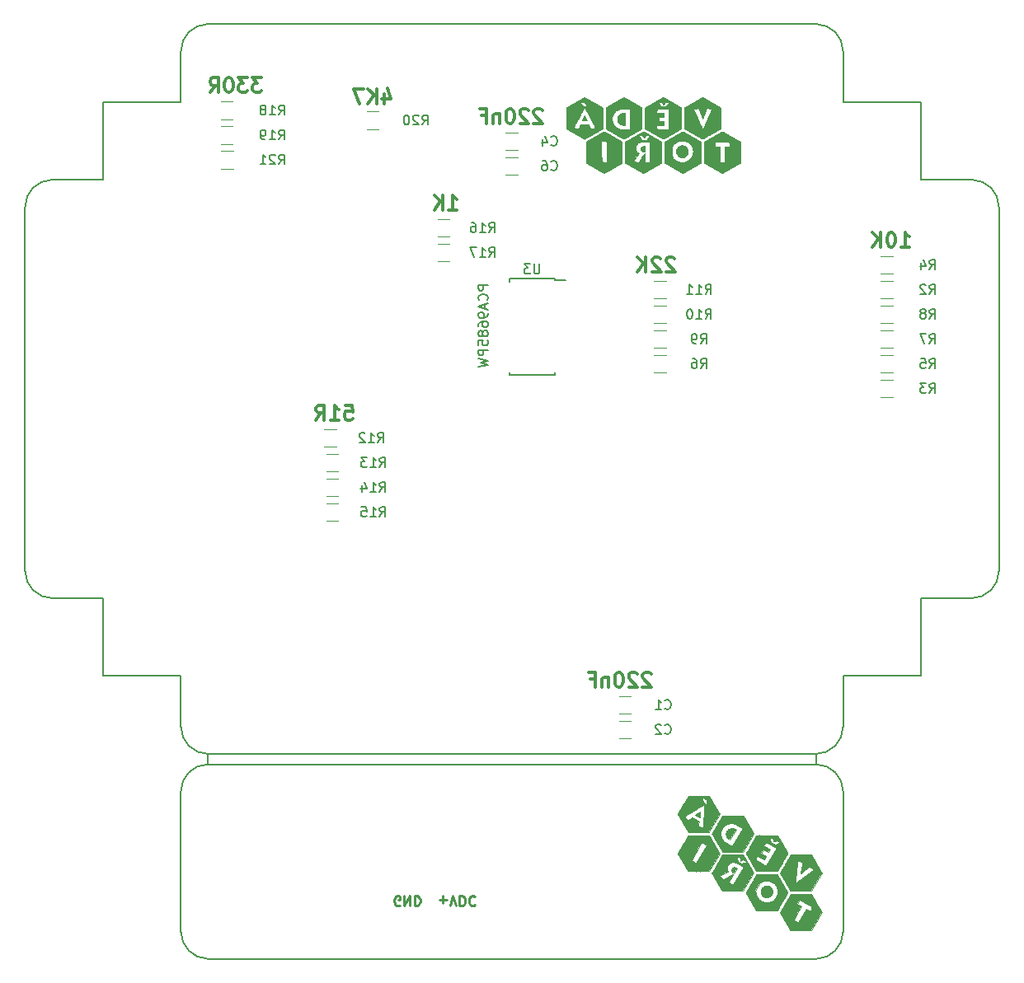
<source format=gbr>
G04 #@! TF.GenerationSoftware,KiCad,Pcbnew,(5.1.2)-1*
G04 #@! TF.CreationDate,2019-07-23T12:13:02+02:00*
G04 #@! TF.ProjectId,production,70726f64-7563-4746-996f-6e2e6b696361,rev?*
G04 #@! TF.SameCoordinates,Original*
G04 #@! TF.FileFunction,Legend,Bot*
G04 #@! TF.FilePolarity,Positive*
%FSLAX46Y46*%
G04 Gerber Fmt 4.6, Leading zero omitted, Abs format (unit mm)*
G04 Created by KiCad (PCBNEW (5.1.2)-1) date 2019-07-23 12:13:02*
%MOMM*%
%LPD*%
G04 APERTURE LIST*
%ADD10C,0.150000*%
%ADD11C,0.300000*%
%ADD12C,0.250000*%
%ADD13C,0.010000*%
%ADD14C,0.120000*%
G04 APERTURE END LIST*
D10*
X45466000Y-98933000D02*
X107873800Y-98933000D01*
X45466000Y-97866200D02*
X107873800Y-97866200D01*
X45466000Y-97866200D02*
X45466000Y-98933000D01*
X107873800Y-97866200D02*
X107873800Y-98933000D01*
X126669800Y-79070200D02*
G75*
G02X123875800Y-81864200I-2794000J0D01*
G01*
X110667800Y-95072200D02*
G75*
G02X107873800Y-97866200I-2794000J0D01*
G01*
X45466000Y-97866200D02*
G75*
G02X42672000Y-95072200I0J2794000D01*
G01*
X29464000Y-81864200D02*
G75*
G02X26670000Y-79070200I0J2794000D01*
G01*
X26670000Y-41656000D02*
G75*
G02X29464000Y-38862000I2794000J0D01*
G01*
X42672000Y-25654000D02*
G75*
G02X45466000Y-22860000I2794000J0D01*
G01*
X107873800Y-22860000D02*
G75*
G02X110667800Y-25654000I0J-2794000D01*
G01*
X123876000Y-38862000D02*
G75*
G02X126670000Y-41656000I0J-2794000D01*
G01*
D11*
X79759571Y-31706428D02*
X79688142Y-31635000D01*
X79545285Y-31563571D01*
X79188142Y-31563571D01*
X79045285Y-31635000D01*
X78973857Y-31706428D01*
X78902428Y-31849285D01*
X78902428Y-31992142D01*
X78973857Y-32206428D01*
X79831000Y-33063571D01*
X78902428Y-33063571D01*
X78331000Y-31706428D02*
X78259571Y-31635000D01*
X78116714Y-31563571D01*
X77759571Y-31563571D01*
X77616714Y-31635000D01*
X77545285Y-31706428D01*
X77473857Y-31849285D01*
X77473857Y-31992142D01*
X77545285Y-32206428D01*
X78402428Y-33063571D01*
X77473857Y-33063571D01*
X76545285Y-31563571D02*
X76402428Y-31563571D01*
X76259571Y-31635000D01*
X76188142Y-31706428D01*
X76116714Y-31849285D01*
X76045285Y-32135000D01*
X76045285Y-32492142D01*
X76116714Y-32777857D01*
X76188142Y-32920714D01*
X76259571Y-32992142D01*
X76402428Y-33063571D01*
X76545285Y-33063571D01*
X76688142Y-32992142D01*
X76759571Y-32920714D01*
X76831000Y-32777857D01*
X76902428Y-32492142D01*
X76902428Y-32135000D01*
X76831000Y-31849285D01*
X76759571Y-31706428D01*
X76688142Y-31635000D01*
X76545285Y-31563571D01*
X75402428Y-32063571D02*
X75402428Y-33063571D01*
X75402428Y-32206428D02*
X75331000Y-32135000D01*
X75188142Y-32063571D01*
X74973857Y-32063571D01*
X74831000Y-32135000D01*
X74759571Y-32277857D01*
X74759571Y-33063571D01*
X73545285Y-32277857D02*
X74045285Y-32277857D01*
X74045285Y-33063571D02*
X74045285Y-31563571D01*
X73331000Y-31563571D01*
X59527142Y-62043571D02*
X60241428Y-62043571D01*
X60312857Y-62757857D01*
X60241428Y-62686428D01*
X60098571Y-62615000D01*
X59741428Y-62615000D01*
X59598571Y-62686428D01*
X59527142Y-62757857D01*
X59455714Y-62900714D01*
X59455714Y-63257857D01*
X59527142Y-63400714D01*
X59598571Y-63472142D01*
X59741428Y-63543571D01*
X60098571Y-63543571D01*
X60241428Y-63472142D01*
X60312857Y-63400714D01*
X58027142Y-63543571D02*
X58884285Y-63543571D01*
X58455714Y-63543571D02*
X58455714Y-62043571D01*
X58598571Y-62257857D01*
X58741428Y-62400714D01*
X58884285Y-62472142D01*
X56527142Y-63543571D02*
X57027142Y-62829285D01*
X57384285Y-63543571D02*
X57384285Y-62043571D01*
X56812857Y-62043571D01*
X56670000Y-62115000D01*
X56598571Y-62186428D01*
X56527142Y-62329285D01*
X56527142Y-62543571D01*
X56598571Y-62686428D01*
X56670000Y-62757857D01*
X56812857Y-62829285D01*
X57384285Y-62829285D01*
X93332857Y-46946428D02*
X93261428Y-46875000D01*
X93118571Y-46803571D01*
X92761428Y-46803571D01*
X92618571Y-46875000D01*
X92547142Y-46946428D01*
X92475714Y-47089285D01*
X92475714Y-47232142D01*
X92547142Y-47446428D01*
X93404285Y-48303571D01*
X92475714Y-48303571D01*
X91904285Y-46946428D02*
X91832857Y-46875000D01*
X91690000Y-46803571D01*
X91332857Y-46803571D01*
X91190000Y-46875000D01*
X91118571Y-46946428D01*
X91047142Y-47089285D01*
X91047142Y-47232142D01*
X91118571Y-47446428D01*
X91975714Y-48303571D01*
X91047142Y-48303571D01*
X90404285Y-48303571D02*
X90404285Y-46803571D01*
X89547142Y-48303571D02*
X90190000Y-47446428D01*
X89547142Y-46803571D02*
X90404285Y-47660714D01*
X50938571Y-28388571D02*
X50010000Y-28388571D01*
X50510000Y-28960000D01*
X50295714Y-28960000D01*
X50152857Y-29031428D01*
X50081428Y-29102857D01*
X50010000Y-29245714D01*
X50010000Y-29602857D01*
X50081428Y-29745714D01*
X50152857Y-29817142D01*
X50295714Y-29888571D01*
X50724285Y-29888571D01*
X50867142Y-29817142D01*
X50938571Y-29745714D01*
X49510000Y-28388571D02*
X48581428Y-28388571D01*
X49081428Y-28960000D01*
X48867142Y-28960000D01*
X48724285Y-29031428D01*
X48652857Y-29102857D01*
X48581428Y-29245714D01*
X48581428Y-29602857D01*
X48652857Y-29745714D01*
X48724285Y-29817142D01*
X48867142Y-29888571D01*
X49295714Y-29888571D01*
X49438571Y-29817142D01*
X49510000Y-29745714D01*
X47652857Y-28388571D02*
X47510000Y-28388571D01*
X47367142Y-28460000D01*
X47295714Y-28531428D01*
X47224285Y-28674285D01*
X47152857Y-28960000D01*
X47152857Y-29317142D01*
X47224285Y-29602857D01*
X47295714Y-29745714D01*
X47367142Y-29817142D01*
X47510000Y-29888571D01*
X47652857Y-29888571D01*
X47795714Y-29817142D01*
X47867142Y-29745714D01*
X47938571Y-29602857D01*
X48010000Y-29317142D01*
X48010000Y-28960000D01*
X47938571Y-28674285D01*
X47867142Y-28531428D01*
X47795714Y-28460000D01*
X47652857Y-28388571D01*
X45652857Y-29888571D02*
X46152857Y-29174285D01*
X46510000Y-29888571D02*
X46510000Y-28388571D01*
X45938571Y-28388571D01*
X45795714Y-28460000D01*
X45724285Y-28531428D01*
X45652857Y-28674285D01*
X45652857Y-28888571D01*
X45724285Y-29031428D01*
X45795714Y-29102857D01*
X45938571Y-29174285D01*
X46510000Y-29174285D01*
X70171428Y-41953571D02*
X71028571Y-41953571D01*
X70600000Y-41953571D02*
X70600000Y-40453571D01*
X70742857Y-40667857D01*
X70885714Y-40810714D01*
X71028571Y-40882142D01*
X69528571Y-41953571D02*
X69528571Y-40453571D01*
X68671428Y-41953571D02*
X69314285Y-41096428D01*
X68671428Y-40453571D02*
X69528571Y-41310714D01*
X116605714Y-45763571D02*
X117462857Y-45763571D01*
X117034285Y-45763571D02*
X117034285Y-44263571D01*
X117177142Y-44477857D01*
X117320000Y-44620714D01*
X117462857Y-44692142D01*
X115677142Y-44263571D02*
X115534285Y-44263571D01*
X115391428Y-44335000D01*
X115320000Y-44406428D01*
X115248571Y-44549285D01*
X115177142Y-44835000D01*
X115177142Y-45192142D01*
X115248571Y-45477857D01*
X115320000Y-45620714D01*
X115391428Y-45692142D01*
X115534285Y-45763571D01*
X115677142Y-45763571D01*
X115820000Y-45692142D01*
X115891428Y-45620714D01*
X115962857Y-45477857D01*
X116034285Y-45192142D01*
X116034285Y-44835000D01*
X115962857Y-44549285D01*
X115891428Y-44406428D01*
X115820000Y-44335000D01*
X115677142Y-44263571D01*
X114534285Y-45763571D02*
X114534285Y-44263571D01*
X113677142Y-45763571D02*
X114320000Y-44906428D01*
X113677142Y-44263571D02*
X114534285Y-45120714D01*
X90935571Y-89618428D02*
X90864142Y-89547000D01*
X90721285Y-89475571D01*
X90364142Y-89475571D01*
X90221285Y-89547000D01*
X90149857Y-89618428D01*
X90078428Y-89761285D01*
X90078428Y-89904142D01*
X90149857Y-90118428D01*
X91007000Y-90975571D01*
X90078428Y-90975571D01*
X89507000Y-89618428D02*
X89435571Y-89547000D01*
X89292714Y-89475571D01*
X88935571Y-89475571D01*
X88792714Y-89547000D01*
X88721285Y-89618428D01*
X88649857Y-89761285D01*
X88649857Y-89904142D01*
X88721285Y-90118428D01*
X89578428Y-90975571D01*
X88649857Y-90975571D01*
X87721285Y-89475571D02*
X87578428Y-89475571D01*
X87435571Y-89547000D01*
X87364142Y-89618428D01*
X87292714Y-89761285D01*
X87221285Y-90047000D01*
X87221285Y-90404142D01*
X87292714Y-90689857D01*
X87364142Y-90832714D01*
X87435571Y-90904142D01*
X87578428Y-90975571D01*
X87721285Y-90975571D01*
X87864142Y-90904142D01*
X87935571Y-90832714D01*
X88007000Y-90689857D01*
X88078428Y-90404142D01*
X88078428Y-90047000D01*
X88007000Y-89761285D01*
X87935571Y-89618428D01*
X87864142Y-89547000D01*
X87721285Y-89475571D01*
X86578428Y-89975571D02*
X86578428Y-90975571D01*
X86578428Y-90118428D02*
X86507000Y-90047000D01*
X86364142Y-89975571D01*
X86149857Y-89975571D01*
X86007000Y-90047000D01*
X85935571Y-90189857D01*
X85935571Y-90975571D01*
X84721285Y-90189857D02*
X85221285Y-90189857D01*
X85221285Y-90975571D02*
X85221285Y-89475571D01*
X84507000Y-89475571D01*
X63535571Y-30031571D02*
X63535571Y-31031571D01*
X63892714Y-29460142D02*
X64249857Y-30531571D01*
X63321285Y-30531571D01*
X62749857Y-31031571D02*
X62749857Y-29531571D01*
X61892714Y-31031571D02*
X62535571Y-30174428D01*
X61892714Y-29531571D02*
X62749857Y-30388714D01*
X61392714Y-29531571D02*
X60392714Y-29531571D01*
X61035571Y-31031571D01*
D10*
X126669800Y-79070200D02*
X126670000Y-41656000D01*
X118670000Y-81860000D02*
X123875800Y-81864200D01*
X118670000Y-89860000D02*
X118670000Y-81860000D01*
X110670000Y-89860000D02*
X118670000Y-89860000D01*
X110667800Y-95072200D02*
X110670000Y-89860000D01*
X42670000Y-89860000D02*
X42672000Y-95072200D01*
X34670000Y-89860000D02*
X42670000Y-89860000D01*
X34670000Y-81860000D02*
X34670000Y-89860000D01*
X29464000Y-81864200D02*
X34670000Y-81860000D01*
X26670000Y-41656000D02*
X26670000Y-79070200D01*
X118670000Y-38860000D02*
X123876000Y-38862000D01*
X118670000Y-30860000D02*
X118670000Y-38860000D01*
X110670000Y-30860000D02*
X118670000Y-30860000D01*
X110667800Y-25654000D02*
X110670000Y-30860000D01*
X45466000Y-22860000D02*
X107873800Y-22860000D01*
X34670000Y-38860000D02*
X29464000Y-38862000D01*
X34670000Y-30860000D02*
X34670000Y-38860000D01*
X42670000Y-30860000D02*
X34670000Y-30860000D01*
X42672000Y-25654000D02*
X42670000Y-30860000D01*
X110667800Y-116128800D02*
G75*
G02X107873800Y-118922800I-2794000J0D01*
G01*
X45466000Y-118922800D02*
G75*
G02X42672000Y-116128800I0J2794000D01*
G01*
X42672000Y-101727000D02*
G75*
G02X45466000Y-98933000I2794000J0D01*
G01*
X107873800Y-98933000D02*
G75*
G02X110667800Y-101727000I0J-2794000D01*
G01*
X42672000Y-116128800D02*
X42672000Y-101727000D01*
X107873800Y-118922800D02*
X45466000Y-118922800D01*
X110667800Y-101727000D02*
X110667800Y-116128800D01*
D12*
X65135571Y-113403000D02*
X65040333Y-113450619D01*
X64897476Y-113450619D01*
X64754619Y-113403000D01*
X64659380Y-113307761D01*
X64611761Y-113212523D01*
X64564142Y-113022047D01*
X64564142Y-112879190D01*
X64611761Y-112688714D01*
X64659380Y-112593476D01*
X64754619Y-112498238D01*
X64897476Y-112450619D01*
X64992714Y-112450619D01*
X65135571Y-112498238D01*
X65183190Y-112545857D01*
X65183190Y-112879190D01*
X64992714Y-112879190D01*
X65611761Y-112450619D02*
X65611761Y-113450619D01*
X66183190Y-112450619D01*
X66183190Y-113450619D01*
X66659380Y-112450619D02*
X66659380Y-113450619D01*
X66897476Y-113450619D01*
X67040333Y-113403000D01*
X67135571Y-113307761D01*
X67183190Y-113212523D01*
X67230809Y-113022047D01*
X67230809Y-112879190D01*
X67183190Y-112688714D01*
X67135571Y-112593476D01*
X67040333Y-112498238D01*
X66897476Y-112450619D01*
X66659380Y-112450619D01*
X69183190Y-112831571D02*
X69945095Y-112831571D01*
X69564142Y-112450619D02*
X69564142Y-113212523D01*
X70278428Y-113450619D02*
X70611761Y-112450619D01*
X70945095Y-113450619D01*
X71278428Y-112450619D02*
X71278428Y-113450619D01*
X71516523Y-113450619D01*
X71659380Y-113403000D01*
X71754619Y-113307761D01*
X71802238Y-113212523D01*
X71849857Y-113022047D01*
X71849857Y-112879190D01*
X71802238Y-112688714D01*
X71754619Y-112593476D01*
X71659380Y-112498238D01*
X71516523Y-112450619D01*
X71278428Y-112450619D01*
X72849857Y-112545857D02*
X72802238Y-112498238D01*
X72659380Y-112450619D01*
X72564142Y-112450619D01*
X72421285Y-112498238D01*
X72326047Y-112593476D01*
X72278428Y-112688714D01*
X72230809Y-112879190D01*
X72230809Y-113022047D01*
X72278428Y-113212523D01*
X72326047Y-113307761D01*
X72421285Y-113403000D01*
X72564142Y-113450619D01*
X72659380Y-113450619D01*
X72802238Y-113403000D01*
X72849857Y-113355380D01*
D13*
G36*
X88156748Y-32014574D02*
G01*
X88075905Y-32016579D01*
X88003391Y-32022776D01*
X87937980Y-32033587D01*
X87878445Y-32049432D01*
X87823560Y-32070734D01*
X87772098Y-32097913D01*
X87722832Y-32131392D01*
X87674536Y-32171591D01*
X87659724Y-32185337D01*
X87604208Y-32244617D01*
X87557934Y-32308157D01*
X87521023Y-32375681D01*
X87493597Y-32446910D01*
X87475778Y-32521565D01*
X87467687Y-32599370D01*
X87467173Y-32625114D01*
X87472037Y-32704371D01*
X87486590Y-32780250D01*
X87510774Y-32852618D01*
X87544530Y-32921341D01*
X87587800Y-32986284D01*
X87640526Y-33047313D01*
X87659292Y-33065904D01*
X87708021Y-33108809D01*
X87757604Y-33144733D01*
X87809243Y-33174092D01*
X87864139Y-33197303D01*
X87923494Y-33214779D01*
X87988509Y-33226937D01*
X88060386Y-33234192D01*
X88140326Y-33236959D01*
X88154180Y-33237013D01*
X88232511Y-33237017D01*
X88232511Y-32014530D01*
X88156748Y-32014574D01*
X88156748Y-32014574D01*
G37*
X88156748Y-32014574D02*
X88075905Y-32016579D01*
X88003391Y-32022776D01*
X87937980Y-32033587D01*
X87878445Y-32049432D01*
X87823560Y-32070734D01*
X87772098Y-32097913D01*
X87722832Y-32131392D01*
X87674536Y-32171591D01*
X87659724Y-32185337D01*
X87604208Y-32244617D01*
X87557934Y-32308157D01*
X87521023Y-32375681D01*
X87493597Y-32446910D01*
X87475778Y-32521565D01*
X87467687Y-32599370D01*
X87467173Y-32625114D01*
X87472037Y-32704371D01*
X87486590Y-32780250D01*
X87510774Y-32852618D01*
X87544530Y-32921341D01*
X87587800Y-32986284D01*
X87640526Y-33047313D01*
X87659292Y-33065904D01*
X87708021Y-33108809D01*
X87757604Y-33144733D01*
X87809243Y-33174092D01*
X87864139Y-33197303D01*
X87923494Y-33214779D01*
X87988509Y-33226937D01*
X88060386Y-33234192D01*
X88140326Y-33236959D01*
X88154180Y-33237013D01*
X88232511Y-33237017D01*
X88232511Y-32014530D01*
X88156748Y-32014574D01*
G36*
X84103114Y-32287232D02*
G01*
X84096174Y-32299573D01*
X84085289Y-32319249D01*
X84070926Y-32345407D01*
X84053552Y-32377193D01*
X84033636Y-32413756D01*
X84011642Y-32454241D01*
X83988039Y-32497797D01*
X83983320Y-32506517D01*
X83958802Y-32551833D01*
X83935287Y-32595290D01*
X83913325Y-32635873D01*
X83893466Y-32672568D01*
X83876258Y-32704358D01*
X83862252Y-32730229D01*
X83851995Y-32749167D01*
X83846039Y-32760156D01*
X83845794Y-32760607D01*
X83829758Y-32790142D01*
X84380568Y-32790142D01*
X84368096Y-32768312D01*
X84363244Y-32759565D01*
X84354042Y-32742730D01*
X84341007Y-32718763D01*
X84324659Y-32688622D01*
X84305516Y-32653262D01*
X84284096Y-32613642D01*
X84260917Y-32570718D01*
X84236499Y-32525447D01*
X84231051Y-32515339D01*
X84206896Y-32470529D01*
X84184253Y-32428539D01*
X84163582Y-32390222D01*
X84145344Y-32356429D01*
X84129997Y-32328014D01*
X84118004Y-32305829D01*
X84109823Y-32290725D01*
X84105915Y-32283556D01*
X84105644Y-32283079D01*
X84103114Y-32287232D01*
X84103114Y-32287232D01*
G37*
X84103114Y-32287232D02*
X84096174Y-32299573D01*
X84085289Y-32319249D01*
X84070926Y-32345407D01*
X84053552Y-32377193D01*
X84033636Y-32413756D01*
X84011642Y-32454241D01*
X83988039Y-32497797D01*
X83983320Y-32506517D01*
X83958802Y-32551833D01*
X83935287Y-32595290D01*
X83913325Y-32635873D01*
X83893466Y-32672568D01*
X83876258Y-32704358D01*
X83862252Y-32730229D01*
X83851995Y-32749167D01*
X83846039Y-32760156D01*
X83845794Y-32760607D01*
X83829758Y-32790142D01*
X84380568Y-32790142D01*
X84368096Y-32768312D01*
X84363244Y-32759565D01*
X84354042Y-32742730D01*
X84341007Y-32718763D01*
X84324659Y-32688622D01*
X84305516Y-32653262D01*
X84284096Y-32613642D01*
X84260917Y-32570718D01*
X84236499Y-32525447D01*
X84231051Y-32515339D01*
X84206896Y-32470529D01*
X84184253Y-32428539D01*
X84163582Y-32390222D01*
X84145344Y-32356429D01*
X84129997Y-32328014D01*
X84118004Y-32305829D01*
X84109823Y-32290725D01*
X84105915Y-32283556D01*
X84105644Y-32283079D01*
X84103114Y-32287232D01*
G36*
X90158317Y-35402388D02*
G01*
X90095657Y-35411047D01*
X90040832Y-35425382D01*
X89994070Y-35445315D01*
X89955596Y-35470768D01*
X89925636Y-35501661D01*
X89922497Y-35505907D01*
X89903087Y-35537429D01*
X89889132Y-35571162D01*
X89879513Y-35610172D01*
X89875863Y-35633484D01*
X89872336Y-35689029D01*
X89876342Y-35743012D01*
X89887470Y-35793934D01*
X89905311Y-35840294D01*
X89929456Y-35880592D01*
X89949800Y-35904303D01*
X89982640Y-35932298D01*
X90019527Y-35954202D01*
X90061674Y-35970439D01*
X90110290Y-35981436D01*
X90166588Y-35987615D01*
X90190803Y-35988808D01*
X90266566Y-35991453D01*
X90266566Y-35399485D01*
X90228587Y-35399485D01*
X90158317Y-35402388D01*
X90158317Y-35402388D01*
G37*
X90158317Y-35402388D02*
X90095657Y-35411047D01*
X90040832Y-35425382D01*
X89994070Y-35445315D01*
X89955596Y-35470768D01*
X89925636Y-35501661D01*
X89922497Y-35505907D01*
X89903087Y-35537429D01*
X89889132Y-35571162D01*
X89879513Y-35610172D01*
X89875863Y-35633484D01*
X89872336Y-35689029D01*
X89876342Y-35743012D01*
X89887470Y-35793934D01*
X89905311Y-35840294D01*
X89929456Y-35880592D01*
X89949800Y-35904303D01*
X89982640Y-35932298D01*
X90019527Y-35954202D01*
X90061674Y-35970439D01*
X90110290Y-35981436D01*
X90166588Y-35987615D01*
X90190803Y-35988808D01*
X90266566Y-35991453D01*
X90266566Y-35399485D01*
X90228587Y-35399485D01*
X90158317Y-35402388D01*
G36*
X94062827Y-35332358D02*
G01*
X93990049Y-35345719D01*
X93980243Y-35348299D01*
X93946671Y-35359515D01*
X93908353Y-35375665D01*
X93868477Y-35395155D01*
X93830230Y-35416392D01*
X93796801Y-35437781D01*
X93786924Y-35444937D01*
X93726882Y-35496280D01*
X93673340Y-35554512D01*
X93626997Y-35618489D01*
X93588552Y-35687066D01*
X93558705Y-35759100D01*
X93538153Y-35833444D01*
X93533199Y-35860344D01*
X93530179Y-35887828D01*
X93528469Y-35921871D01*
X93528067Y-35958845D01*
X93528974Y-35995119D01*
X93531189Y-36027063D01*
X93533199Y-36042973D01*
X93550154Y-36117359D01*
X93576607Y-36190058D01*
X93611791Y-36259818D01*
X93654941Y-36325383D01*
X93705289Y-36385500D01*
X93762070Y-36438917D01*
X93787372Y-36458843D01*
X93828090Y-36485962D01*
X93874656Y-36511618D01*
X93923434Y-36534059D01*
X93970787Y-36551535D01*
X93993098Y-36557940D01*
X94028878Y-36565155D01*
X94069882Y-36570381D01*
X94112704Y-36573416D01*
X94153935Y-36574056D01*
X94190167Y-36572100D01*
X94203259Y-36570427D01*
X94277845Y-36553524D01*
X94349510Y-36527126D01*
X94417457Y-36491786D01*
X94480889Y-36448061D01*
X94539009Y-36396506D01*
X94591021Y-36337675D01*
X94636128Y-36272123D01*
X94639450Y-36266546D01*
X94676624Y-36193954D01*
X94703762Y-36119762D01*
X94720844Y-36044428D01*
X94727851Y-35968406D01*
X94724764Y-35892153D01*
X94711565Y-35816124D01*
X94688233Y-35740777D01*
X94663764Y-35684353D01*
X94624573Y-35614596D01*
X94578866Y-35551599D01*
X94527345Y-35495706D01*
X94470710Y-35447263D01*
X94409665Y-35406614D01*
X94344910Y-35374104D01*
X94277147Y-35350078D01*
X94207077Y-35334882D01*
X94135404Y-35328861D01*
X94062827Y-35332358D01*
X94062827Y-35332358D01*
G37*
X94062827Y-35332358D02*
X93990049Y-35345719D01*
X93980243Y-35348299D01*
X93946671Y-35359515D01*
X93908353Y-35375665D01*
X93868477Y-35395155D01*
X93830230Y-35416392D01*
X93796801Y-35437781D01*
X93786924Y-35444937D01*
X93726882Y-35496280D01*
X93673340Y-35554512D01*
X93626997Y-35618489D01*
X93588552Y-35687066D01*
X93558705Y-35759100D01*
X93538153Y-35833444D01*
X93533199Y-35860344D01*
X93530179Y-35887828D01*
X93528469Y-35921871D01*
X93528067Y-35958845D01*
X93528974Y-35995119D01*
X93531189Y-36027063D01*
X93533199Y-36042973D01*
X93550154Y-36117359D01*
X93576607Y-36190058D01*
X93611791Y-36259818D01*
X93654941Y-36325383D01*
X93705289Y-36385500D01*
X93762070Y-36438917D01*
X93787372Y-36458843D01*
X93828090Y-36485962D01*
X93874656Y-36511618D01*
X93923434Y-36534059D01*
X93970787Y-36551535D01*
X93993098Y-36557940D01*
X94028878Y-36565155D01*
X94069882Y-36570381D01*
X94112704Y-36573416D01*
X94153935Y-36574056D01*
X94190167Y-36572100D01*
X94203259Y-36570427D01*
X94277845Y-36553524D01*
X94349510Y-36527126D01*
X94417457Y-36491786D01*
X94480889Y-36448061D01*
X94539009Y-36396506D01*
X94591021Y-36337675D01*
X94636128Y-36272123D01*
X94639450Y-36266546D01*
X94676624Y-36193954D01*
X94703762Y-36119762D01*
X94720844Y-36044428D01*
X94727851Y-35968406D01*
X94724764Y-35892153D01*
X94711565Y-35816124D01*
X94688233Y-35740777D01*
X94663764Y-35684353D01*
X94624573Y-35614596D01*
X94578866Y-35551599D01*
X94527345Y-35495706D01*
X94470710Y-35447263D01*
X94409665Y-35406614D01*
X94344910Y-35374104D01*
X94277147Y-35350078D01*
X94207077Y-35334882D01*
X94135404Y-35328861D01*
X94062827Y-35332358D01*
G36*
X88131336Y-30394022D02*
G01*
X88114512Y-30400852D01*
X88099634Y-30408794D01*
X88078704Y-30421075D01*
X88056053Y-30433906D01*
X88043288Y-30440897D01*
X88025986Y-30450219D01*
X88011247Y-30458306D01*
X87996630Y-30466550D01*
X87979692Y-30476340D01*
X87957991Y-30489066D01*
X87939731Y-30499832D01*
X87917737Y-30512725D01*
X87897102Y-30524668D01*
X87880592Y-30534068D01*
X87872956Y-30538288D01*
X87859228Y-30546151D01*
X87848541Y-30553092D01*
X87847274Y-30554051D01*
X87838875Y-30559489D01*
X87824525Y-30567681D01*
X87808750Y-30576108D01*
X87791203Y-30585572D01*
X87768289Y-30598464D01*
X87743407Y-30612852D01*
X87726566Y-30622822D01*
X87702338Y-30637096D01*
X87677688Y-30651221D01*
X87656013Y-30663268D01*
X87644382Y-30669458D01*
X87627383Y-30678584D01*
X87613357Y-30686776D01*
X87605858Y-30691874D01*
X87597333Y-30697744D01*
X87583115Y-30706263D01*
X87569903Y-30713617D01*
X87552763Y-30723071D01*
X87530456Y-30735694D01*
X87506646Y-30749404D01*
X87495424Y-30755957D01*
X87466567Y-30772830D01*
X87441447Y-30787332D01*
X87415754Y-30801931D01*
X87386608Y-30818295D01*
X87371687Y-30826975D01*
X87354415Y-30837471D01*
X87349470Y-30840564D01*
X87336747Y-30848260D01*
X87327923Y-30852979D01*
X87325919Y-30853681D01*
X87320360Y-30856228D01*
X87309231Y-30862733D01*
X87301418Y-30867637D01*
X87284149Y-30878315D01*
X87266831Y-30888400D01*
X87261713Y-30891211D01*
X87245802Y-30899946D01*
X87225068Y-30911643D01*
X87201683Y-30925040D01*
X87177822Y-30938873D01*
X87155656Y-30951880D01*
X87137361Y-30962799D01*
X87125108Y-30970368D01*
X87122714Y-30971948D01*
X87111206Y-30979133D01*
X87094503Y-30988752D01*
X87079054Y-30997199D01*
X87062200Y-31006386D01*
X87039580Y-31019014D01*
X87014296Y-31033339D01*
X86992046Y-31046115D01*
X86966932Y-31060611D01*
X86941678Y-31075136D01*
X86919414Y-31087891D01*
X86904726Y-31096256D01*
X86889051Y-31105206D01*
X86867039Y-31117870D01*
X86841228Y-31132784D01*
X86814152Y-31148483D01*
X86804564Y-31154057D01*
X86778961Y-31168929D01*
X86754969Y-31182821D01*
X86734692Y-31194519D01*
X86720236Y-31202806D01*
X86716186Y-31205102D01*
X86703076Y-31212576D01*
X86684299Y-31223406D01*
X86662882Y-31235832D01*
X86641853Y-31248093D01*
X86624239Y-31258429D01*
X86614513Y-31264207D01*
X86607251Y-31268426D01*
X86593050Y-31276558D01*
X86573915Y-31287460D01*
X86551849Y-31299987D01*
X86550307Y-31300861D01*
X86512320Y-31322407D01*
X86481129Y-31340152D01*
X86454581Y-31355337D01*
X86430520Y-31369201D01*
X86406790Y-31382984D01*
X86381238Y-31397924D01*
X86364674Y-31407644D01*
X86341469Y-31421157D01*
X86320944Y-31432895D01*
X86304964Y-31441807D01*
X86295393Y-31446842D01*
X86294047Y-31447440D01*
X86293092Y-31448402D01*
X86292213Y-31450792D01*
X86291406Y-31455017D01*
X86290669Y-31461481D01*
X86289999Y-31470591D01*
X86289392Y-31482750D01*
X86288845Y-31498364D01*
X86288356Y-31517838D01*
X86287921Y-31541578D01*
X86287537Y-31569988D01*
X86287201Y-31603474D01*
X86286910Y-31642441D01*
X86286660Y-31687293D01*
X86286449Y-31738437D01*
X86286274Y-31796277D01*
X86286131Y-31861218D01*
X86286018Y-31933666D01*
X86285930Y-32014025D01*
X86285866Y-32102701D01*
X86285822Y-32200100D01*
X86285794Y-32306625D01*
X86285780Y-32422683D01*
X86285777Y-32526323D01*
X86285780Y-32650209D01*
X86285792Y-32764231D01*
X86285815Y-32868798D01*
X86285854Y-32964321D01*
X86285911Y-33051207D01*
X86285990Y-33129867D01*
X86286094Y-33200709D01*
X86286228Y-33264143D01*
X86286393Y-33320577D01*
X86286595Y-33370422D01*
X86286835Y-33414087D01*
X86287118Y-33451980D01*
X86287447Y-33484511D01*
X86287825Y-33512089D01*
X86288256Y-33535124D01*
X86288742Y-33554024D01*
X86289289Y-33569200D01*
X86289898Y-33581059D01*
X86290574Y-33590012D01*
X86291319Y-33596468D01*
X86292138Y-33600835D01*
X86293033Y-33603524D01*
X86294008Y-33604943D01*
X86294766Y-33605410D01*
X86303941Y-33609897D01*
X86318142Y-33617912D01*
X86329438Y-33624730D01*
X86345969Y-33634706D01*
X86360945Y-33643269D01*
X86367961Y-33646978D01*
X86381036Y-33653919D01*
X86396445Y-33662761D01*
X86398780Y-33664162D01*
X86412511Y-33672329D01*
X86431097Y-33683205D01*
X86450145Y-33694223D01*
X86468073Y-33704585D01*
X86491683Y-33718314D01*
X86517806Y-33733565D01*
X86541496Y-33747447D01*
X86563284Y-33760120D01*
X86581788Y-33770652D01*
X86595267Y-33778069D01*
X86601980Y-33781397D01*
X86602342Y-33781487D01*
X86608117Y-33784158D01*
X86618190Y-33790634D01*
X86618857Y-33791102D01*
X86630931Y-33798847D01*
X86647813Y-33808767D01*
X86660742Y-33815937D01*
X86674916Y-33823802D01*
X86695686Y-33835623D01*
X86720816Y-33850114D01*
X86748068Y-33865987D01*
X86764550Y-33875665D01*
X86789539Y-33890286D01*
X86811393Y-33902888D01*
X86828607Y-33912618D01*
X86839678Y-33918623D01*
X86843085Y-33920172D01*
X86848581Y-33922828D01*
X86859933Y-33929748D01*
X86872757Y-33938150D01*
X86887261Y-33947544D01*
X86898366Y-33954050D01*
X86903191Y-33956128D01*
X86909037Y-33958591D01*
X86921370Y-33965155D01*
X86937903Y-33974583D01*
X86944352Y-33978386D01*
X86964392Y-33990206D01*
X86989811Y-34005056D01*
X87017069Y-34020871D01*
X87038275Y-34033096D01*
X87061713Y-34046632D01*
X87083603Y-34059405D01*
X87101475Y-34069966D01*
X87112754Y-34076801D01*
X87123119Y-34083035D01*
X87140545Y-34093242D01*
X87163157Y-34106331D01*
X87189075Y-34121217D01*
X87210348Y-34133356D01*
X87239052Y-34149706D01*
X87267369Y-34165869D01*
X87292973Y-34180513D01*
X87313536Y-34192307D01*
X87323351Y-34197963D01*
X87342829Y-34209109D01*
X87367361Y-34222983D01*
X87393001Y-34237356D01*
X87405535Y-34244330D01*
X87428949Y-34257514D01*
X87452093Y-34270885D01*
X87471586Y-34282475D01*
X87480014Y-34287686D01*
X87496105Y-34297278D01*
X87510402Y-34304756D01*
X87517254Y-34307610D01*
X87526197Y-34311753D01*
X87528811Y-34314861D01*
X87532941Y-34319234D01*
X87543300Y-34325871D01*
X87548073Y-34328455D01*
X87559806Y-34334787D01*
X87578057Y-34344940D01*
X87600456Y-34357583D01*
X87624634Y-34371386D01*
X87627937Y-34373284D01*
X87650319Y-34386029D01*
X87669455Y-34396684D01*
X87683622Y-34404308D01*
X87691095Y-34407958D01*
X87691738Y-34408140D01*
X87697797Y-34411107D01*
X87703047Y-34415125D01*
X87711797Y-34421264D01*
X87726174Y-34430026D01*
X87739407Y-34437496D01*
X87756576Y-34447027D01*
X87778920Y-34459678D01*
X87802762Y-34473360D01*
X87813887Y-34479813D01*
X87867632Y-34511108D01*
X87914707Y-34538491D01*
X87954731Y-34561741D01*
X87987324Y-34580638D01*
X88012106Y-34594962D01*
X88028698Y-34604491D01*
X88035725Y-34608463D01*
X88046714Y-34614642D01*
X88063430Y-34624155D01*
X88082705Y-34635197D01*
X88087574Y-34637998D01*
X88118466Y-34653093D01*
X88143959Y-34659642D01*
X88164287Y-34657693D01*
X88170873Y-34654635D01*
X88196859Y-34639296D01*
X88223305Y-34623927D01*
X88248648Y-34609411D01*
X88271324Y-34596630D01*
X88289770Y-34586463D01*
X88302423Y-34579795D01*
X88307659Y-34577501D01*
X88314059Y-34574544D01*
X88325336Y-34567179D01*
X88332304Y-34562092D01*
X88344861Y-34553209D01*
X88354216Y-34547704D01*
X88356828Y-34546825D01*
X88363043Y-34544294D01*
X88375382Y-34537620D01*
X88391305Y-34528186D01*
X88393153Y-34527047D01*
X88409646Y-34517113D01*
X88432390Y-34503774D01*
X88458657Y-34488616D01*
X88485715Y-34473222D01*
X88491905Y-34469735D01*
X88517116Y-34455482D01*
X88540608Y-34442051D01*
X88560214Y-34430693D01*
X88573768Y-34422656D01*
X88576657Y-34420873D01*
X88591889Y-34411624D01*
X88610598Y-34400723D01*
X88620317Y-34395227D01*
X88635775Y-34386535D01*
X88656919Y-34374548D01*
X88680531Y-34361094D01*
X88696166Y-34352147D01*
X88721276Y-34337757D01*
X88747661Y-34322642D01*
X88771366Y-34309068D01*
X88782247Y-34302841D01*
X88801427Y-34291811D01*
X88826099Y-34277540D01*
X88852893Y-34261981D01*
X88875323Y-34248908D01*
X88900028Y-34234528D01*
X88924396Y-34220431D01*
X88945532Y-34208286D01*
X88959921Y-34200111D01*
X88978219Y-34189706D01*
X89000743Y-34176719D01*
X89022883Y-34163808D01*
X89024707Y-34162736D01*
X89045707Y-34150433D01*
X89066657Y-34138240D01*
X89083439Y-34128550D01*
X89085171Y-34127559D01*
X89099710Y-34119170D01*
X89119879Y-34107428D01*
X89142464Y-34094209D01*
X89155402Y-34086603D01*
X89175205Y-34075196D01*
X89191877Y-34066064D01*
X89203363Y-34060304D01*
X89207359Y-34058858D01*
X89214474Y-34055942D01*
X89224823Y-34048926D01*
X89224894Y-34048871D01*
X89236152Y-34041142D01*
X89252651Y-34031092D01*
X89267963Y-34022468D01*
X89284858Y-34012959D01*
X89298906Y-34004380D01*
X89306445Y-33999068D01*
X89314821Y-33993338D01*
X89318567Y-33992083D01*
X89324278Y-33989585D01*
X89336936Y-33982770D01*
X89354707Y-33972660D01*
X89375760Y-33960275D01*
X89377232Y-33959395D01*
X89401221Y-33945178D01*
X89424747Y-33931462D01*
X89444917Y-33919920D01*
X89457567Y-33912906D01*
X89474634Y-33903485D01*
X89496284Y-33891193D01*
X89518288Y-33878434D01*
X89521773Y-33876384D01*
X89544330Y-33863189D01*
X89571191Y-33847638D01*
X89597709Y-33832415D01*
X89606526Y-33827391D01*
X89651004Y-33802043D01*
X89689849Y-33779737D01*
X89726416Y-33758538D01*
X89764056Y-33736512D01*
X89765757Y-33735512D01*
X89790765Y-33721007D01*
X89817842Y-33705602D01*
X89842446Y-33691873D01*
X89850509Y-33687465D01*
X89856870Y-33683893D01*
X88761571Y-33683893D01*
X88346799Y-33683793D01*
X88266855Y-33683738D01*
X88196514Y-33683606D01*
X88135103Y-33683388D01*
X88081951Y-33683073D01*
X88036387Y-33682650D01*
X87997739Y-33682108D01*
X87965338Y-33681438D01*
X87938510Y-33680628D01*
X87916586Y-33679669D01*
X87898893Y-33678549D01*
X87884762Y-33677259D01*
X87878093Y-33676449D01*
X87772680Y-33657430D01*
X87671292Y-33629417D01*
X87574395Y-33592753D01*
X87482452Y-33547785D01*
X87395931Y-33494858D01*
X87315296Y-33434317D01*
X87241013Y-33366507D01*
X87173548Y-33291775D01*
X87113365Y-33210464D01*
X87060930Y-33122920D01*
X87021588Y-33041049D01*
X86986537Y-32946621D01*
X86961005Y-32849659D01*
X86944893Y-32750985D01*
X86938105Y-32651419D01*
X86940541Y-32551783D01*
X86952105Y-32452897D01*
X86972698Y-32355584D01*
X87002223Y-32260664D01*
X87040583Y-32168959D01*
X87087678Y-32081290D01*
X87143412Y-31998478D01*
X87146100Y-31994908D01*
X87212375Y-31915133D01*
X87284252Y-31843782D01*
X87362286Y-31780331D01*
X87405535Y-31750250D01*
X87484211Y-31702576D01*
X87564254Y-31662655D01*
X87647702Y-31629665D01*
X87736596Y-31602782D01*
X87816455Y-31584422D01*
X87885798Y-31570464D01*
X88323684Y-31568843D01*
X88761571Y-31567222D01*
X88761571Y-33683893D01*
X89856870Y-33683893D01*
X89870632Y-33676166D01*
X89889242Y-33665040D01*
X89902918Y-33656147D01*
X89904928Y-33654693D01*
X89916058Y-33647030D01*
X89923663Y-33642988D01*
X89924576Y-33642801D01*
X89930464Y-33640343D01*
X89942766Y-33633816D01*
X89959116Y-33624491D01*
X89963899Y-33621670D01*
X89999468Y-33600538D01*
X89999468Y-31455145D01*
X89977638Y-31440180D01*
X89959992Y-31428999D01*
X89939151Y-31417049D01*
X89928165Y-31411253D01*
X89912354Y-31402940D01*
X89899958Y-31395833D01*
X89894778Y-31392330D01*
X89888609Y-31388281D01*
X89875268Y-31380250D01*
X89856549Y-31369270D01*
X89834246Y-31356373D01*
X89810152Y-31342592D01*
X89786062Y-31328959D01*
X89763770Y-31316506D01*
X89747783Y-31307733D01*
X89735712Y-31300816D01*
X89728067Y-31295748D01*
X89727237Y-31294990D01*
X89721793Y-31291278D01*
X89709650Y-31284111D01*
X89693172Y-31274874D01*
X89688710Y-31272435D01*
X89669781Y-31261777D01*
X89652955Y-31251668D01*
X89641498Y-31244082D01*
X89640504Y-31243330D01*
X89630561Y-31236521D01*
X89624239Y-31233782D01*
X89618532Y-31231306D01*
X89605816Y-31224543D01*
X89587894Y-31214483D01*
X89566567Y-31202121D01*
X89563486Y-31200307D01*
X89541225Y-31187321D01*
X89521535Y-31176107D01*
X89506436Y-31167797D01*
X89497948Y-31163523D01*
X89497567Y-31163371D01*
X89487966Y-31158354D01*
X89474423Y-31149722D01*
X89468354Y-31145481D01*
X89455630Y-31136982D01*
X89446089Y-31131797D01*
X89443542Y-31131052D01*
X89436978Y-31128452D01*
X89424754Y-31121696D01*
X89412209Y-31113954D01*
X89398799Y-31105658D01*
X89378567Y-31093566D01*
X89353637Y-31078929D01*
X89326135Y-31062997D01*
X89306040Y-31051487D01*
X89277342Y-31035116D01*
X89249030Y-31018937D01*
X89223429Y-31004279D01*
X89202866Y-30992476D01*
X89193037Y-30986810D01*
X89173177Y-30975371D01*
X89148545Y-30961247D01*
X89123305Y-30946824D01*
X89113421Y-30941193D01*
X89088227Y-30926795D01*
X89060966Y-30911124D01*
X89036277Y-30896848D01*
X89028669Y-30892424D01*
X89004192Y-30878259D01*
X88976718Y-30862516D01*
X88952106Y-30848552D01*
X88951622Y-30848279D01*
X88927254Y-30834358D01*
X88900192Y-30818591D01*
X88876239Y-30804358D01*
X88875946Y-30804181D01*
X88858597Y-30793952D01*
X88844655Y-30786172D01*
X88836390Y-30782092D01*
X88835258Y-30781770D01*
X88828944Y-30778753D01*
X88823614Y-30774640D01*
X88814770Y-30768517D01*
X88800239Y-30760020D01*
X88787254Y-30753103D01*
X88768873Y-30743095D01*
X88751687Y-30732699D01*
X88743109Y-30726846D01*
X88731907Y-30719199D01*
X88724167Y-30715176D01*
X88723231Y-30714995D01*
X88717582Y-30712511D01*
X88704854Y-30705698D01*
X88686777Y-30695517D01*
X88665079Y-30682927D01*
X88658487Y-30679040D01*
X88636231Y-30665967D01*
X88617279Y-30655018D01*
X88603306Y-30647147D01*
X88595987Y-30643307D01*
X88595344Y-30643084D01*
X88590152Y-30640475D01*
X88578957Y-30633669D01*
X88565665Y-30625106D01*
X88550891Y-30615769D01*
X88539467Y-30609269D01*
X88534296Y-30607129D01*
X88527948Y-30604555D01*
X88516273Y-30597990D01*
X88508496Y-30593150D01*
X88491240Y-30582603D01*
X88470610Y-30570755D01*
X88458518Y-30564150D01*
X88439040Y-30553334D01*
X88419600Y-30541821D01*
X88409721Y-30535573D01*
X88393202Y-30525341D01*
X88373075Y-30513772D01*
X88360924Y-30507191D01*
X88345679Y-30498857D01*
X88334441Y-30492091D01*
X88330105Y-30488799D01*
X88324328Y-30484527D01*
X88312630Y-30477785D01*
X88305859Y-30474243D01*
X88293282Y-30467569D01*
X88274218Y-30457089D01*
X88251070Y-30444138D01*
X88226243Y-30430055D01*
X88221469Y-30427324D01*
X88193077Y-30411723D01*
X88169571Y-30400151D01*
X88152249Y-30393211D01*
X88143657Y-30391396D01*
X88131336Y-30394022D01*
X88131336Y-30394022D01*
G37*
X88131336Y-30394022D02*
X88114512Y-30400852D01*
X88099634Y-30408794D01*
X88078704Y-30421075D01*
X88056053Y-30433906D01*
X88043288Y-30440897D01*
X88025986Y-30450219D01*
X88011247Y-30458306D01*
X87996630Y-30466550D01*
X87979692Y-30476340D01*
X87957991Y-30489066D01*
X87939731Y-30499832D01*
X87917737Y-30512725D01*
X87897102Y-30524668D01*
X87880592Y-30534068D01*
X87872956Y-30538288D01*
X87859228Y-30546151D01*
X87848541Y-30553092D01*
X87847274Y-30554051D01*
X87838875Y-30559489D01*
X87824525Y-30567681D01*
X87808750Y-30576108D01*
X87791203Y-30585572D01*
X87768289Y-30598464D01*
X87743407Y-30612852D01*
X87726566Y-30622822D01*
X87702338Y-30637096D01*
X87677688Y-30651221D01*
X87656013Y-30663268D01*
X87644382Y-30669458D01*
X87627383Y-30678584D01*
X87613357Y-30686776D01*
X87605858Y-30691874D01*
X87597333Y-30697744D01*
X87583115Y-30706263D01*
X87569903Y-30713617D01*
X87552763Y-30723071D01*
X87530456Y-30735694D01*
X87506646Y-30749404D01*
X87495424Y-30755957D01*
X87466567Y-30772830D01*
X87441447Y-30787332D01*
X87415754Y-30801931D01*
X87386608Y-30818295D01*
X87371687Y-30826975D01*
X87354415Y-30837471D01*
X87349470Y-30840564D01*
X87336747Y-30848260D01*
X87327923Y-30852979D01*
X87325919Y-30853681D01*
X87320360Y-30856228D01*
X87309231Y-30862733D01*
X87301418Y-30867637D01*
X87284149Y-30878315D01*
X87266831Y-30888400D01*
X87261713Y-30891211D01*
X87245802Y-30899946D01*
X87225068Y-30911643D01*
X87201683Y-30925040D01*
X87177822Y-30938873D01*
X87155656Y-30951880D01*
X87137361Y-30962799D01*
X87125108Y-30970368D01*
X87122714Y-30971948D01*
X87111206Y-30979133D01*
X87094503Y-30988752D01*
X87079054Y-30997199D01*
X87062200Y-31006386D01*
X87039580Y-31019014D01*
X87014296Y-31033339D01*
X86992046Y-31046115D01*
X86966932Y-31060611D01*
X86941678Y-31075136D01*
X86919414Y-31087891D01*
X86904726Y-31096256D01*
X86889051Y-31105206D01*
X86867039Y-31117870D01*
X86841228Y-31132784D01*
X86814152Y-31148483D01*
X86804564Y-31154057D01*
X86778961Y-31168929D01*
X86754969Y-31182821D01*
X86734692Y-31194519D01*
X86720236Y-31202806D01*
X86716186Y-31205102D01*
X86703076Y-31212576D01*
X86684299Y-31223406D01*
X86662882Y-31235832D01*
X86641853Y-31248093D01*
X86624239Y-31258429D01*
X86614513Y-31264207D01*
X86607251Y-31268426D01*
X86593050Y-31276558D01*
X86573915Y-31287460D01*
X86551849Y-31299987D01*
X86550307Y-31300861D01*
X86512320Y-31322407D01*
X86481129Y-31340152D01*
X86454581Y-31355337D01*
X86430520Y-31369201D01*
X86406790Y-31382984D01*
X86381238Y-31397924D01*
X86364674Y-31407644D01*
X86341469Y-31421157D01*
X86320944Y-31432895D01*
X86304964Y-31441807D01*
X86295393Y-31446842D01*
X86294047Y-31447440D01*
X86293092Y-31448402D01*
X86292213Y-31450792D01*
X86291406Y-31455017D01*
X86290669Y-31461481D01*
X86289999Y-31470591D01*
X86289392Y-31482750D01*
X86288845Y-31498364D01*
X86288356Y-31517838D01*
X86287921Y-31541578D01*
X86287537Y-31569988D01*
X86287201Y-31603474D01*
X86286910Y-31642441D01*
X86286660Y-31687293D01*
X86286449Y-31738437D01*
X86286274Y-31796277D01*
X86286131Y-31861218D01*
X86286018Y-31933666D01*
X86285930Y-32014025D01*
X86285866Y-32102701D01*
X86285822Y-32200100D01*
X86285794Y-32306625D01*
X86285780Y-32422683D01*
X86285777Y-32526323D01*
X86285780Y-32650209D01*
X86285792Y-32764231D01*
X86285815Y-32868798D01*
X86285854Y-32964321D01*
X86285911Y-33051207D01*
X86285990Y-33129867D01*
X86286094Y-33200709D01*
X86286228Y-33264143D01*
X86286393Y-33320577D01*
X86286595Y-33370422D01*
X86286835Y-33414087D01*
X86287118Y-33451980D01*
X86287447Y-33484511D01*
X86287825Y-33512089D01*
X86288256Y-33535124D01*
X86288742Y-33554024D01*
X86289289Y-33569200D01*
X86289898Y-33581059D01*
X86290574Y-33590012D01*
X86291319Y-33596468D01*
X86292138Y-33600835D01*
X86293033Y-33603524D01*
X86294008Y-33604943D01*
X86294766Y-33605410D01*
X86303941Y-33609897D01*
X86318142Y-33617912D01*
X86329438Y-33624730D01*
X86345969Y-33634706D01*
X86360945Y-33643269D01*
X86367961Y-33646978D01*
X86381036Y-33653919D01*
X86396445Y-33662761D01*
X86398780Y-33664162D01*
X86412511Y-33672329D01*
X86431097Y-33683205D01*
X86450145Y-33694223D01*
X86468073Y-33704585D01*
X86491683Y-33718314D01*
X86517806Y-33733565D01*
X86541496Y-33747447D01*
X86563284Y-33760120D01*
X86581788Y-33770652D01*
X86595267Y-33778069D01*
X86601980Y-33781397D01*
X86602342Y-33781487D01*
X86608117Y-33784158D01*
X86618190Y-33790634D01*
X86618857Y-33791102D01*
X86630931Y-33798847D01*
X86647813Y-33808767D01*
X86660742Y-33815937D01*
X86674916Y-33823802D01*
X86695686Y-33835623D01*
X86720816Y-33850114D01*
X86748068Y-33865987D01*
X86764550Y-33875665D01*
X86789539Y-33890286D01*
X86811393Y-33902888D01*
X86828607Y-33912618D01*
X86839678Y-33918623D01*
X86843085Y-33920172D01*
X86848581Y-33922828D01*
X86859933Y-33929748D01*
X86872757Y-33938150D01*
X86887261Y-33947544D01*
X86898366Y-33954050D01*
X86903191Y-33956128D01*
X86909037Y-33958591D01*
X86921370Y-33965155D01*
X86937903Y-33974583D01*
X86944352Y-33978386D01*
X86964392Y-33990206D01*
X86989811Y-34005056D01*
X87017069Y-34020871D01*
X87038275Y-34033096D01*
X87061713Y-34046632D01*
X87083603Y-34059405D01*
X87101475Y-34069966D01*
X87112754Y-34076801D01*
X87123119Y-34083035D01*
X87140545Y-34093242D01*
X87163157Y-34106331D01*
X87189075Y-34121217D01*
X87210348Y-34133356D01*
X87239052Y-34149706D01*
X87267369Y-34165869D01*
X87292973Y-34180513D01*
X87313536Y-34192307D01*
X87323351Y-34197963D01*
X87342829Y-34209109D01*
X87367361Y-34222983D01*
X87393001Y-34237356D01*
X87405535Y-34244330D01*
X87428949Y-34257514D01*
X87452093Y-34270885D01*
X87471586Y-34282475D01*
X87480014Y-34287686D01*
X87496105Y-34297278D01*
X87510402Y-34304756D01*
X87517254Y-34307610D01*
X87526197Y-34311753D01*
X87528811Y-34314861D01*
X87532941Y-34319234D01*
X87543300Y-34325871D01*
X87548073Y-34328455D01*
X87559806Y-34334787D01*
X87578057Y-34344940D01*
X87600456Y-34357583D01*
X87624634Y-34371386D01*
X87627937Y-34373284D01*
X87650319Y-34386029D01*
X87669455Y-34396684D01*
X87683622Y-34404308D01*
X87691095Y-34407958D01*
X87691738Y-34408140D01*
X87697797Y-34411107D01*
X87703047Y-34415125D01*
X87711797Y-34421264D01*
X87726174Y-34430026D01*
X87739407Y-34437496D01*
X87756576Y-34447027D01*
X87778920Y-34459678D01*
X87802762Y-34473360D01*
X87813887Y-34479813D01*
X87867632Y-34511108D01*
X87914707Y-34538491D01*
X87954731Y-34561741D01*
X87987324Y-34580638D01*
X88012106Y-34594962D01*
X88028698Y-34604491D01*
X88035725Y-34608463D01*
X88046714Y-34614642D01*
X88063430Y-34624155D01*
X88082705Y-34635197D01*
X88087574Y-34637998D01*
X88118466Y-34653093D01*
X88143959Y-34659642D01*
X88164287Y-34657693D01*
X88170873Y-34654635D01*
X88196859Y-34639296D01*
X88223305Y-34623927D01*
X88248648Y-34609411D01*
X88271324Y-34596630D01*
X88289770Y-34586463D01*
X88302423Y-34579795D01*
X88307659Y-34577501D01*
X88314059Y-34574544D01*
X88325336Y-34567179D01*
X88332304Y-34562092D01*
X88344861Y-34553209D01*
X88354216Y-34547704D01*
X88356828Y-34546825D01*
X88363043Y-34544294D01*
X88375382Y-34537620D01*
X88391305Y-34528186D01*
X88393153Y-34527047D01*
X88409646Y-34517113D01*
X88432390Y-34503774D01*
X88458657Y-34488616D01*
X88485715Y-34473222D01*
X88491905Y-34469735D01*
X88517116Y-34455482D01*
X88540608Y-34442051D01*
X88560214Y-34430693D01*
X88573768Y-34422656D01*
X88576657Y-34420873D01*
X88591889Y-34411624D01*
X88610598Y-34400723D01*
X88620317Y-34395227D01*
X88635775Y-34386535D01*
X88656919Y-34374548D01*
X88680531Y-34361094D01*
X88696166Y-34352147D01*
X88721276Y-34337757D01*
X88747661Y-34322642D01*
X88771366Y-34309068D01*
X88782247Y-34302841D01*
X88801427Y-34291811D01*
X88826099Y-34277540D01*
X88852893Y-34261981D01*
X88875323Y-34248908D01*
X88900028Y-34234528D01*
X88924396Y-34220431D01*
X88945532Y-34208286D01*
X88959921Y-34200111D01*
X88978219Y-34189706D01*
X89000743Y-34176719D01*
X89022883Y-34163808D01*
X89024707Y-34162736D01*
X89045707Y-34150433D01*
X89066657Y-34138240D01*
X89083439Y-34128550D01*
X89085171Y-34127559D01*
X89099710Y-34119170D01*
X89119879Y-34107428D01*
X89142464Y-34094209D01*
X89155402Y-34086603D01*
X89175205Y-34075196D01*
X89191877Y-34066064D01*
X89203363Y-34060304D01*
X89207359Y-34058858D01*
X89214474Y-34055942D01*
X89224823Y-34048926D01*
X89224894Y-34048871D01*
X89236152Y-34041142D01*
X89252651Y-34031092D01*
X89267963Y-34022468D01*
X89284858Y-34012959D01*
X89298906Y-34004380D01*
X89306445Y-33999068D01*
X89314821Y-33993338D01*
X89318567Y-33992083D01*
X89324278Y-33989585D01*
X89336936Y-33982770D01*
X89354707Y-33972660D01*
X89375760Y-33960275D01*
X89377232Y-33959395D01*
X89401221Y-33945178D01*
X89424747Y-33931462D01*
X89444917Y-33919920D01*
X89457567Y-33912906D01*
X89474634Y-33903485D01*
X89496284Y-33891193D01*
X89518288Y-33878434D01*
X89521773Y-33876384D01*
X89544330Y-33863189D01*
X89571191Y-33847638D01*
X89597709Y-33832415D01*
X89606526Y-33827391D01*
X89651004Y-33802043D01*
X89689849Y-33779737D01*
X89726416Y-33758538D01*
X89764056Y-33736512D01*
X89765757Y-33735512D01*
X89790765Y-33721007D01*
X89817842Y-33705602D01*
X89842446Y-33691873D01*
X89850509Y-33687465D01*
X89856870Y-33683893D01*
X88761571Y-33683893D01*
X88346799Y-33683793D01*
X88266855Y-33683738D01*
X88196514Y-33683606D01*
X88135103Y-33683388D01*
X88081951Y-33683073D01*
X88036387Y-33682650D01*
X87997739Y-33682108D01*
X87965338Y-33681438D01*
X87938510Y-33680628D01*
X87916586Y-33679669D01*
X87898893Y-33678549D01*
X87884762Y-33677259D01*
X87878093Y-33676449D01*
X87772680Y-33657430D01*
X87671292Y-33629417D01*
X87574395Y-33592753D01*
X87482452Y-33547785D01*
X87395931Y-33494858D01*
X87315296Y-33434317D01*
X87241013Y-33366507D01*
X87173548Y-33291775D01*
X87113365Y-33210464D01*
X87060930Y-33122920D01*
X87021588Y-33041049D01*
X86986537Y-32946621D01*
X86961005Y-32849659D01*
X86944893Y-32750985D01*
X86938105Y-32651419D01*
X86940541Y-32551783D01*
X86952105Y-32452897D01*
X86972698Y-32355584D01*
X87002223Y-32260664D01*
X87040583Y-32168959D01*
X87087678Y-32081290D01*
X87143412Y-31998478D01*
X87146100Y-31994908D01*
X87212375Y-31915133D01*
X87284252Y-31843782D01*
X87362286Y-31780331D01*
X87405535Y-31750250D01*
X87484211Y-31702576D01*
X87564254Y-31662655D01*
X87647702Y-31629665D01*
X87736596Y-31602782D01*
X87816455Y-31584422D01*
X87885798Y-31570464D01*
X88323684Y-31568843D01*
X88761571Y-31567222D01*
X88761571Y-33683893D01*
X89856870Y-33683893D01*
X89870632Y-33676166D01*
X89889242Y-33665040D01*
X89902918Y-33656147D01*
X89904928Y-33654693D01*
X89916058Y-33647030D01*
X89923663Y-33642988D01*
X89924576Y-33642801D01*
X89930464Y-33640343D01*
X89942766Y-33633816D01*
X89959116Y-33624491D01*
X89963899Y-33621670D01*
X89999468Y-33600538D01*
X89999468Y-31455145D01*
X89977638Y-31440180D01*
X89959992Y-31428999D01*
X89939151Y-31417049D01*
X89928165Y-31411253D01*
X89912354Y-31402940D01*
X89899958Y-31395833D01*
X89894778Y-31392330D01*
X89888609Y-31388281D01*
X89875268Y-31380250D01*
X89856549Y-31369270D01*
X89834246Y-31356373D01*
X89810152Y-31342592D01*
X89786062Y-31328959D01*
X89763770Y-31316506D01*
X89747783Y-31307733D01*
X89735712Y-31300816D01*
X89728067Y-31295748D01*
X89727237Y-31294990D01*
X89721793Y-31291278D01*
X89709650Y-31284111D01*
X89693172Y-31274874D01*
X89688710Y-31272435D01*
X89669781Y-31261777D01*
X89652955Y-31251668D01*
X89641498Y-31244082D01*
X89640504Y-31243330D01*
X89630561Y-31236521D01*
X89624239Y-31233782D01*
X89618532Y-31231306D01*
X89605816Y-31224543D01*
X89587894Y-31214483D01*
X89566567Y-31202121D01*
X89563486Y-31200307D01*
X89541225Y-31187321D01*
X89521535Y-31176107D01*
X89506436Y-31167797D01*
X89497948Y-31163523D01*
X89497567Y-31163371D01*
X89487966Y-31158354D01*
X89474423Y-31149722D01*
X89468354Y-31145481D01*
X89455630Y-31136982D01*
X89446089Y-31131797D01*
X89443542Y-31131052D01*
X89436978Y-31128452D01*
X89424754Y-31121696D01*
X89412209Y-31113954D01*
X89398799Y-31105658D01*
X89378567Y-31093566D01*
X89353637Y-31078929D01*
X89326135Y-31062997D01*
X89306040Y-31051487D01*
X89277342Y-31035116D01*
X89249030Y-31018937D01*
X89223429Y-31004279D01*
X89202866Y-30992476D01*
X89193037Y-30986810D01*
X89173177Y-30975371D01*
X89148545Y-30961247D01*
X89123305Y-30946824D01*
X89113421Y-30941193D01*
X89088227Y-30926795D01*
X89060966Y-30911124D01*
X89036277Y-30896848D01*
X89028669Y-30892424D01*
X89004192Y-30878259D01*
X88976718Y-30862516D01*
X88952106Y-30848552D01*
X88951622Y-30848279D01*
X88927254Y-30834358D01*
X88900192Y-30818591D01*
X88876239Y-30804358D01*
X88875946Y-30804181D01*
X88858597Y-30793952D01*
X88844655Y-30786172D01*
X88836390Y-30782092D01*
X88835258Y-30781770D01*
X88828944Y-30778753D01*
X88823614Y-30774640D01*
X88814770Y-30768517D01*
X88800239Y-30760020D01*
X88787254Y-30753103D01*
X88768873Y-30743095D01*
X88751687Y-30732699D01*
X88743109Y-30726846D01*
X88731907Y-30719199D01*
X88724167Y-30715176D01*
X88723231Y-30714995D01*
X88717582Y-30712511D01*
X88704854Y-30705698D01*
X88686777Y-30695517D01*
X88665079Y-30682927D01*
X88658487Y-30679040D01*
X88636231Y-30665967D01*
X88617279Y-30655018D01*
X88603306Y-30647147D01*
X88595987Y-30643307D01*
X88595344Y-30643084D01*
X88590152Y-30640475D01*
X88578957Y-30633669D01*
X88565665Y-30625106D01*
X88550891Y-30615769D01*
X88539467Y-30609269D01*
X88534296Y-30607129D01*
X88527948Y-30604555D01*
X88516273Y-30597990D01*
X88508496Y-30593150D01*
X88491240Y-30582603D01*
X88470610Y-30570755D01*
X88458518Y-30564150D01*
X88439040Y-30553334D01*
X88419600Y-30541821D01*
X88409721Y-30535573D01*
X88393202Y-30525341D01*
X88373075Y-30513772D01*
X88360924Y-30507191D01*
X88345679Y-30498857D01*
X88334441Y-30492091D01*
X88330105Y-30488799D01*
X88324328Y-30484527D01*
X88312630Y-30477785D01*
X88305859Y-30474243D01*
X88293282Y-30467569D01*
X88274218Y-30457089D01*
X88251070Y-30444138D01*
X88226243Y-30430055D01*
X88221469Y-30427324D01*
X88193077Y-30411723D01*
X88169571Y-30400151D01*
X88152249Y-30393211D01*
X88143657Y-30391396D01*
X88131336Y-30394022D01*
G36*
X92177535Y-30393805D02*
G01*
X92162025Y-30400118D01*
X92144733Y-30408816D01*
X92125575Y-30419325D01*
X92107210Y-30429311D01*
X92095164Y-30435782D01*
X92083079Y-30442492D01*
X92075437Y-30447273D01*
X92074618Y-30447946D01*
X92068810Y-30451649D01*
X92057199Y-30457901D01*
X92051500Y-30460787D01*
X92037995Y-30468439D01*
X92028559Y-30475472D01*
X92026847Y-30477432D01*
X92018729Y-30482848D01*
X92012721Y-30483853D01*
X92004508Y-30485649D01*
X92002704Y-30488038D01*
X91998598Y-30492925D01*
X91988474Y-30499616D01*
X91986010Y-30500950D01*
X91970598Y-30509314D01*
X91953047Y-30519252D01*
X91948770Y-30521744D01*
X91932952Y-30530828D01*
X91913005Y-30542010D01*
X91897405Y-30550596D01*
X91881522Y-30559557D01*
X91869525Y-30566903D01*
X91864018Y-30571039D01*
X91858327Y-30575213D01*
X91846378Y-30582103D01*
X91835767Y-30587662D01*
X91806793Y-30602527D01*
X91786152Y-30613652D01*
X91774238Y-30620820D01*
X91771565Y-30622977D01*
X91766007Y-30626844D01*
X91754114Y-30633899D01*
X91740742Y-30641362D01*
X91721363Y-30652161D01*
X91701994Y-30663347D01*
X91691945Y-30669373D01*
X91674408Y-30679666D01*
X91654393Y-30690737D01*
X91647001Y-30694640D01*
X91633391Y-30702347D01*
X91624535Y-30708632D01*
X91622602Y-30711134D01*
X91618306Y-30714312D01*
X91612696Y-30714995D01*
X91600758Y-30718335D01*
X91596003Y-30721702D01*
X91587646Y-30728007D01*
X91574043Y-30736483D01*
X91566101Y-30740964D01*
X91552412Y-30748612D01*
X91542859Y-30754344D01*
X91540418Y-30756087D01*
X91534771Y-30760126D01*
X91522505Y-30767308D01*
X91502725Y-30778137D01*
X91478780Y-30790880D01*
X91461226Y-30800463D01*
X91446608Y-30809008D01*
X91437944Y-30814747D01*
X91437688Y-30814956D01*
X91429436Y-30820450D01*
X91415036Y-30828791D01*
X91397525Y-30838222D01*
X91396596Y-30838704D01*
X91379969Y-30847583D01*
X91367212Y-30854888D01*
X91360841Y-30859170D01*
X91360641Y-30859390D01*
X91355086Y-30863501D01*
X91343047Y-30870989D01*
X91327087Y-30880360D01*
X91309768Y-30890123D01*
X91293650Y-30898784D01*
X91288730Y-30901298D01*
X91276619Y-30908010D01*
X91260949Y-30917485D01*
X91254161Y-30921799D01*
X91240858Y-30929905D01*
X91231016Y-30934988D01*
X91228192Y-30935865D01*
X91221764Y-30938679D01*
X91210729Y-30945736D01*
X91206260Y-30948944D01*
X91191388Y-30958746D01*
X91172404Y-30969723D01*
X91160569Y-30975911D01*
X91143792Y-30984950D01*
X91129735Y-30993775D01*
X91123329Y-30998787D01*
X91114133Y-31005718D01*
X91108413Y-31007776D01*
X91101183Y-31010467D01*
X91088938Y-31017344D01*
X91080644Y-31022686D01*
X91065353Y-31032168D01*
X91051536Y-31039364D01*
X91046512Y-31041356D01*
X91036226Y-31045699D01*
X91031905Y-31048971D01*
X91026433Y-31053062D01*
X91014226Y-31060452D01*
X90997671Y-31069713D01*
X90993381Y-31072020D01*
X90975259Y-31081985D01*
X90960054Y-31090871D01*
X90950606Y-31097009D01*
X90949721Y-31097706D01*
X90940979Y-31103542D01*
X90926658Y-31111673D01*
X90915413Y-31117527D01*
X90900390Y-31125642D01*
X90889369Y-31132681D01*
X90885575Y-31136091D01*
X90878274Y-31140489D01*
X90872370Y-31141325D01*
X90864173Y-31142987D01*
X90862382Y-31145177D01*
X90858172Y-31149345D01*
X90847186Y-31156466D01*
X90832847Y-31164439D01*
X90814439Y-31174471D01*
X90797359Y-31184480D01*
X90787921Y-31190538D01*
X90774780Y-31198695D01*
X90756859Y-31208648D01*
X90742977Y-31215777D01*
X90727756Y-31223893D01*
X90717093Y-31230760D01*
X90713442Y-31234622D01*
X90709151Y-31238164D01*
X90703597Y-31238918D01*
X90694600Y-31240659D01*
X90692040Y-31242771D01*
X90686469Y-31248050D01*
X90674740Y-31256071D01*
X90659916Y-31265043D01*
X90645059Y-31273176D01*
X90633231Y-31278680D01*
X90628348Y-31280010D01*
X90621726Y-31282248D01*
X90620985Y-31283979D01*
X90616860Y-31288594D01*
X90606514Y-31295429D01*
X90601723Y-31298072D01*
X90588230Y-31305505D01*
X90569446Y-31316282D01*
X90548850Y-31328401D01*
X90543213Y-31331773D01*
X90523359Y-31343362D01*
X90504896Y-31353559D01*
X90490985Y-31360634D01*
X90487995Y-31361963D01*
X90477175Y-31367646D01*
X90472083Y-31372685D01*
X90472026Y-31373090D01*
X90467754Y-31376856D01*
X90462539Y-31377604D01*
X90452119Y-31380865D01*
X90440709Y-31388543D01*
X90427300Y-31398365D01*
X90411465Y-31407393D01*
X90410388Y-31407907D01*
X90394265Y-31416210D01*
X90376363Y-31426460D01*
X90371864Y-31429224D01*
X90357099Y-31438298D01*
X90344390Y-31445793D01*
X90341045Y-31447660D01*
X90339864Y-31448391D01*
X90338777Y-31449532D01*
X90337780Y-31451495D01*
X90336870Y-31454691D01*
X90336042Y-31459534D01*
X90335293Y-31466435D01*
X90334618Y-31475805D01*
X90334014Y-31488058D01*
X90333477Y-31503604D01*
X90333002Y-31522856D01*
X90332587Y-31546226D01*
X90332227Y-31574125D01*
X90331918Y-31606967D01*
X90331656Y-31645162D01*
X90331437Y-31689124D01*
X90331258Y-31739263D01*
X90331114Y-31795992D01*
X90331002Y-31859722D01*
X90330918Y-31930867D01*
X90330857Y-32009837D01*
X90330816Y-32097045D01*
X90330791Y-32192903D01*
X90330778Y-32297823D01*
X90330773Y-32412216D01*
X90330772Y-32528740D01*
X90330797Y-32670922D01*
X90330870Y-32803122D01*
X90330993Y-32925319D01*
X90331164Y-33037491D01*
X90331384Y-33139616D01*
X90331652Y-33231673D01*
X90331969Y-33313641D01*
X90332334Y-33385498D01*
X90332747Y-33447223D01*
X90333209Y-33498794D01*
X90333719Y-33540189D01*
X90334276Y-33571388D01*
X90334882Y-33592368D01*
X90335535Y-33603109D01*
X90335909Y-33604644D01*
X90345338Y-33607311D01*
X90356715Y-33612817D01*
X90366018Y-33618941D01*
X90369296Y-33623079D01*
X90373594Y-33626614D01*
X90379314Y-33627391D01*
X90390059Y-33631462D01*
X90394567Y-33636380D01*
X90398771Y-33641917D01*
X90399959Y-33641332D01*
X90403780Y-33641480D01*
X90413290Y-33646455D01*
X90419285Y-33650321D01*
X90432142Y-33658237D01*
X90441979Y-33662858D01*
X90444275Y-33663347D01*
X90452186Y-33666290D01*
X90462399Y-33673026D01*
X90472903Y-33680146D01*
X90489244Y-33689986D01*
X90508123Y-33700569D01*
X90510605Y-33701903D01*
X90528791Y-33711966D01*
X90544129Y-33721059D01*
X90553733Y-33727460D01*
X90554615Y-33728180D01*
X90562571Y-33733949D01*
X90565914Y-33735258D01*
X90571624Y-33737908D01*
X90582866Y-33744714D01*
X90591937Y-33750668D01*
X90606296Y-33759402D01*
X90618199Y-33764987D01*
X90622758Y-33766077D01*
X90632365Y-33769857D01*
X90634855Y-33772624D01*
X90641225Y-33778093D01*
X90654140Y-33786347D01*
X90670907Y-33795677D01*
X90672350Y-33796426D01*
X90694073Y-33808197D01*
X90716700Y-33821305D01*
X90732290Y-33830971D01*
X90747022Y-33840094D01*
X90758521Y-33846359D01*
X90763607Y-33848261D01*
X90770549Y-33851339D01*
X90780216Y-33858534D01*
X90790845Y-33865915D01*
X90798980Y-33868807D01*
X90805299Y-33871527D01*
X90805899Y-33873386D01*
X90810169Y-33878090D01*
X90820836Y-33884274D01*
X90825161Y-33886252D01*
X90844454Y-33895371D01*
X90859706Y-33904118D01*
X90867537Y-33910285D01*
X90873072Y-33913872D01*
X90885345Y-33920644D01*
X90901880Y-33929244D01*
X90904776Y-33930709D01*
X90921368Y-33939557D01*
X90933633Y-33947027D01*
X90939303Y-33951717D01*
X90939448Y-33952154D01*
X90943627Y-33955678D01*
X90947197Y-33956128D01*
X90955623Y-33958985D01*
X90968475Y-33966268D01*
X90976218Y-33971537D01*
X90989047Y-33980343D01*
X90998465Y-33985921D01*
X91001213Y-33986947D01*
X91007312Y-33989425D01*
X91019859Y-33996005D01*
X91036669Y-34005400D01*
X91055551Y-34016326D01*
X91074318Y-34027496D01*
X91090781Y-34037625D01*
X91102752Y-34045429D01*
X91108042Y-34049621D01*
X91108096Y-34049723D01*
X91114008Y-34053415D01*
X91116828Y-34053721D01*
X91124819Y-34056437D01*
X91137675Y-34063396D01*
X91146679Y-34069131D01*
X91160358Y-34077787D01*
X91170830Y-34083377D01*
X91174417Y-34084540D01*
X91181180Y-34087331D01*
X91192770Y-34094412D01*
X91199355Y-34098973D01*
X91215383Y-34109450D01*
X91235416Y-34121124D01*
X91248922Y-34128297D01*
X91264108Y-34136536D01*
X91274767Y-34143430D01*
X91278457Y-34147251D01*
X91282755Y-34150588D01*
X91288427Y-34151315D01*
X91298298Y-34153729D01*
X91301642Y-34156566D01*
X91307614Y-34161379D01*
X91320158Y-34168957D01*
X91336560Y-34177661D01*
X91336617Y-34177689D01*
X91353882Y-34186713D01*
X91368151Y-34194864D01*
X91376050Y-34200167D01*
X91384447Y-34205957D01*
X91398715Y-34214515D01*
X91413953Y-34223000D01*
X91430692Y-34232495D01*
X91444426Y-34241179D01*
X91451559Y-34246636D01*
X91461000Y-34252840D01*
X91466078Y-34254045D01*
X91474294Y-34256799D01*
X91487524Y-34263801D01*
X91502547Y-34273156D01*
X91516142Y-34282969D01*
X91518372Y-34284791D01*
X91528679Y-34289568D01*
X91532242Y-34290000D01*
X91541735Y-34293861D01*
X91544016Y-34296426D01*
X91550745Y-34302232D01*
X91563449Y-34310035D01*
X91572522Y-34314764D01*
X91586216Y-34322279D01*
X91595068Y-34328728D01*
X91596920Y-34331453D01*
X91601209Y-34335381D01*
X91606826Y-34336229D01*
X91618812Y-34339727D01*
X91623931Y-34343428D01*
X91632262Y-34349609D01*
X91646365Y-34358154D01*
X91658970Y-34364996D01*
X91674118Y-34373121D01*
X91685233Y-34379651D01*
X91689377Y-34382687D01*
X91691607Y-34384817D01*
X91696313Y-34387890D01*
X91704996Y-34392727D01*
X91719159Y-34400149D01*
X91740304Y-34410977D01*
X91752914Y-34417390D01*
X91769423Y-34426184D01*
X91781859Y-34433576D01*
X91787770Y-34438096D01*
X91787914Y-34438347D01*
X91793062Y-34442557D01*
X91804800Y-34449457D01*
X91817790Y-34456157D01*
X91843939Y-34469443D01*
X91860918Y-34479278D01*
X91869145Y-34485904D01*
X91869155Y-34485917D01*
X91874563Y-34489653D01*
X91886876Y-34496875D01*
X91903892Y-34506312D01*
X91912815Y-34511112D01*
X91931270Y-34521141D01*
X91946049Y-34529538D01*
X91954951Y-34535036D01*
X91956475Y-34536252D01*
X91961942Y-34539953D01*
X91974267Y-34546988D01*
X91991142Y-34556056D01*
X91997567Y-34559403D01*
X92015481Y-34568931D01*
X92029632Y-34576964D01*
X92037707Y-34582170D01*
X92038659Y-34583062D01*
X92044208Y-34587215D01*
X92056271Y-34594481D01*
X92072046Y-34603185D01*
X92092851Y-34614422D01*
X92117110Y-34627793D01*
X92138316Y-34639693D01*
X92162702Y-34652144D01*
X92182387Y-34658032D01*
X92200471Y-34657481D01*
X92220051Y-34650615D01*
X92233846Y-34643493D01*
X92249013Y-34634720D01*
X92260234Y-34627550D01*
X92264665Y-34623958D01*
X92270313Y-34619753D01*
X92282395Y-34612741D01*
X92295484Y-34605875D01*
X92312957Y-34596530D01*
X92328376Y-34587335D01*
X92335896Y-34582157D01*
X92345861Y-34576246D01*
X92352589Y-34575449D01*
X92356887Y-34574800D01*
X92357122Y-34573410D01*
X92361272Y-34567775D01*
X92366111Y-34565189D01*
X92378779Y-34559340D01*
X92394649Y-34550715D01*
X92408927Y-34542009D01*
X92414847Y-34537779D01*
X92422702Y-34532367D01*
X92436885Y-34523903D01*
X92458311Y-34511862D01*
X92487896Y-34495717D01*
X92490671Y-34494217D01*
X92506672Y-34485304D01*
X92519483Y-34477685D01*
X92525343Y-34473738D01*
X92530843Y-34470918D01*
X92531763Y-34471917D01*
X92534937Y-34471317D01*
X92542618Y-34465200D01*
X92543036Y-34464812D01*
X92556115Y-34455515D01*
X92571287Y-34448171D01*
X92582567Y-34443117D01*
X92588139Y-34438709D01*
X92588265Y-34438197D01*
X92592483Y-34434030D01*
X92603416Y-34427158D01*
X92615231Y-34420846D01*
X92631452Y-34412175D01*
X92644732Y-34404129D01*
X92650307Y-34400029D01*
X92659647Y-34394021D01*
X92664556Y-34392730D01*
X92671790Y-34389989D01*
X92684368Y-34382868D01*
X92696831Y-34374752D01*
X92711544Y-34365223D01*
X92723329Y-34358650D01*
X92728811Y-34356632D01*
X92736061Y-34353648D01*
X92747912Y-34346222D01*
X92754832Y-34341222D01*
X92767455Y-34332332D01*
X92776950Y-34326828D01*
X92779644Y-34325956D01*
X92786061Y-34323301D01*
X92798157Y-34316385D01*
X92811364Y-34307978D01*
X92826816Y-34298523D01*
X92839769Y-34292011D01*
X92846478Y-34290000D01*
X92854555Y-34287675D01*
X92856219Y-34285735D01*
X92861260Y-34281439D01*
X92873102Y-34273855D01*
X92889434Y-34264441D01*
X92893887Y-34262005D01*
X92911980Y-34251928D01*
X92927171Y-34242958D01*
X92936633Y-34236776D01*
X92937547Y-34236058D01*
X92949063Y-34229056D01*
X92955903Y-34226343D01*
X92968209Y-34220352D01*
X92976711Y-34214178D01*
X92993525Y-34201662D01*
X93009155Y-34193968D01*
X93017093Y-34192407D01*
X93023980Y-34190189D01*
X93024867Y-34188281D01*
X93029097Y-34183940D01*
X93040002Y-34177089D01*
X93050470Y-34171587D01*
X93064533Y-34164054D01*
X93073867Y-34157849D01*
X93076153Y-34155167D01*
X93080173Y-34151407D01*
X93081269Y-34151315D01*
X93087970Y-34148727D01*
X93100348Y-34141995D01*
X93113372Y-34134051D01*
X93129613Y-34124250D01*
X93143894Y-34116585D01*
X93151386Y-34113353D01*
X93163479Y-34107387D01*
X93174002Y-34099797D01*
X93185389Y-34092416D01*
X93194730Y-34089677D01*
X93203339Y-34087796D01*
X93205501Y-34085824D01*
X93211280Y-34080012D01*
X93222851Y-34071793D01*
X93236771Y-34063271D01*
X93249602Y-34056547D01*
X93257903Y-34053724D01*
X93258040Y-34053721D01*
X93265777Y-34051294D01*
X93267139Y-34049598D01*
X93272353Y-34044758D01*
X93283857Y-34036819D01*
X93298843Y-34027459D01*
X93314506Y-34018355D01*
X93328039Y-34011184D01*
X93336637Y-34007625D01*
X93337582Y-34007493D01*
X93343057Y-34004352D01*
X93343330Y-34002979D01*
X93347612Y-33998270D01*
X93358110Y-33992631D01*
X93360024Y-33991842D01*
X93374521Y-33984914D01*
X93391824Y-33975078D01*
X93399057Y-33970503D01*
X93412864Y-33961887D01*
X93423589Y-33956046D01*
X93427107Y-33954674D01*
X93436440Y-33950649D01*
X93438155Y-33949463D01*
X93451092Y-33940229D01*
X93467204Y-33929676D01*
X93483917Y-33919366D01*
X93498656Y-33910862D01*
X93508847Y-33905729D01*
X93511539Y-33904908D01*
X93518910Y-33902004D01*
X93531424Y-33894633D01*
X93542971Y-33886785D01*
X93557792Y-33877093D01*
X93570319Y-33870566D01*
X93576371Y-33868807D01*
X93583633Y-33866719D01*
X93584746Y-33864660D01*
X93588952Y-33860529D01*
X93600228Y-33852908D01*
X93616562Y-33843108D01*
X93626188Y-33837693D01*
X93658502Y-33819869D01*
X93682986Y-33806270D01*
X93700831Y-33796202D01*
X93713225Y-33788974D01*
X93721360Y-33783892D01*
X93726426Y-33780265D01*
X93729380Y-33777634D01*
X93739903Y-33771973D01*
X93745005Y-33771214D01*
X93752784Y-33769354D01*
X93754251Y-33767181D01*
X93758464Y-33762939D01*
X93769472Y-33755808D01*
X93783785Y-33747919D01*
X93801641Y-33738424D01*
X93817650Y-33729421D01*
X93826367Y-33724119D01*
X93837737Y-33717145D01*
X93854301Y-33707553D01*
X93870027Y-33698770D01*
X93886694Y-33689203D01*
X93900264Y-33680636D01*
X93907428Y-33675237D01*
X93918224Y-33669403D01*
X93924122Y-33668484D01*
X93932275Y-33666766D01*
X93934028Y-33664524D01*
X93938200Y-33660139D01*
X93948920Y-33653107D01*
X93958427Y-33647830D01*
X93977514Y-33637342D01*
X93996893Y-33625904D01*
X94003371Y-33621836D01*
X94017638Y-33613146D01*
X94029588Y-33606740D01*
X94032906Y-33605303D01*
X94033941Y-33604560D01*
X94034894Y-33602844D01*
X94035768Y-33599745D01*
X94036566Y-33594853D01*
X94037292Y-33587760D01*
X94037949Y-33578056D01*
X94038540Y-33565333D01*
X94039070Y-33549180D01*
X94039541Y-33529189D01*
X94039957Y-33504951D01*
X94040321Y-33476056D01*
X94040637Y-33442095D01*
X94040907Y-33402658D01*
X94041137Y-33357338D01*
X94041328Y-33305724D01*
X94041484Y-33247407D01*
X94041609Y-33181978D01*
X94041707Y-33109028D01*
X94041779Y-33028148D01*
X94041831Y-32938928D01*
X94041865Y-32840959D01*
X94041884Y-32733832D01*
X94041893Y-32617138D01*
X94041895Y-32526372D01*
X94041892Y-32402492D01*
X94041880Y-32288475D01*
X94041857Y-32183913D01*
X94041819Y-32088396D01*
X94041762Y-32001517D01*
X94041683Y-31922864D01*
X94041578Y-31852030D01*
X94041445Y-31788605D01*
X94041279Y-31732180D01*
X94041078Y-31682346D01*
X94040838Y-31638694D01*
X94040555Y-31600815D01*
X94040272Y-31572791D01*
X92778315Y-31572791D01*
X92778315Y-33689071D01*
X92163241Y-33687766D01*
X91548166Y-33686461D01*
X91485464Y-33470728D01*
X91472322Y-33425389D01*
X91460105Y-33382998D01*
X91449105Y-33344593D01*
X91439618Y-33311212D01*
X91431937Y-33283892D01*
X91426356Y-33263672D01*
X91423169Y-33251588D01*
X91422520Y-33248575D01*
X91424396Y-33247368D01*
X91430492Y-33246313D01*
X91441364Y-33245400D01*
X91457568Y-33244620D01*
X91479662Y-33243966D01*
X91508201Y-33243427D01*
X91543742Y-33242997D01*
X91586841Y-33242665D01*
X91638055Y-33242423D01*
X91697941Y-33242264D01*
X91767055Y-33242177D01*
X91835767Y-33242154D01*
X92249256Y-33242154D01*
X92249256Y-32836370D01*
X91704786Y-32836370D01*
X91704786Y-32389495D01*
X92249256Y-32389495D01*
X92249256Y-32019667D01*
X91483721Y-32019667D01*
X91486463Y-32008109D01*
X91488023Y-32000921D01*
X91491340Y-31985204D01*
X91496153Y-31962216D01*
X91502202Y-31933215D01*
X91509226Y-31899461D01*
X91516965Y-31862210D01*
X91525157Y-31822721D01*
X91533543Y-31782254D01*
X91541862Y-31742065D01*
X91549852Y-31703414D01*
X91557254Y-31667558D01*
X91563807Y-31635756D01*
X91569250Y-31609267D01*
X91573322Y-31589348D01*
X91575763Y-31577258D01*
X91576367Y-31574075D01*
X91581398Y-31573909D01*
X91596067Y-31573749D01*
X91619737Y-31573597D01*
X91651773Y-31573454D01*
X91691539Y-31573321D01*
X91738399Y-31573200D01*
X91791717Y-31573092D01*
X91850858Y-31572998D01*
X91915186Y-31572920D01*
X91984065Y-31572859D01*
X92056859Y-31572817D01*
X92132932Y-31572794D01*
X92177345Y-31572791D01*
X92778315Y-31572791D01*
X94040272Y-31572791D01*
X94040226Y-31568299D01*
X94039849Y-31540738D01*
X94039418Y-31517722D01*
X94038931Y-31498842D01*
X94038385Y-31483690D01*
X94037776Y-31471855D01*
X94037100Y-31462930D01*
X94036355Y-31456504D01*
X94035537Y-31452169D01*
X94034642Y-31449515D01*
X94033667Y-31448134D01*
X94032906Y-31447695D01*
X94021269Y-31442381D01*
X94008451Y-31434799D01*
X94000803Y-31428969D01*
X93995403Y-31425627D01*
X93983004Y-31418757D01*
X93965742Y-31409526D01*
X93954574Y-31403672D01*
X93935482Y-31393517D01*
X93920047Y-31384904D01*
X93910414Y-31379049D01*
X93908346Y-31377420D01*
X93902893Y-31373463D01*
X93890729Y-31366123D01*
X93874225Y-31356815D01*
X93869822Y-31354413D01*
X93848023Y-31342188D01*
X93825608Y-31328963D01*
X93807652Y-31317742D01*
X93793133Y-31308644D01*
X93781965Y-31302414D01*
X93777238Y-31300556D01*
X93770325Y-31297521D01*
X93764928Y-31293468D01*
X93756653Y-31287698D01*
X93742146Y-31278891D01*
X93724277Y-31268774D01*
X93720863Y-31266914D01*
X93703780Y-31257272D01*
X93690615Y-31249101D01*
X93683682Y-31243859D01*
X93683196Y-31243183D01*
X93677289Y-31239219D01*
X93674655Y-31238918D01*
X93667025Y-31236245D01*
X93653987Y-31229286D01*
X93640529Y-31220941D01*
X93625361Y-31211553D01*
X93613102Y-31205048D01*
X93607060Y-31202963D01*
X93598690Y-31199629D01*
X93593027Y-31195100D01*
X93584432Y-31188669D01*
X93569971Y-31179835D01*
X93555420Y-31171906D01*
X93529156Y-31158000D01*
X93511835Y-31147947D01*
X93502988Y-31141473D01*
X93502562Y-31141024D01*
X93497088Y-31137515D01*
X93484747Y-31130669D01*
X93467854Y-31121756D01*
X93461470Y-31118473D01*
X93443538Y-31109045D01*
X93429379Y-31101104D01*
X93421316Y-31095970D01*
X93420378Y-31095103D01*
X93414911Y-31091087D01*
X93402715Y-31083745D01*
X93386173Y-31074495D01*
X93381854Y-31072167D01*
X93364211Y-31062563D01*
X93349908Y-31054484D01*
X93341539Y-31049402D01*
X93340762Y-31048841D01*
X93334133Y-31044699D01*
X93320822Y-31037124D01*
X93303236Y-31027474D01*
X93295378Y-31023248D01*
X93264236Y-31006031D01*
X93237988Y-30990380D01*
X93218391Y-30977368D01*
X93211282Y-30971893D01*
X93202299Y-30967165D01*
X93199312Y-30966684D01*
X93192271Y-30964012D01*
X93179705Y-30957057D01*
X93166460Y-30948706D01*
X93151807Y-30939352D01*
X93140551Y-30932850D01*
X93135563Y-30930728D01*
X93129109Y-30928021D01*
X93118696Y-30921464D01*
X93118117Y-30921056D01*
X93104022Y-30912024D01*
X93087841Y-30902589D01*
X92788588Y-30902589D01*
X92785561Y-30907056D01*
X92776853Y-30918937D01*
X92763027Y-30937484D01*
X92744645Y-30961954D01*
X92722269Y-30991600D01*
X92696463Y-31025677D01*
X92667788Y-31063439D01*
X92636806Y-31104141D01*
X92616198Y-31131164D01*
X92443808Y-31357058D01*
X91972562Y-31357058D01*
X91814276Y-31147969D01*
X91783009Y-31106662D01*
X91753221Y-31067300D01*
X91725566Y-31030748D01*
X91700698Y-30997871D01*
X91679273Y-30969536D01*
X91661945Y-30946606D01*
X91649367Y-30929949D01*
X91642196Y-30920430D01*
X91641420Y-30919394D01*
X91626850Y-30899909D01*
X92025991Y-30899909D01*
X92115793Y-31020416D01*
X92138670Y-31051001D01*
X92159572Y-31078729D01*
X92177714Y-31102576D01*
X92192312Y-31121520D01*
X92202584Y-31134538D01*
X92207743Y-31140607D01*
X92208164Y-31140922D01*
X92211765Y-31136964D01*
X92220695Y-31125774D01*
X92234170Y-31108373D01*
X92251407Y-31085785D01*
X92271621Y-31059032D01*
X92294028Y-31029137D01*
X92300534Y-31020416D01*
X92390336Y-30899909D01*
X92589462Y-30899909D01*
X92633553Y-30899976D01*
X92674257Y-30900166D01*
X92710469Y-30900464D01*
X92741084Y-30900857D01*
X92764999Y-30901328D01*
X92781109Y-30901863D01*
X92788309Y-30902447D01*
X92788588Y-30902589D01*
X93087841Y-30902589D01*
X93081966Y-30899164D01*
X93053201Y-30883189D01*
X93027436Y-30869305D01*
X93013386Y-30861146D01*
X92996815Y-30850633D01*
X92991572Y-30847115D01*
X92978443Y-30838871D01*
X92968387Y-30833850D01*
X92965603Y-30833135D01*
X92958354Y-30830276D01*
X92946819Y-30823114D01*
X92942397Y-30819937D01*
X92926994Y-30809471D01*
X92911724Y-30800608D01*
X92909296Y-30799401D01*
X92893644Y-30791057D01*
X92878477Y-30781770D01*
X92862786Y-30772022D01*
X92847658Y-30763608D01*
X92823521Y-30751018D01*
X92802272Y-30739435D01*
X92785709Y-30729880D01*
X92775632Y-30723374D01*
X92773576Y-30721569D01*
X92767980Y-30717600D01*
X92755389Y-30710237D01*
X92737975Y-30700719D01*
X92726950Y-30694924D01*
X92707849Y-30684795D01*
X92692411Y-30676187D01*
X92682781Y-30670320D01*
X92680722Y-30668680D01*
X92675314Y-30664799D01*
X92663004Y-30657448D01*
X92645992Y-30647916D01*
X92637062Y-30643084D01*
X92618617Y-30633031D01*
X92603842Y-30624636D01*
X92594934Y-30619164D01*
X92593401Y-30617963D01*
X92587725Y-30613996D01*
X92575926Y-30607189D01*
X92566435Y-30602099D01*
X92552833Y-30594323D01*
X92543976Y-30587961D01*
X92542036Y-30585406D01*
X92537740Y-30582147D01*
X92532130Y-30581446D01*
X92520193Y-30578093D01*
X92515437Y-30574711D01*
X92507829Y-30569143D01*
X92493861Y-30560526D01*
X92476292Y-30550545D01*
X92472742Y-30548616D01*
X92455538Y-30539100D01*
X92442094Y-30531215D01*
X92434791Y-30526369D01*
X92434218Y-30525817D01*
X92428583Y-30521764D01*
X92416600Y-30514723D01*
X92403793Y-30507776D01*
X92387634Y-30498745D01*
X92374559Y-30490466D01*
X92368755Y-30485946D01*
X92359180Y-30479831D01*
X92354134Y-30478716D01*
X92346203Y-30475916D01*
X92333194Y-30468658D01*
X92321167Y-30460738D01*
X92306610Y-30451166D01*
X92294899Y-30444645D01*
X92289521Y-30442761D01*
X92280936Y-30439644D01*
X92275343Y-30435672D01*
X92263924Y-30427492D01*
X92247356Y-30417710D01*
X92228501Y-30407771D01*
X92210223Y-30399119D01*
X92195385Y-30393199D01*
X92187618Y-30391396D01*
X92177535Y-30393805D01*
X92177535Y-30393805D01*
G37*
X92177535Y-30393805D02*
X92162025Y-30400118D01*
X92144733Y-30408816D01*
X92125575Y-30419325D01*
X92107210Y-30429311D01*
X92095164Y-30435782D01*
X92083079Y-30442492D01*
X92075437Y-30447273D01*
X92074618Y-30447946D01*
X92068810Y-30451649D01*
X92057199Y-30457901D01*
X92051500Y-30460787D01*
X92037995Y-30468439D01*
X92028559Y-30475472D01*
X92026847Y-30477432D01*
X92018729Y-30482848D01*
X92012721Y-30483853D01*
X92004508Y-30485649D01*
X92002704Y-30488038D01*
X91998598Y-30492925D01*
X91988474Y-30499616D01*
X91986010Y-30500950D01*
X91970598Y-30509314D01*
X91953047Y-30519252D01*
X91948770Y-30521744D01*
X91932952Y-30530828D01*
X91913005Y-30542010D01*
X91897405Y-30550596D01*
X91881522Y-30559557D01*
X91869525Y-30566903D01*
X91864018Y-30571039D01*
X91858327Y-30575213D01*
X91846378Y-30582103D01*
X91835767Y-30587662D01*
X91806793Y-30602527D01*
X91786152Y-30613652D01*
X91774238Y-30620820D01*
X91771565Y-30622977D01*
X91766007Y-30626844D01*
X91754114Y-30633899D01*
X91740742Y-30641362D01*
X91721363Y-30652161D01*
X91701994Y-30663347D01*
X91691945Y-30669373D01*
X91674408Y-30679666D01*
X91654393Y-30690737D01*
X91647001Y-30694640D01*
X91633391Y-30702347D01*
X91624535Y-30708632D01*
X91622602Y-30711134D01*
X91618306Y-30714312D01*
X91612696Y-30714995D01*
X91600758Y-30718335D01*
X91596003Y-30721702D01*
X91587646Y-30728007D01*
X91574043Y-30736483D01*
X91566101Y-30740964D01*
X91552412Y-30748612D01*
X91542859Y-30754344D01*
X91540418Y-30756087D01*
X91534771Y-30760126D01*
X91522505Y-30767308D01*
X91502725Y-30778137D01*
X91478780Y-30790880D01*
X91461226Y-30800463D01*
X91446608Y-30809008D01*
X91437944Y-30814747D01*
X91437688Y-30814956D01*
X91429436Y-30820450D01*
X91415036Y-30828791D01*
X91397525Y-30838222D01*
X91396596Y-30838704D01*
X91379969Y-30847583D01*
X91367212Y-30854888D01*
X91360841Y-30859170D01*
X91360641Y-30859390D01*
X91355086Y-30863501D01*
X91343047Y-30870989D01*
X91327087Y-30880360D01*
X91309768Y-30890123D01*
X91293650Y-30898784D01*
X91288730Y-30901298D01*
X91276619Y-30908010D01*
X91260949Y-30917485D01*
X91254161Y-30921799D01*
X91240858Y-30929905D01*
X91231016Y-30934988D01*
X91228192Y-30935865D01*
X91221764Y-30938679D01*
X91210729Y-30945736D01*
X91206260Y-30948944D01*
X91191388Y-30958746D01*
X91172404Y-30969723D01*
X91160569Y-30975911D01*
X91143792Y-30984950D01*
X91129735Y-30993775D01*
X91123329Y-30998787D01*
X91114133Y-31005718D01*
X91108413Y-31007776D01*
X91101183Y-31010467D01*
X91088938Y-31017344D01*
X91080644Y-31022686D01*
X91065353Y-31032168D01*
X91051536Y-31039364D01*
X91046512Y-31041356D01*
X91036226Y-31045699D01*
X91031905Y-31048971D01*
X91026433Y-31053062D01*
X91014226Y-31060452D01*
X90997671Y-31069713D01*
X90993381Y-31072020D01*
X90975259Y-31081985D01*
X90960054Y-31090871D01*
X90950606Y-31097009D01*
X90949721Y-31097706D01*
X90940979Y-31103542D01*
X90926658Y-31111673D01*
X90915413Y-31117527D01*
X90900390Y-31125642D01*
X90889369Y-31132681D01*
X90885575Y-31136091D01*
X90878274Y-31140489D01*
X90872370Y-31141325D01*
X90864173Y-31142987D01*
X90862382Y-31145177D01*
X90858172Y-31149345D01*
X90847186Y-31156466D01*
X90832847Y-31164439D01*
X90814439Y-31174471D01*
X90797359Y-31184480D01*
X90787921Y-31190538D01*
X90774780Y-31198695D01*
X90756859Y-31208648D01*
X90742977Y-31215777D01*
X90727756Y-31223893D01*
X90717093Y-31230760D01*
X90713442Y-31234622D01*
X90709151Y-31238164D01*
X90703597Y-31238918D01*
X90694600Y-31240659D01*
X90692040Y-31242771D01*
X90686469Y-31248050D01*
X90674740Y-31256071D01*
X90659916Y-31265043D01*
X90645059Y-31273176D01*
X90633231Y-31278680D01*
X90628348Y-31280010D01*
X90621726Y-31282248D01*
X90620985Y-31283979D01*
X90616860Y-31288594D01*
X90606514Y-31295429D01*
X90601723Y-31298072D01*
X90588230Y-31305505D01*
X90569446Y-31316282D01*
X90548850Y-31328401D01*
X90543213Y-31331773D01*
X90523359Y-31343362D01*
X90504896Y-31353559D01*
X90490985Y-31360634D01*
X90487995Y-31361963D01*
X90477175Y-31367646D01*
X90472083Y-31372685D01*
X90472026Y-31373090D01*
X90467754Y-31376856D01*
X90462539Y-31377604D01*
X90452119Y-31380865D01*
X90440709Y-31388543D01*
X90427300Y-31398365D01*
X90411465Y-31407393D01*
X90410388Y-31407907D01*
X90394265Y-31416210D01*
X90376363Y-31426460D01*
X90371864Y-31429224D01*
X90357099Y-31438298D01*
X90344390Y-31445793D01*
X90341045Y-31447660D01*
X90339864Y-31448391D01*
X90338777Y-31449532D01*
X90337780Y-31451495D01*
X90336870Y-31454691D01*
X90336042Y-31459534D01*
X90335293Y-31466435D01*
X90334618Y-31475805D01*
X90334014Y-31488058D01*
X90333477Y-31503604D01*
X90333002Y-31522856D01*
X90332587Y-31546226D01*
X90332227Y-31574125D01*
X90331918Y-31606967D01*
X90331656Y-31645162D01*
X90331437Y-31689124D01*
X90331258Y-31739263D01*
X90331114Y-31795992D01*
X90331002Y-31859722D01*
X90330918Y-31930867D01*
X90330857Y-32009837D01*
X90330816Y-32097045D01*
X90330791Y-32192903D01*
X90330778Y-32297823D01*
X90330773Y-32412216D01*
X90330772Y-32528740D01*
X90330797Y-32670922D01*
X90330870Y-32803122D01*
X90330993Y-32925319D01*
X90331164Y-33037491D01*
X90331384Y-33139616D01*
X90331652Y-33231673D01*
X90331969Y-33313641D01*
X90332334Y-33385498D01*
X90332747Y-33447223D01*
X90333209Y-33498794D01*
X90333719Y-33540189D01*
X90334276Y-33571388D01*
X90334882Y-33592368D01*
X90335535Y-33603109D01*
X90335909Y-33604644D01*
X90345338Y-33607311D01*
X90356715Y-33612817D01*
X90366018Y-33618941D01*
X90369296Y-33623079D01*
X90373594Y-33626614D01*
X90379314Y-33627391D01*
X90390059Y-33631462D01*
X90394567Y-33636380D01*
X90398771Y-33641917D01*
X90399959Y-33641332D01*
X90403780Y-33641480D01*
X90413290Y-33646455D01*
X90419285Y-33650321D01*
X90432142Y-33658237D01*
X90441979Y-33662858D01*
X90444275Y-33663347D01*
X90452186Y-33666290D01*
X90462399Y-33673026D01*
X90472903Y-33680146D01*
X90489244Y-33689986D01*
X90508123Y-33700569D01*
X90510605Y-33701903D01*
X90528791Y-33711966D01*
X90544129Y-33721059D01*
X90553733Y-33727460D01*
X90554615Y-33728180D01*
X90562571Y-33733949D01*
X90565914Y-33735258D01*
X90571624Y-33737908D01*
X90582866Y-33744714D01*
X90591937Y-33750668D01*
X90606296Y-33759402D01*
X90618199Y-33764987D01*
X90622758Y-33766077D01*
X90632365Y-33769857D01*
X90634855Y-33772624D01*
X90641225Y-33778093D01*
X90654140Y-33786347D01*
X90670907Y-33795677D01*
X90672350Y-33796426D01*
X90694073Y-33808197D01*
X90716700Y-33821305D01*
X90732290Y-33830971D01*
X90747022Y-33840094D01*
X90758521Y-33846359D01*
X90763607Y-33848261D01*
X90770549Y-33851339D01*
X90780216Y-33858534D01*
X90790845Y-33865915D01*
X90798980Y-33868807D01*
X90805299Y-33871527D01*
X90805899Y-33873386D01*
X90810169Y-33878090D01*
X90820836Y-33884274D01*
X90825161Y-33886252D01*
X90844454Y-33895371D01*
X90859706Y-33904118D01*
X90867537Y-33910285D01*
X90873072Y-33913872D01*
X90885345Y-33920644D01*
X90901880Y-33929244D01*
X90904776Y-33930709D01*
X90921368Y-33939557D01*
X90933633Y-33947027D01*
X90939303Y-33951717D01*
X90939448Y-33952154D01*
X90943627Y-33955678D01*
X90947197Y-33956128D01*
X90955623Y-33958985D01*
X90968475Y-33966268D01*
X90976218Y-33971537D01*
X90989047Y-33980343D01*
X90998465Y-33985921D01*
X91001213Y-33986947D01*
X91007312Y-33989425D01*
X91019859Y-33996005D01*
X91036669Y-34005400D01*
X91055551Y-34016326D01*
X91074318Y-34027496D01*
X91090781Y-34037625D01*
X91102752Y-34045429D01*
X91108042Y-34049621D01*
X91108096Y-34049723D01*
X91114008Y-34053415D01*
X91116828Y-34053721D01*
X91124819Y-34056437D01*
X91137675Y-34063396D01*
X91146679Y-34069131D01*
X91160358Y-34077787D01*
X91170830Y-34083377D01*
X91174417Y-34084540D01*
X91181180Y-34087331D01*
X91192770Y-34094412D01*
X91199355Y-34098973D01*
X91215383Y-34109450D01*
X91235416Y-34121124D01*
X91248922Y-34128297D01*
X91264108Y-34136536D01*
X91274767Y-34143430D01*
X91278457Y-34147251D01*
X91282755Y-34150588D01*
X91288427Y-34151315D01*
X91298298Y-34153729D01*
X91301642Y-34156566D01*
X91307614Y-34161379D01*
X91320158Y-34168957D01*
X91336560Y-34177661D01*
X91336617Y-34177689D01*
X91353882Y-34186713D01*
X91368151Y-34194864D01*
X91376050Y-34200167D01*
X91384447Y-34205957D01*
X91398715Y-34214515D01*
X91413953Y-34223000D01*
X91430692Y-34232495D01*
X91444426Y-34241179D01*
X91451559Y-34246636D01*
X91461000Y-34252840D01*
X91466078Y-34254045D01*
X91474294Y-34256799D01*
X91487524Y-34263801D01*
X91502547Y-34273156D01*
X91516142Y-34282969D01*
X91518372Y-34284791D01*
X91528679Y-34289568D01*
X91532242Y-34290000D01*
X91541735Y-34293861D01*
X91544016Y-34296426D01*
X91550745Y-34302232D01*
X91563449Y-34310035D01*
X91572522Y-34314764D01*
X91586216Y-34322279D01*
X91595068Y-34328728D01*
X91596920Y-34331453D01*
X91601209Y-34335381D01*
X91606826Y-34336229D01*
X91618812Y-34339727D01*
X91623931Y-34343428D01*
X91632262Y-34349609D01*
X91646365Y-34358154D01*
X91658970Y-34364996D01*
X91674118Y-34373121D01*
X91685233Y-34379651D01*
X91689377Y-34382687D01*
X91691607Y-34384817D01*
X91696313Y-34387890D01*
X91704996Y-34392727D01*
X91719159Y-34400149D01*
X91740304Y-34410977D01*
X91752914Y-34417390D01*
X91769423Y-34426184D01*
X91781859Y-34433576D01*
X91787770Y-34438096D01*
X91787914Y-34438347D01*
X91793062Y-34442557D01*
X91804800Y-34449457D01*
X91817790Y-34456157D01*
X91843939Y-34469443D01*
X91860918Y-34479278D01*
X91869145Y-34485904D01*
X91869155Y-34485917D01*
X91874563Y-34489653D01*
X91886876Y-34496875D01*
X91903892Y-34506312D01*
X91912815Y-34511112D01*
X91931270Y-34521141D01*
X91946049Y-34529538D01*
X91954951Y-34535036D01*
X91956475Y-34536252D01*
X91961942Y-34539953D01*
X91974267Y-34546988D01*
X91991142Y-34556056D01*
X91997567Y-34559403D01*
X92015481Y-34568931D01*
X92029632Y-34576964D01*
X92037707Y-34582170D01*
X92038659Y-34583062D01*
X92044208Y-34587215D01*
X92056271Y-34594481D01*
X92072046Y-34603185D01*
X92092851Y-34614422D01*
X92117110Y-34627793D01*
X92138316Y-34639693D01*
X92162702Y-34652144D01*
X92182387Y-34658032D01*
X92200471Y-34657481D01*
X92220051Y-34650615D01*
X92233846Y-34643493D01*
X92249013Y-34634720D01*
X92260234Y-34627550D01*
X92264665Y-34623958D01*
X92270313Y-34619753D01*
X92282395Y-34612741D01*
X92295484Y-34605875D01*
X92312957Y-34596530D01*
X92328376Y-34587335D01*
X92335896Y-34582157D01*
X92345861Y-34576246D01*
X92352589Y-34575449D01*
X92356887Y-34574800D01*
X92357122Y-34573410D01*
X92361272Y-34567775D01*
X92366111Y-34565189D01*
X92378779Y-34559340D01*
X92394649Y-34550715D01*
X92408927Y-34542009D01*
X92414847Y-34537779D01*
X92422702Y-34532367D01*
X92436885Y-34523903D01*
X92458311Y-34511862D01*
X92487896Y-34495717D01*
X92490671Y-34494217D01*
X92506672Y-34485304D01*
X92519483Y-34477685D01*
X92525343Y-34473738D01*
X92530843Y-34470918D01*
X92531763Y-34471917D01*
X92534937Y-34471317D01*
X92542618Y-34465200D01*
X92543036Y-34464812D01*
X92556115Y-34455515D01*
X92571287Y-34448171D01*
X92582567Y-34443117D01*
X92588139Y-34438709D01*
X92588265Y-34438197D01*
X92592483Y-34434030D01*
X92603416Y-34427158D01*
X92615231Y-34420846D01*
X92631452Y-34412175D01*
X92644732Y-34404129D01*
X92650307Y-34400029D01*
X92659647Y-34394021D01*
X92664556Y-34392730D01*
X92671790Y-34389989D01*
X92684368Y-34382868D01*
X92696831Y-34374752D01*
X92711544Y-34365223D01*
X92723329Y-34358650D01*
X92728811Y-34356632D01*
X92736061Y-34353648D01*
X92747912Y-34346222D01*
X92754832Y-34341222D01*
X92767455Y-34332332D01*
X92776950Y-34326828D01*
X92779644Y-34325956D01*
X92786061Y-34323301D01*
X92798157Y-34316385D01*
X92811364Y-34307978D01*
X92826816Y-34298523D01*
X92839769Y-34292011D01*
X92846478Y-34290000D01*
X92854555Y-34287675D01*
X92856219Y-34285735D01*
X92861260Y-34281439D01*
X92873102Y-34273855D01*
X92889434Y-34264441D01*
X92893887Y-34262005D01*
X92911980Y-34251928D01*
X92927171Y-34242958D01*
X92936633Y-34236776D01*
X92937547Y-34236058D01*
X92949063Y-34229056D01*
X92955903Y-34226343D01*
X92968209Y-34220352D01*
X92976711Y-34214178D01*
X92993525Y-34201662D01*
X93009155Y-34193968D01*
X93017093Y-34192407D01*
X93023980Y-34190189D01*
X93024867Y-34188281D01*
X93029097Y-34183940D01*
X93040002Y-34177089D01*
X93050470Y-34171587D01*
X93064533Y-34164054D01*
X93073867Y-34157849D01*
X93076153Y-34155167D01*
X93080173Y-34151407D01*
X93081269Y-34151315D01*
X93087970Y-34148727D01*
X93100348Y-34141995D01*
X93113372Y-34134051D01*
X93129613Y-34124250D01*
X93143894Y-34116585D01*
X93151386Y-34113353D01*
X93163479Y-34107387D01*
X93174002Y-34099797D01*
X93185389Y-34092416D01*
X93194730Y-34089677D01*
X93203339Y-34087796D01*
X93205501Y-34085824D01*
X93211280Y-34080012D01*
X93222851Y-34071793D01*
X93236771Y-34063271D01*
X93249602Y-34056547D01*
X93257903Y-34053724D01*
X93258040Y-34053721D01*
X93265777Y-34051294D01*
X93267139Y-34049598D01*
X93272353Y-34044758D01*
X93283857Y-34036819D01*
X93298843Y-34027459D01*
X93314506Y-34018355D01*
X93328039Y-34011184D01*
X93336637Y-34007625D01*
X93337582Y-34007493D01*
X93343057Y-34004352D01*
X93343330Y-34002979D01*
X93347612Y-33998270D01*
X93358110Y-33992631D01*
X93360024Y-33991842D01*
X93374521Y-33984914D01*
X93391824Y-33975078D01*
X93399057Y-33970503D01*
X93412864Y-33961887D01*
X93423589Y-33956046D01*
X93427107Y-33954674D01*
X93436440Y-33950649D01*
X93438155Y-33949463D01*
X93451092Y-33940229D01*
X93467204Y-33929676D01*
X93483917Y-33919366D01*
X93498656Y-33910862D01*
X93508847Y-33905729D01*
X93511539Y-33904908D01*
X93518910Y-33902004D01*
X93531424Y-33894633D01*
X93542971Y-33886785D01*
X93557792Y-33877093D01*
X93570319Y-33870566D01*
X93576371Y-33868807D01*
X93583633Y-33866719D01*
X93584746Y-33864660D01*
X93588952Y-33860529D01*
X93600228Y-33852908D01*
X93616562Y-33843108D01*
X93626188Y-33837693D01*
X93658502Y-33819869D01*
X93682986Y-33806270D01*
X93700831Y-33796202D01*
X93713225Y-33788974D01*
X93721360Y-33783892D01*
X93726426Y-33780265D01*
X93729380Y-33777634D01*
X93739903Y-33771973D01*
X93745005Y-33771214D01*
X93752784Y-33769354D01*
X93754251Y-33767181D01*
X93758464Y-33762939D01*
X93769472Y-33755808D01*
X93783785Y-33747919D01*
X93801641Y-33738424D01*
X93817650Y-33729421D01*
X93826367Y-33724119D01*
X93837737Y-33717145D01*
X93854301Y-33707553D01*
X93870027Y-33698770D01*
X93886694Y-33689203D01*
X93900264Y-33680636D01*
X93907428Y-33675237D01*
X93918224Y-33669403D01*
X93924122Y-33668484D01*
X93932275Y-33666766D01*
X93934028Y-33664524D01*
X93938200Y-33660139D01*
X93948920Y-33653107D01*
X93958427Y-33647830D01*
X93977514Y-33637342D01*
X93996893Y-33625904D01*
X94003371Y-33621836D01*
X94017638Y-33613146D01*
X94029588Y-33606740D01*
X94032906Y-33605303D01*
X94033941Y-33604560D01*
X94034894Y-33602844D01*
X94035768Y-33599745D01*
X94036566Y-33594853D01*
X94037292Y-33587760D01*
X94037949Y-33578056D01*
X94038540Y-33565333D01*
X94039070Y-33549180D01*
X94039541Y-33529189D01*
X94039957Y-33504951D01*
X94040321Y-33476056D01*
X94040637Y-33442095D01*
X94040907Y-33402658D01*
X94041137Y-33357338D01*
X94041328Y-33305724D01*
X94041484Y-33247407D01*
X94041609Y-33181978D01*
X94041707Y-33109028D01*
X94041779Y-33028148D01*
X94041831Y-32938928D01*
X94041865Y-32840959D01*
X94041884Y-32733832D01*
X94041893Y-32617138D01*
X94041895Y-32526372D01*
X94041892Y-32402492D01*
X94041880Y-32288475D01*
X94041857Y-32183913D01*
X94041819Y-32088396D01*
X94041762Y-32001517D01*
X94041683Y-31922864D01*
X94041578Y-31852030D01*
X94041445Y-31788605D01*
X94041279Y-31732180D01*
X94041078Y-31682346D01*
X94040838Y-31638694D01*
X94040555Y-31600815D01*
X94040272Y-31572791D01*
X92778315Y-31572791D01*
X92778315Y-33689071D01*
X92163241Y-33687766D01*
X91548166Y-33686461D01*
X91485464Y-33470728D01*
X91472322Y-33425389D01*
X91460105Y-33382998D01*
X91449105Y-33344593D01*
X91439618Y-33311212D01*
X91431937Y-33283892D01*
X91426356Y-33263672D01*
X91423169Y-33251588D01*
X91422520Y-33248575D01*
X91424396Y-33247368D01*
X91430492Y-33246313D01*
X91441364Y-33245400D01*
X91457568Y-33244620D01*
X91479662Y-33243966D01*
X91508201Y-33243427D01*
X91543742Y-33242997D01*
X91586841Y-33242665D01*
X91638055Y-33242423D01*
X91697941Y-33242264D01*
X91767055Y-33242177D01*
X91835767Y-33242154D01*
X92249256Y-33242154D01*
X92249256Y-32836370D01*
X91704786Y-32836370D01*
X91704786Y-32389495D01*
X92249256Y-32389495D01*
X92249256Y-32019667D01*
X91483721Y-32019667D01*
X91486463Y-32008109D01*
X91488023Y-32000921D01*
X91491340Y-31985204D01*
X91496153Y-31962216D01*
X91502202Y-31933215D01*
X91509226Y-31899461D01*
X91516965Y-31862210D01*
X91525157Y-31822721D01*
X91533543Y-31782254D01*
X91541862Y-31742065D01*
X91549852Y-31703414D01*
X91557254Y-31667558D01*
X91563807Y-31635756D01*
X91569250Y-31609267D01*
X91573322Y-31589348D01*
X91575763Y-31577258D01*
X91576367Y-31574075D01*
X91581398Y-31573909D01*
X91596067Y-31573749D01*
X91619737Y-31573597D01*
X91651773Y-31573454D01*
X91691539Y-31573321D01*
X91738399Y-31573200D01*
X91791717Y-31573092D01*
X91850858Y-31572998D01*
X91915186Y-31572920D01*
X91984065Y-31572859D01*
X92056859Y-31572817D01*
X92132932Y-31572794D01*
X92177345Y-31572791D01*
X92778315Y-31572791D01*
X94040272Y-31572791D01*
X94040226Y-31568299D01*
X94039849Y-31540738D01*
X94039418Y-31517722D01*
X94038931Y-31498842D01*
X94038385Y-31483690D01*
X94037776Y-31471855D01*
X94037100Y-31462930D01*
X94036355Y-31456504D01*
X94035537Y-31452169D01*
X94034642Y-31449515D01*
X94033667Y-31448134D01*
X94032906Y-31447695D01*
X94021269Y-31442381D01*
X94008451Y-31434799D01*
X94000803Y-31428969D01*
X93995403Y-31425627D01*
X93983004Y-31418757D01*
X93965742Y-31409526D01*
X93954574Y-31403672D01*
X93935482Y-31393517D01*
X93920047Y-31384904D01*
X93910414Y-31379049D01*
X93908346Y-31377420D01*
X93902893Y-31373463D01*
X93890729Y-31366123D01*
X93874225Y-31356815D01*
X93869822Y-31354413D01*
X93848023Y-31342188D01*
X93825608Y-31328963D01*
X93807652Y-31317742D01*
X93793133Y-31308644D01*
X93781965Y-31302414D01*
X93777238Y-31300556D01*
X93770325Y-31297521D01*
X93764928Y-31293468D01*
X93756653Y-31287698D01*
X93742146Y-31278891D01*
X93724277Y-31268774D01*
X93720863Y-31266914D01*
X93703780Y-31257272D01*
X93690615Y-31249101D01*
X93683682Y-31243859D01*
X93683196Y-31243183D01*
X93677289Y-31239219D01*
X93674655Y-31238918D01*
X93667025Y-31236245D01*
X93653987Y-31229286D01*
X93640529Y-31220941D01*
X93625361Y-31211553D01*
X93613102Y-31205048D01*
X93607060Y-31202963D01*
X93598690Y-31199629D01*
X93593027Y-31195100D01*
X93584432Y-31188669D01*
X93569971Y-31179835D01*
X93555420Y-31171906D01*
X93529156Y-31158000D01*
X93511835Y-31147947D01*
X93502988Y-31141473D01*
X93502562Y-31141024D01*
X93497088Y-31137515D01*
X93484747Y-31130669D01*
X93467854Y-31121756D01*
X93461470Y-31118473D01*
X93443538Y-31109045D01*
X93429379Y-31101104D01*
X93421316Y-31095970D01*
X93420378Y-31095103D01*
X93414911Y-31091087D01*
X93402715Y-31083745D01*
X93386173Y-31074495D01*
X93381854Y-31072167D01*
X93364211Y-31062563D01*
X93349908Y-31054484D01*
X93341539Y-31049402D01*
X93340762Y-31048841D01*
X93334133Y-31044699D01*
X93320822Y-31037124D01*
X93303236Y-31027474D01*
X93295378Y-31023248D01*
X93264236Y-31006031D01*
X93237988Y-30990380D01*
X93218391Y-30977368D01*
X93211282Y-30971893D01*
X93202299Y-30967165D01*
X93199312Y-30966684D01*
X93192271Y-30964012D01*
X93179705Y-30957057D01*
X93166460Y-30948706D01*
X93151807Y-30939352D01*
X93140551Y-30932850D01*
X93135563Y-30930728D01*
X93129109Y-30928021D01*
X93118696Y-30921464D01*
X93118117Y-30921056D01*
X93104022Y-30912024D01*
X93087841Y-30902589D01*
X92788588Y-30902589D01*
X92785561Y-30907056D01*
X92776853Y-30918937D01*
X92763027Y-30937484D01*
X92744645Y-30961954D01*
X92722269Y-30991600D01*
X92696463Y-31025677D01*
X92667788Y-31063439D01*
X92636806Y-31104141D01*
X92616198Y-31131164D01*
X92443808Y-31357058D01*
X91972562Y-31357058D01*
X91814276Y-31147969D01*
X91783009Y-31106662D01*
X91753221Y-31067300D01*
X91725566Y-31030748D01*
X91700698Y-30997871D01*
X91679273Y-30969536D01*
X91661945Y-30946606D01*
X91649367Y-30929949D01*
X91642196Y-30920430D01*
X91641420Y-30919394D01*
X91626850Y-30899909D01*
X92025991Y-30899909D01*
X92115793Y-31020416D01*
X92138670Y-31051001D01*
X92159572Y-31078729D01*
X92177714Y-31102576D01*
X92192312Y-31121520D01*
X92202584Y-31134538D01*
X92207743Y-31140607D01*
X92208164Y-31140922D01*
X92211765Y-31136964D01*
X92220695Y-31125774D01*
X92234170Y-31108373D01*
X92251407Y-31085785D01*
X92271621Y-31059032D01*
X92294028Y-31029137D01*
X92300534Y-31020416D01*
X92390336Y-30899909D01*
X92589462Y-30899909D01*
X92633553Y-30899976D01*
X92674257Y-30900166D01*
X92710469Y-30900464D01*
X92741084Y-30900857D01*
X92764999Y-30901328D01*
X92781109Y-30901863D01*
X92788309Y-30902447D01*
X92788588Y-30902589D01*
X93087841Y-30902589D01*
X93081966Y-30899164D01*
X93053201Y-30883189D01*
X93027436Y-30869305D01*
X93013386Y-30861146D01*
X92996815Y-30850633D01*
X92991572Y-30847115D01*
X92978443Y-30838871D01*
X92968387Y-30833850D01*
X92965603Y-30833135D01*
X92958354Y-30830276D01*
X92946819Y-30823114D01*
X92942397Y-30819937D01*
X92926994Y-30809471D01*
X92911724Y-30800608D01*
X92909296Y-30799401D01*
X92893644Y-30791057D01*
X92878477Y-30781770D01*
X92862786Y-30772022D01*
X92847658Y-30763608D01*
X92823521Y-30751018D01*
X92802272Y-30739435D01*
X92785709Y-30729880D01*
X92775632Y-30723374D01*
X92773576Y-30721569D01*
X92767980Y-30717600D01*
X92755389Y-30710237D01*
X92737975Y-30700719D01*
X92726950Y-30694924D01*
X92707849Y-30684795D01*
X92692411Y-30676187D01*
X92682781Y-30670320D01*
X92680722Y-30668680D01*
X92675314Y-30664799D01*
X92663004Y-30657448D01*
X92645992Y-30647916D01*
X92637062Y-30643084D01*
X92618617Y-30633031D01*
X92603842Y-30624636D01*
X92594934Y-30619164D01*
X92593401Y-30617963D01*
X92587725Y-30613996D01*
X92575926Y-30607189D01*
X92566435Y-30602099D01*
X92552833Y-30594323D01*
X92543976Y-30587961D01*
X92542036Y-30585406D01*
X92537740Y-30582147D01*
X92532130Y-30581446D01*
X92520193Y-30578093D01*
X92515437Y-30574711D01*
X92507829Y-30569143D01*
X92493861Y-30560526D01*
X92476292Y-30550545D01*
X92472742Y-30548616D01*
X92455538Y-30539100D01*
X92442094Y-30531215D01*
X92434791Y-30526369D01*
X92434218Y-30525817D01*
X92428583Y-30521764D01*
X92416600Y-30514723D01*
X92403793Y-30507776D01*
X92387634Y-30498745D01*
X92374559Y-30490466D01*
X92368755Y-30485946D01*
X92359180Y-30479831D01*
X92354134Y-30478716D01*
X92346203Y-30475916D01*
X92333194Y-30468658D01*
X92321167Y-30460738D01*
X92306610Y-30451166D01*
X92294899Y-30444645D01*
X92289521Y-30442761D01*
X92280936Y-30439644D01*
X92275343Y-30435672D01*
X92263924Y-30427492D01*
X92247356Y-30417710D01*
X92228501Y-30407771D01*
X92210223Y-30399119D01*
X92195385Y-30393199D01*
X92187618Y-30391396D01*
X92177535Y-30393805D01*
G36*
X96218223Y-30393896D02*
G01*
X96203251Y-30400894D01*
X96182340Y-30411638D01*
X96156935Y-30425376D01*
X96128483Y-30441355D01*
X96115730Y-30448694D01*
X96084552Y-30466742D01*
X96054160Y-30484288D01*
X96026449Y-30500244D01*
X96003315Y-30513516D01*
X95986654Y-30523016D01*
X95983492Y-30524803D01*
X95968719Y-30533221D01*
X95947040Y-30545699D01*
X95920411Y-30561105D01*
X95890789Y-30578306D01*
X95860133Y-30596170D01*
X95855134Y-30599089D01*
X95825156Y-30616549D01*
X95796504Y-30633140D01*
X95770967Y-30647834D01*
X95750330Y-30659604D01*
X95736382Y-30667424D01*
X95734427Y-30668491D01*
X95720903Y-30676021D01*
X95700810Y-30687478D01*
X95676418Y-30701554D01*
X95649999Y-30716944D01*
X95637308Y-30724388D01*
X95612977Y-30738567D01*
X95591741Y-30750699D01*
X95575175Y-30759905D01*
X95564850Y-30765306D01*
X95562237Y-30766360D01*
X95555991Y-30769242D01*
X95546049Y-30776193D01*
X95545811Y-30776379D01*
X95534171Y-30784350D01*
X95517633Y-30794306D01*
X95505311Y-30801122D01*
X95488312Y-30810385D01*
X95466151Y-30822802D01*
X95442509Y-30836301D01*
X95431865Y-30842468D01*
X95412771Y-30853523D01*
X95397312Y-30862334D01*
X95387410Y-30867816D01*
X95384801Y-30869090D01*
X95380148Y-30871685D01*
X95369365Y-30878457D01*
X95356120Y-30887068D01*
X95341288Y-30896413D01*
X95329741Y-30902914D01*
X95324440Y-30905046D01*
X95318686Y-30907574D01*
X95305877Y-30914518D01*
X95287712Y-30924918D01*
X95265889Y-30937815D01*
X95257548Y-30942834D01*
X95210006Y-30971249D01*
X95164582Y-30997777D01*
X95123602Y-31021070D01*
X95096183Y-31036148D01*
X95081310Y-31044358D01*
X95060353Y-31056188D01*
X95034981Y-31070670D01*
X95006859Y-31086838D01*
X94977655Y-31103725D01*
X94949037Y-31120366D01*
X94922670Y-31135792D01*
X94900223Y-31149038D01*
X94883361Y-31159138D01*
X94873753Y-31165123D01*
X94873732Y-31165137D01*
X94861778Y-31172629D01*
X94853623Y-31176901D01*
X94852254Y-31177280D01*
X94846933Y-31179774D01*
X94834433Y-31186642D01*
X94816380Y-31196962D01*
X94794398Y-31209813D01*
X94783187Y-31216456D01*
X94755271Y-31232932D01*
X94726021Y-31249971D01*
X94698654Y-31265711D01*
X94676388Y-31278292D01*
X94673684Y-31279793D01*
X94660184Y-31287309D01*
X94645211Y-31295744D01*
X94627829Y-31305639D01*
X94607097Y-31317536D01*
X94582077Y-31331977D01*
X94551829Y-31349504D01*
X94515416Y-31370658D01*
X94471897Y-31395981D01*
X94427132Y-31422054D01*
X94407420Y-31433360D01*
X94390295Y-31442857D01*
X94378191Y-31449211D01*
X94374483Y-31450910D01*
X94373447Y-31451671D01*
X94372493Y-31453405D01*
X94371618Y-31456523D01*
X94370820Y-31461434D01*
X94370093Y-31468547D01*
X94369436Y-31478274D01*
X94368844Y-31491022D01*
X94368314Y-31507204D01*
X94367843Y-31527227D01*
X94367427Y-31551501D01*
X94367064Y-31580438D01*
X94366748Y-31614445D01*
X94366478Y-31653934D01*
X94366249Y-31699313D01*
X94366058Y-31750993D01*
X94365902Y-31809384D01*
X94365777Y-31874894D01*
X94365681Y-31947934D01*
X94365608Y-32028914D01*
X94365557Y-32118243D01*
X94365524Y-32216331D01*
X94365504Y-32323589D01*
X94365496Y-32440425D01*
X94365494Y-32527420D01*
X94365497Y-32651147D01*
X94365509Y-32765010D01*
X94365532Y-32869419D01*
X94365571Y-32964784D01*
X94365628Y-33051515D01*
X94365707Y-33130021D01*
X94365812Y-33200711D01*
X94365946Y-33263995D01*
X94366112Y-33320283D01*
X94366314Y-33369985D01*
X94366555Y-33413509D01*
X94366838Y-33451266D01*
X94367168Y-33483665D01*
X94367547Y-33511116D01*
X94367979Y-33534029D01*
X94368468Y-33552812D01*
X94369016Y-33567876D01*
X94369627Y-33579630D01*
X94370305Y-33588484D01*
X94371053Y-33594847D01*
X94371874Y-33599129D01*
X94372772Y-33601740D01*
X94373750Y-33603089D01*
X94374483Y-33603501D01*
X94379526Y-33605553D01*
X94387502Y-33609486D01*
X94399472Y-33615886D01*
X94416497Y-33625339D01*
X94439639Y-33638431D01*
X94469960Y-33655748D01*
X94492167Y-33668484D01*
X94510617Y-33678971D01*
X94525874Y-33687450D01*
X94535612Y-33692637D01*
X94537567Y-33693552D01*
X94545696Y-33698271D01*
X94550408Y-33701793D01*
X94558963Y-33707484D01*
X94573230Y-33715783D01*
X94586364Y-33722901D01*
X94605771Y-33733723D01*
X94624994Y-33745452D01*
X94634647Y-33751899D01*
X94647152Y-33760244D01*
X94656163Y-33765340D01*
X94658380Y-33766077D01*
X94663964Y-33768528D01*
X94676624Y-33775234D01*
X94694591Y-33785227D01*
X94716096Y-33797538D01*
X94720532Y-33800115D01*
X94765672Y-33826389D01*
X94802855Y-33848003D01*
X94832990Y-33865482D01*
X94856987Y-33879353D01*
X94875756Y-33890141D01*
X94890207Y-33898373D01*
X94899690Y-33903706D01*
X94912891Y-33911198D01*
X94932456Y-33922460D01*
X94955899Y-33936054D01*
X94980730Y-33950541D01*
X94984443Y-33952715D01*
X95009759Y-33967434D01*
X95034560Y-33981658D01*
X95056179Y-33993868D01*
X95071947Y-34002545D01*
X95073321Y-34003279D01*
X95086450Y-34010522D01*
X95106451Y-34021905D01*
X95131371Y-34036301D01*
X95159262Y-34052584D01*
X95187305Y-34069113D01*
X95214178Y-34084923D01*
X95238049Y-34098761D01*
X95257510Y-34109828D01*
X95271154Y-34117325D01*
X95277571Y-34120452D01*
X95277800Y-34120496D01*
X95284306Y-34123519D01*
X95289660Y-34127617D01*
X95298434Y-34133808D01*
X95312853Y-34142547D01*
X95326020Y-34149890D01*
X95343276Y-34159355D01*
X95365660Y-34171923D01*
X95389442Y-34185492D01*
X95399952Y-34191565D01*
X95419055Y-34202584D01*
X95434518Y-34211365D01*
X95444417Y-34216824D01*
X95447017Y-34218089D01*
X95451670Y-34220684D01*
X95462452Y-34227456D01*
X95475697Y-34236067D01*
X95490705Y-34245434D01*
X95502625Y-34251937D01*
X95508317Y-34254045D01*
X95515105Y-34256736D01*
X95527429Y-34263737D01*
X95540335Y-34272022D01*
X95554519Y-34281375D01*
X95564944Y-34287877D01*
X95569042Y-34290000D01*
X95573894Y-34292470D01*
X95586193Y-34299341D01*
X95604527Y-34309809D01*
X95627487Y-34323068D01*
X95653664Y-34338315D01*
X95654488Y-34338797D01*
X95680784Y-34354099D01*
X95703952Y-34367436D01*
X95722573Y-34378001D01*
X95735224Y-34384989D01*
X95740484Y-34387592D01*
X95740510Y-34387594D01*
X95745900Y-34390050D01*
X95757487Y-34396476D01*
X95772121Y-34405098D01*
X95790720Y-34416194D01*
X95815143Y-34430593D01*
X95843436Y-34447159D01*
X95873644Y-34464757D01*
X95903812Y-34482252D01*
X95931985Y-34498510D01*
X95956208Y-34512395D01*
X95974526Y-34522771D01*
X95980924Y-34526325D01*
X95995880Y-34534672D01*
X96016987Y-34546647D01*
X96042477Y-34561228D01*
X96070583Y-34577394D01*
X96099538Y-34594122D01*
X96127575Y-34610390D01*
X96152927Y-34625176D01*
X96173826Y-34637459D01*
X96188506Y-34646215D01*
X96193161Y-34649077D01*
X96205168Y-34655490D01*
X96216982Y-34658539D01*
X96230140Y-34657806D01*
X96246179Y-34652870D01*
X96266637Y-34643314D01*
X96293050Y-34628718D01*
X96314797Y-34615939D01*
X96340087Y-34600942D01*
X96363148Y-34587387D01*
X96382151Y-34576340D01*
X96395267Y-34568867D01*
X96399549Y-34566543D01*
X96411130Y-34560147D01*
X96427117Y-34550754D01*
X96438073Y-34544082D01*
X96455272Y-34533725D01*
X96471521Y-34524403D01*
X96479165Y-34520282D01*
X96489155Y-34514852D01*
X96505911Y-34505422D01*
X96527333Y-34493185D01*
X96551323Y-34479335D01*
X96558780Y-34475001D01*
X96584631Y-34460035D01*
X96610001Y-34445486D01*
X96632274Y-34432848D01*
X96648830Y-34423614D01*
X96651237Y-34422300D01*
X96667627Y-34412983D01*
X96681165Y-34404535D01*
X96687597Y-34399852D01*
X96695318Y-34394068D01*
X96698417Y-34392730D01*
X96703714Y-34390300D01*
X96715865Y-34383741D01*
X96732879Y-34374148D01*
X96746810Y-34366102D01*
X96835838Y-34315003D01*
X96878860Y-34290913D01*
X96896773Y-34280814D01*
X96918747Y-34268189D01*
X96942559Y-34254344D01*
X96965983Y-34240585D01*
X96986795Y-34228217D01*
X97002769Y-34218547D01*
X97010793Y-34213482D01*
X97021833Y-34206788D01*
X97038436Y-34197455D01*
X97057009Y-34187503D01*
X97057021Y-34187497D01*
X97075603Y-34177494D01*
X97092214Y-34168036D01*
X97103250Y-34161176D01*
X97111207Y-34156212D01*
X97126710Y-34147009D01*
X97148359Y-34134378D01*
X97174757Y-34119133D01*
X97204503Y-34102087D01*
X97226526Y-34089544D01*
X97261354Y-34069709D01*
X97297121Y-34049257D01*
X97331591Y-34029474D01*
X97362529Y-34011642D01*
X97387702Y-33997045D01*
X97396030Y-33992180D01*
X97421444Y-33977379D01*
X97446889Y-33962719D01*
X97469399Y-33949900D01*
X97485919Y-33940670D01*
X97503772Y-33930473D01*
X97519620Y-33920715D01*
X97528988Y-33914270D01*
X97539578Y-33907432D01*
X97547034Y-33904763D01*
X97554085Y-33902065D01*
X97566606Y-33895047D01*
X97579526Y-33886785D01*
X97593714Y-33877431D01*
X97604148Y-33870930D01*
X97608255Y-33868807D01*
X97613263Y-33866389D01*
X97625172Y-33859861D01*
X97642025Y-33850311D01*
X97655971Y-33842265D01*
X97685885Y-33824889D01*
X97708254Y-33811917D01*
X97724413Y-33802582D01*
X97735695Y-33796122D01*
X97743433Y-33791770D01*
X97748963Y-33788763D01*
X97753017Y-33786645D01*
X97764184Y-33780532D01*
X97778536Y-33772243D01*
X97781268Y-33770620D01*
X97787059Y-33767186D01*
X97795049Y-33762498D01*
X97806026Y-33756100D01*
X97820779Y-33747535D01*
X97840094Y-33736348D01*
X97864762Y-33722081D01*
X97895569Y-33704280D01*
X97933303Y-33682487D01*
X97978752Y-33656246D01*
X98004706Y-33641264D01*
X98024275Y-33629945D01*
X98042632Y-33619287D01*
X98056162Y-33611391D01*
X98057355Y-33610690D01*
X98074048Y-33600871D01*
X98074048Y-31596254D01*
X97179458Y-31596254D01*
X97177548Y-31600962D01*
X97171754Y-31614571D01*
X97162302Y-31636567D01*
X97149415Y-31666435D01*
X97133317Y-31703660D01*
X97114232Y-31747728D01*
X97092385Y-31798123D01*
X97067999Y-31854331D01*
X97041299Y-31915837D01*
X97012508Y-31982126D01*
X96981852Y-32052684D01*
X96949553Y-32126995D01*
X96915836Y-32204545D01*
X96880926Y-32284820D01*
X96845045Y-32367303D01*
X96808419Y-32451482D01*
X96771272Y-32536840D01*
X96733827Y-32622863D01*
X96696308Y-32709037D01*
X96658940Y-32794846D01*
X96621947Y-32879776D01*
X96585553Y-32963311D01*
X96549982Y-33044938D01*
X96515458Y-33124141D01*
X96482205Y-33200406D01*
X96450447Y-33273218D01*
X96420409Y-33342061D01*
X96392315Y-33406422D01*
X96366387Y-33465786D01*
X96342852Y-33519637D01*
X96321932Y-33567461D01*
X96303852Y-33608743D01*
X96288837Y-33642969D01*
X96277109Y-33669623D01*
X96268893Y-33688191D01*
X96264905Y-33697086D01*
X96258930Y-33705823D01*
X96253659Y-33708030D01*
X96251052Y-33703252D01*
X96244388Y-33689539D01*
X96233859Y-33667309D01*
X96219659Y-33636982D01*
X96201978Y-33598975D01*
X96181009Y-33553707D01*
X96156946Y-33501595D01*
X96129979Y-33443059D01*
X96100301Y-33378517D01*
X96068105Y-33308387D01*
X96033583Y-33233087D01*
X95996926Y-33153036D01*
X95958328Y-33068652D01*
X95917981Y-32980354D01*
X95876077Y-32888559D01*
X95832808Y-32793687D01*
X95788366Y-32696154D01*
X95769145Y-32653943D01*
X95724291Y-32555410D01*
X95680574Y-32459348D01*
X95638183Y-32366174D01*
X95597309Y-32276308D01*
X95558142Y-32190168D01*
X95520872Y-32108172D01*
X95485688Y-32030741D01*
X95452782Y-31958292D01*
X95422343Y-31891243D01*
X95394560Y-31830015D01*
X95369625Y-31775025D01*
X95347728Y-31726693D01*
X95329057Y-31685436D01*
X95313804Y-31651674D01*
X95302159Y-31625826D01*
X95294311Y-31608310D01*
X95290451Y-31599544D01*
X95290065Y-31598571D01*
X95294925Y-31597059D01*
X95308749Y-31593890D01*
X95330398Y-31589282D01*
X95358736Y-31583455D01*
X95392625Y-31576627D01*
X95430928Y-31569018D01*
X95472509Y-31560847D01*
X95516229Y-31552332D01*
X95560952Y-31543693D01*
X95605540Y-31535149D01*
X95648857Y-31526919D01*
X95689764Y-31519221D01*
X95727125Y-31512276D01*
X95759803Y-31506301D01*
X95786661Y-31501517D01*
X95806560Y-31498141D01*
X95818365Y-31496394D01*
X95821212Y-31496264D01*
X95823197Y-31501256D01*
X95828499Y-31515287D01*
X95836895Y-31537752D01*
X95848161Y-31568046D01*
X95862073Y-31605564D01*
X95878408Y-31649702D01*
X95896942Y-31699854D01*
X95917452Y-31755416D01*
X95939714Y-31815783D01*
X95963505Y-31880351D01*
X95988600Y-31948514D01*
X96014777Y-32019668D01*
X96027053Y-32053054D01*
X96053677Y-32125423D01*
X96079352Y-32195107D01*
X96103851Y-32261498D01*
X96126948Y-32323988D01*
X96148418Y-32381969D01*
X96168035Y-32434835D01*
X96185572Y-32481976D01*
X96200804Y-32522785D01*
X96213504Y-32556655D01*
X96223448Y-32582978D01*
X96230409Y-32601146D01*
X96234160Y-32610551D01*
X96234742Y-32611764D01*
X96236939Y-32607553D01*
X96242391Y-32594272D01*
X96250878Y-32572517D01*
X96262178Y-32542884D01*
X96276070Y-32505968D01*
X96292333Y-32462367D01*
X96310745Y-32412676D01*
X96331086Y-32357491D01*
X96353133Y-32297410D01*
X96376667Y-32233027D01*
X96401464Y-32164939D01*
X96427306Y-32093743D01*
X96440601Y-32057021D01*
X96466889Y-31984371D01*
X96492209Y-31914438D01*
X96516341Y-31847825D01*
X96539065Y-31785139D01*
X96560163Y-31726982D01*
X96579414Y-31673960D01*
X96596599Y-31626676D01*
X96611498Y-31585736D01*
X96623892Y-31551743D01*
X96633561Y-31525302D01*
X96640285Y-31507018D01*
X96643845Y-31497494D01*
X96644367Y-31496208D01*
X96649489Y-31496802D01*
X96663563Y-31499113D01*
X96685456Y-31502929D01*
X96714029Y-31508037D01*
X96748147Y-31514226D01*
X96786674Y-31521283D01*
X96828473Y-31528996D01*
X96872408Y-31537151D01*
X96917342Y-31545536D01*
X96962140Y-31553940D01*
X97005665Y-31562149D01*
X97046780Y-31569951D01*
X97084350Y-31577134D01*
X97117238Y-31583485D01*
X97144307Y-31588792D01*
X97164422Y-31592842D01*
X97176446Y-31595423D01*
X97179458Y-31596254D01*
X98074048Y-31596254D01*
X98074048Y-31451915D01*
X98044513Y-31434190D01*
X98025023Y-31422747D01*
X98001337Y-31409204D01*
X97978306Y-31396329D01*
X97976455Y-31395311D01*
X97953800Y-31382665D01*
X97927043Y-31367423D01*
X97900890Y-31352274D01*
X97892987Y-31347630D01*
X97853991Y-31324625D01*
X97822671Y-31306181D01*
X97797864Y-31291624D01*
X97778407Y-31280280D01*
X97763137Y-31271474D01*
X97750892Y-31264532D01*
X97740508Y-31258779D01*
X97730823Y-31253542D01*
X97729903Y-31253050D01*
X97711138Y-31242675D01*
X97693023Y-31232102D01*
X97683674Y-31226304D01*
X97673977Y-31220367D01*
X97657203Y-31210447D01*
X97635215Y-31197616D01*
X97609878Y-31182949D01*
X97583056Y-31167517D01*
X97556613Y-31152394D01*
X97532415Y-31138654D01*
X97512325Y-31127370D01*
X97500250Y-31120715D01*
X97489666Y-31114806D01*
X97471335Y-31104378D01*
X97446383Y-31090082D01*
X97415940Y-31072570D01*
X97381134Y-31052494D01*
X97343094Y-31030505D01*
X97302948Y-31007255D01*
X97261825Y-30983394D01*
X97220853Y-30959575D01*
X97192043Y-30942794D01*
X97160454Y-30924416D01*
X97130594Y-30907111D01*
X97104006Y-30891768D01*
X97082232Y-30879275D01*
X97066812Y-30870521D01*
X97061062Y-30867329D01*
X97046946Y-30859471D01*
X97027184Y-30848215D01*
X97004971Y-30835387D01*
X96992815Y-30828294D01*
X96969138Y-30814494D01*
X96940432Y-30797876D01*
X96910601Y-30780694D01*
X96887517Y-30767467D01*
X96863531Y-30753715D01*
X96833400Y-30736360D01*
X96799851Y-30716977D01*
X96765611Y-30697142D01*
X96737315Y-30680702D01*
X96709767Y-30664746D01*
X96685299Y-30650712D01*
X96665272Y-30639369D01*
X96651046Y-30631488D01*
X96643983Y-30627836D01*
X96643494Y-30627675D01*
X96638093Y-30625110D01*
X96626717Y-30618434D01*
X96613919Y-30610419D01*
X96598214Y-30600699D01*
X96576656Y-30587833D01*
X96552370Y-30573669D01*
X96533539Y-30562906D01*
X96505911Y-30547267D01*
X96485262Y-30535526D01*
X96469620Y-30526538D01*
X96457016Y-30519156D01*
X96445479Y-30512231D01*
X96433039Y-30504616D01*
X96426438Y-30500546D01*
X96411741Y-30491781D01*
X96400650Y-30485736D01*
X96396069Y-30483853D01*
X96390181Y-30481354D01*
X96378610Y-30474933D01*
X96369180Y-30469254D01*
X96335295Y-30448637D01*
X96303796Y-30430188D01*
X96275911Y-30414573D01*
X96252872Y-30402460D01*
X96235908Y-30394518D01*
X96226248Y-30391415D01*
X96225811Y-30391396D01*
X96218223Y-30393896D01*
X96218223Y-30393896D01*
G37*
X96218223Y-30393896D02*
X96203251Y-30400894D01*
X96182340Y-30411638D01*
X96156935Y-30425376D01*
X96128483Y-30441355D01*
X96115730Y-30448694D01*
X96084552Y-30466742D01*
X96054160Y-30484288D01*
X96026449Y-30500244D01*
X96003315Y-30513516D01*
X95986654Y-30523016D01*
X95983492Y-30524803D01*
X95968719Y-30533221D01*
X95947040Y-30545699D01*
X95920411Y-30561105D01*
X95890789Y-30578306D01*
X95860133Y-30596170D01*
X95855134Y-30599089D01*
X95825156Y-30616549D01*
X95796504Y-30633140D01*
X95770967Y-30647834D01*
X95750330Y-30659604D01*
X95736382Y-30667424D01*
X95734427Y-30668491D01*
X95720903Y-30676021D01*
X95700810Y-30687478D01*
X95676418Y-30701554D01*
X95649999Y-30716944D01*
X95637308Y-30724388D01*
X95612977Y-30738567D01*
X95591741Y-30750699D01*
X95575175Y-30759905D01*
X95564850Y-30765306D01*
X95562237Y-30766360D01*
X95555991Y-30769242D01*
X95546049Y-30776193D01*
X95545811Y-30776379D01*
X95534171Y-30784350D01*
X95517633Y-30794306D01*
X95505311Y-30801122D01*
X95488312Y-30810385D01*
X95466151Y-30822802D01*
X95442509Y-30836301D01*
X95431865Y-30842468D01*
X95412771Y-30853523D01*
X95397312Y-30862334D01*
X95387410Y-30867816D01*
X95384801Y-30869090D01*
X95380148Y-30871685D01*
X95369365Y-30878457D01*
X95356120Y-30887068D01*
X95341288Y-30896413D01*
X95329741Y-30902914D01*
X95324440Y-30905046D01*
X95318686Y-30907574D01*
X95305877Y-30914518D01*
X95287712Y-30924918D01*
X95265889Y-30937815D01*
X95257548Y-30942834D01*
X95210006Y-30971249D01*
X95164582Y-30997777D01*
X95123602Y-31021070D01*
X95096183Y-31036148D01*
X95081310Y-31044358D01*
X95060353Y-31056188D01*
X95034981Y-31070670D01*
X95006859Y-31086838D01*
X94977655Y-31103725D01*
X94949037Y-31120366D01*
X94922670Y-31135792D01*
X94900223Y-31149038D01*
X94883361Y-31159138D01*
X94873753Y-31165123D01*
X94873732Y-31165137D01*
X94861778Y-31172629D01*
X94853623Y-31176901D01*
X94852254Y-31177280D01*
X94846933Y-31179774D01*
X94834433Y-31186642D01*
X94816380Y-31196962D01*
X94794398Y-31209813D01*
X94783187Y-31216456D01*
X94755271Y-31232932D01*
X94726021Y-31249971D01*
X94698654Y-31265711D01*
X94676388Y-31278292D01*
X94673684Y-31279793D01*
X94660184Y-31287309D01*
X94645211Y-31295744D01*
X94627829Y-31305639D01*
X94607097Y-31317536D01*
X94582077Y-31331977D01*
X94551829Y-31349504D01*
X94515416Y-31370658D01*
X94471897Y-31395981D01*
X94427132Y-31422054D01*
X94407420Y-31433360D01*
X94390295Y-31442857D01*
X94378191Y-31449211D01*
X94374483Y-31450910D01*
X94373447Y-31451671D01*
X94372493Y-31453405D01*
X94371618Y-31456523D01*
X94370820Y-31461434D01*
X94370093Y-31468547D01*
X94369436Y-31478274D01*
X94368844Y-31491022D01*
X94368314Y-31507204D01*
X94367843Y-31527227D01*
X94367427Y-31551501D01*
X94367064Y-31580438D01*
X94366748Y-31614445D01*
X94366478Y-31653934D01*
X94366249Y-31699313D01*
X94366058Y-31750993D01*
X94365902Y-31809384D01*
X94365777Y-31874894D01*
X94365681Y-31947934D01*
X94365608Y-32028914D01*
X94365557Y-32118243D01*
X94365524Y-32216331D01*
X94365504Y-32323589D01*
X94365496Y-32440425D01*
X94365494Y-32527420D01*
X94365497Y-32651147D01*
X94365509Y-32765010D01*
X94365532Y-32869419D01*
X94365571Y-32964784D01*
X94365628Y-33051515D01*
X94365707Y-33130021D01*
X94365812Y-33200711D01*
X94365946Y-33263995D01*
X94366112Y-33320283D01*
X94366314Y-33369985D01*
X94366555Y-33413509D01*
X94366838Y-33451266D01*
X94367168Y-33483665D01*
X94367547Y-33511116D01*
X94367979Y-33534029D01*
X94368468Y-33552812D01*
X94369016Y-33567876D01*
X94369627Y-33579630D01*
X94370305Y-33588484D01*
X94371053Y-33594847D01*
X94371874Y-33599129D01*
X94372772Y-33601740D01*
X94373750Y-33603089D01*
X94374483Y-33603501D01*
X94379526Y-33605553D01*
X94387502Y-33609486D01*
X94399472Y-33615886D01*
X94416497Y-33625339D01*
X94439639Y-33638431D01*
X94469960Y-33655748D01*
X94492167Y-33668484D01*
X94510617Y-33678971D01*
X94525874Y-33687450D01*
X94535612Y-33692637D01*
X94537567Y-33693552D01*
X94545696Y-33698271D01*
X94550408Y-33701793D01*
X94558963Y-33707484D01*
X94573230Y-33715783D01*
X94586364Y-33722901D01*
X94605771Y-33733723D01*
X94624994Y-33745452D01*
X94634647Y-33751899D01*
X94647152Y-33760244D01*
X94656163Y-33765340D01*
X94658380Y-33766077D01*
X94663964Y-33768528D01*
X94676624Y-33775234D01*
X94694591Y-33785227D01*
X94716096Y-33797538D01*
X94720532Y-33800115D01*
X94765672Y-33826389D01*
X94802855Y-33848003D01*
X94832990Y-33865482D01*
X94856987Y-33879353D01*
X94875756Y-33890141D01*
X94890207Y-33898373D01*
X94899690Y-33903706D01*
X94912891Y-33911198D01*
X94932456Y-33922460D01*
X94955899Y-33936054D01*
X94980730Y-33950541D01*
X94984443Y-33952715D01*
X95009759Y-33967434D01*
X95034560Y-33981658D01*
X95056179Y-33993868D01*
X95071947Y-34002545D01*
X95073321Y-34003279D01*
X95086450Y-34010522D01*
X95106451Y-34021905D01*
X95131371Y-34036301D01*
X95159262Y-34052584D01*
X95187305Y-34069113D01*
X95214178Y-34084923D01*
X95238049Y-34098761D01*
X95257510Y-34109828D01*
X95271154Y-34117325D01*
X95277571Y-34120452D01*
X95277800Y-34120496D01*
X95284306Y-34123519D01*
X95289660Y-34127617D01*
X95298434Y-34133808D01*
X95312853Y-34142547D01*
X95326020Y-34149890D01*
X95343276Y-34159355D01*
X95365660Y-34171923D01*
X95389442Y-34185492D01*
X95399952Y-34191565D01*
X95419055Y-34202584D01*
X95434518Y-34211365D01*
X95444417Y-34216824D01*
X95447017Y-34218089D01*
X95451670Y-34220684D01*
X95462452Y-34227456D01*
X95475697Y-34236067D01*
X95490705Y-34245434D01*
X95502625Y-34251937D01*
X95508317Y-34254045D01*
X95515105Y-34256736D01*
X95527429Y-34263737D01*
X95540335Y-34272022D01*
X95554519Y-34281375D01*
X95564944Y-34287877D01*
X95569042Y-34290000D01*
X95573894Y-34292470D01*
X95586193Y-34299341D01*
X95604527Y-34309809D01*
X95627487Y-34323068D01*
X95653664Y-34338315D01*
X95654488Y-34338797D01*
X95680784Y-34354099D01*
X95703952Y-34367436D01*
X95722573Y-34378001D01*
X95735224Y-34384989D01*
X95740484Y-34387592D01*
X95740510Y-34387594D01*
X95745900Y-34390050D01*
X95757487Y-34396476D01*
X95772121Y-34405098D01*
X95790720Y-34416194D01*
X95815143Y-34430593D01*
X95843436Y-34447159D01*
X95873644Y-34464757D01*
X95903812Y-34482252D01*
X95931985Y-34498510D01*
X95956208Y-34512395D01*
X95974526Y-34522771D01*
X95980924Y-34526325D01*
X95995880Y-34534672D01*
X96016987Y-34546647D01*
X96042477Y-34561228D01*
X96070583Y-34577394D01*
X96099538Y-34594122D01*
X96127575Y-34610390D01*
X96152927Y-34625176D01*
X96173826Y-34637459D01*
X96188506Y-34646215D01*
X96193161Y-34649077D01*
X96205168Y-34655490D01*
X96216982Y-34658539D01*
X96230140Y-34657806D01*
X96246179Y-34652870D01*
X96266637Y-34643314D01*
X96293050Y-34628718D01*
X96314797Y-34615939D01*
X96340087Y-34600942D01*
X96363148Y-34587387D01*
X96382151Y-34576340D01*
X96395267Y-34568867D01*
X96399549Y-34566543D01*
X96411130Y-34560147D01*
X96427117Y-34550754D01*
X96438073Y-34544082D01*
X96455272Y-34533725D01*
X96471521Y-34524403D01*
X96479165Y-34520282D01*
X96489155Y-34514852D01*
X96505911Y-34505422D01*
X96527333Y-34493185D01*
X96551323Y-34479335D01*
X96558780Y-34475001D01*
X96584631Y-34460035D01*
X96610001Y-34445486D01*
X96632274Y-34432848D01*
X96648830Y-34423614D01*
X96651237Y-34422300D01*
X96667627Y-34412983D01*
X96681165Y-34404535D01*
X96687597Y-34399852D01*
X96695318Y-34394068D01*
X96698417Y-34392730D01*
X96703714Y-34390300D01*
X96715865Y-34383741D01*
X96732879Y-34374148D01*
X96746810Y-34366102D01*
X96835838Y-34315003D01*
X96878860Y-34290913D01*
X96896773Y-34280814D01*
X96918747Y-34268189D01*
X96942559Y-34254344D01*
X96965983Y-34240585D01*
X96986795Y-34228217D01*
X97002769Y-34218547D01*
X97010793Y-34213482D01*
X97021833Y-34206788D01*
X97038436Y-34197455D01*
X97057009Y-34187503D01*
X97057021Y-34187497D01*
X97075603Y-34177494D01*
X97092214Y-34168036D01*
X97103250Y-34161176D01*
X97111207Y-34156212D01*
X97126710Y-34147009D01*
X97148359Y-34134378D01*
X97174757Y-34119133D01*
X97204503Y-34102087D01*
X97226526Y-34089544D01*
X97261354Y-34069709D01*
X97297121Y-34049257D01*
X97331591Y-34029474D01*
X97362529Y-34011642D01*
X97387702Y-33997045D01*
X97396030Y-33992180D01*
X97421444Y-33977379D01*
X97446889Y-33962719D01*
X97469399Y-33949900D01*
X97485919Y-33940670D01*
X97503772Y-33930473D01*
X97519620Y-33920715D01*
X97528988Y-33914270D01*
X97539578Y-33907432D01*
X97547034Y-33904763D01*
X97554085Y-33902065D01*
X97566606Y-33895047D01*
X97579526Y-33886785D01*
X97593714Y-33877431D01*
X97604148Y-33870930D01*
X97608255Y-33868807D01*
X97613263Y-33866389D01*
X97625172Y-33859861D01*
X97642025Y-33850311D01*
X97655971Y-33842265D01*
X97685885Y-33824889D01*
X97708254Y-33811917D01*
X97724413Y-33802582D01*
X97735695Y-33796122D01*
X97743433Y-33791770D01*
X97748963Y-33788763D01*
X97753017Y-33786645D01*
X97764184Y-33780532D01*
X97778536Y-33772243D01*
X97781268Y-33770620D01*
X97787059Y-33767186D01*
X97795049Y-33762498D01*
X97806026Y-33756100D01*
X97820779Y-33747535D01*
X97840094Y-33736348D01*
X97864762Y-33722081D01*
X97895569Y-33704280D01*
X97933303Y-33682487D01*
X97978752Y-33656246D01*
X98004706Y-33641264D01*
X98024275Y-33629945D01*
X98042632Y-33619287D01*
X98056162Y-33611391D01*
X98057355Y-33610690D01*
X98074048Y-33600871D01*
X98074048Y-31596254D01*
X97179458Y-31596254D01*
X97177548Y-31600962D01*
X97171754Y-31614571D01*
X97162302Y-31636567D01*
X97149415Y-31666435D01*
X97133317Y-31703660D01*
X97114232Y-31747728D01*
X97092385Y-31798123D01*
X97067999Y-31854331D01*
X97041299Y-31915837D01*
X97012508Y-31982126D01*
X96981852Y-32052684D01*
X96949553Y-32126995D01*
X96915836Y-32204545D01*
X96880926Y-32284820D01*
X96845045Y-32367303D01*
X96808419Y-32451482D01*
X96771272Y-32536840D01*
X96733827Y-32622863D01*
X96696308Y-32709037D01*
X96658940Y-32794846D01*
X96621947Y-32879776D01*
X96585553Y-32963311D01*
X96549982Y-33044938D01*
X96515458Y-33124141D01*
X96482205Y-33200406D01*
X96450447Y-33273218D01*
X96420409Y-33342061D01*
X96392315Y-33406422D01*
X96366387Y-33465786D01*
X96342852Y-33519637D01*
X96321932Y-33567461D01*
X96303852Y-33608743D01*
X96288837Y-33642969D01*
X96277109Y-33669623D01*
X96268893Y-33688191D01*
X96264905Y-33697086D01*
X96258930Y-33705823D01*
X96253659Y-33708030D01*
X96251052Y-33703252D01*
X96244388Y-33689539D01*
X96233859Y-33667309D01*
X96219659Y-33636982D01*
X96201978Y-33598975D01*
X96181009Y-33553707D01*
X96156946Y-33501595D01*
X96129979Y-33443059D01*
X96100301Y-33378517D01*
X96068105Y-33308387D01*
X96033583Y-33233087D01*
X95996926Y-33153036D01*
X95958328Y-33068652D01*
X95917981Y-32980354D01*
X95876077Y-32888559D01*
X95832808Y-32793687D01*
X95788366Y-32696154D01*
X95769145Y-32653943D01*
X95724291Y-32555410D01*
X95680574Y-32459348D01*
X95638183Y-32366174D01*
X95597309Y-32276308D01*
X95558142Y-32190168D01*
X95520872Y-32108172D01*
X95485688Y-32030741D01*
X95452782Y-31958292D01*
X95422343Y-31891243D01*
X95394560Y-31830015D01*
X95369625Y-31775025D01*
X95347728Y-31726693D01*
X95329057Y-31685436D01*
X95313804Y-31651674D01*
X95302159Y-31625826D01*
X95294311Y-31608310D01*
X95290451Y-31599544D01*
X95290065Y-31598571D01*
X95294925Y-31597059D01*
X95308749Y-31593890D01*
X95330398Y-31589282D01*
X95358736Y-31583455D01*
X95392625Y-31576627D01*
X95430928Y-31569018D01*
X95472509Y-31560847D01*
X95516229Y-31552332D01*
X95560952Y-31543693D01*
X95605540Y-31535149D01*
X95648857Y-31526919D01*
X95689764Y-31519221D01*
X95727125Y-31512276D01*
X95759803Y-31506301D01*
X95786661Y-31501517D01*
X95806560Y-31498141D01*
X95818365Y-31496394D01*
X95821212Y-31496264D01*
X95823197Y-31501256D01*
X95828499Y-31515287D01*
X95836895Y-31537752D01*
X95848161Y-31568046D01*
X95862073Y-31605564D01*
X95878408Y-31649702D01*
X95896942Y-31699854D01*
X95917452Y-31755416D01*
X95939714Y-31815783D01*
X95963505Y-31880351D01*
X95988600Y-31948514D01*
X96014777Y-32019668D01*
X96027053Y-32053054D01*
X96053677Y-32125423D01*
X96079352Y-32195107D01*
X96103851Y-32261498D01*
X96126948Y-32323988D01*
X96148418Y-32381969D01*
X96168035Y-32434835D01*
X96185572Y-32481976D01*
X96200804Y-32522785D01*
X96213504Y-32556655D01*
X96223448Y-32582978D01*
X96230409Y-32601146D01*
X96234160Y-32610551D01*
X96234742Y-32611764D01*
X96236939Y-32607553D01*
X96242391Y-32594272D01*
X96250878Y-32572517D01*
X96262178Y-32542884D01*
X96276070Y-32505968D01*
X96292333Y-32462367D01*
X96310745Y-32412676D01*
X96331086Y-32357491D01*
X96353133Y-32297410D01*
X96376667Y-32233027D01*
X96401464Y-32164939D01*
X96427306Y-32093743D01*
X96440601Y-32057021D01*
X96466889Y-31984371D01*
X96492209Y-31914438D01*
X96516341Y-31847825D01*
X96539065Y-31785139D01*
X96560163Y-31726982D01*
X96579414Y-31673960D01*
X96596599Y-31626676D01*
X96611498Y-31585736D01*
X96623892Y-31551743D01*
X96633561Y-31525302D01*
X96640285Y-31507018D01*
X96643845Y-31497494D01*
X96644367Y-31496208D01*
X96649489Y-31496802D01*
X96663563Y-31499113D01*
X96685456Y-31502929D01*
X96714029Y-31508037D01*
X96748147Y-31514226D01*
X96786674Y-31521283D01*
X96828473Y-31528996D01*
X96872408Y-31537151D01*
X96917342Y-31545536D01*
X96962140Y-31553940D01*
X97005665Y-31562149D01*
X97046780Y-31569951D01*
X97084350Y-31577134D01*
X97117238Y-31583485D01*
X97144307Y-31588792D01*
X97164422Y-31592842D01*
X97176446Y-31595423D01*
X97179458Y-31596254D01*
X98074048Y-31596254D01*
X98074048Y-31451915D01*
X98044513Y-31434190D01*
X98025023Y-31422747D01*
X98001337Y-31409204D01*
X97978306Y-31396329D01*
X97976455Y-31395311D01*
X97953800Y-31382665D01*
X97927043Y-31367423D01*
X97900890Y-31352274D01*
X97892987Y-31347630D01*
X97853991Y-31324625D01*
X97822671Y-31306181D01*
X97797864Y-31291624D01*
X97778407Y-31280280D01*
X97763137Y-31271474D01*
X97750892Y-31264532D01*
X97740508Y-31258779D01*
X97730823Y-31253542D01*
X97729903Y-31253050D01*
X97711138Y-31242675D01*
X97693023Y-31232102D01*
X97683674Y-31226304D01*
X97673977Y-31220367D01*
X97657203Y-31210447D01*
X97635215Y-31197616D01*
X97609878Y-31182949D01*
X97583056Y-31167517D01*
X97556613Y-31152394D01*
X97532415Y-31138654D01*
X97512325Y-31127370D01*
X97500250Y-31120715D01*
X97489666Y-31114806D01*
X97471335Y-31104378D01*
X97446383Y-31090082D01*
X97415940Y-31072570D01*
X97381134Y-31052494D01*
X97343094Y-31030505D01*
X97302948Y-31007255D01*
X97261825Y-30983394D01*
X97220853Y-30959575D01*
X97192043Y-30942794D01*
X97160454Y-30924416D01*
X97130594Y-30907111D01*
X97104006Y-30891768D01*
X97082232Y-30879275D01*
X97066812Y-30870521D01*
X97061062Y-30867329D01*
X97046946Y-30859471D01*
X97027184Y-30848215D01*
X97004971Y-30835387D01*
X96992815Y-30828294D01*
X96969138Y-30814494D01*
X96940432Y-30797876D01*
X96910601Y-30780694D01*
X96887517Y-30767467D01*
X96863531Y-30753715D01*
X96833400Y-30736360D01*
X96799851Y-30716977D01*
X96765611Y-30697142D01*
X96737315Y-30680702D01*
X96709767Y-30664746D01*
X96685299Y-30650712D01*
X96665272Y-30639369D01*
X96651046Y-30631488D01*
X96643983Y-30627836D01*
X96643494Y-30627675D01*
X96638093Y-30625110D01*
X96626717Y-30618434D01*
X96613919Y-30610419D01*
X96598214Y-30600699D01*
X96576656Y-30587833D01*
X96552370Y-30573669D01*
X96533539Y-30562906D01*
X96505911Y-30547267D01*
X96485262Y-30535526D01*
X96469620Y-30526538D01*
X96457016Y-30519156D01*
X96445479Y-30512231D01*
X96433039Y-30504616D01*
X96426438Y-30500546D01*
X96411741Y-30491781D01*
X96400650Y-30485736D01*
X96396069Y-30483853D01*
X96390181Y-30481354D01*
X96378610Y-30474933D01*
X96369180Y-30469254D01*
X96335295Y-30448637D01*
X96303796Y-30430188D01*
X96275911Y-30414573D01*
X96252872Y-30402460D01*
X96235908Y-30394518D01*
X96226248Y-30391415D01*
X96225811Y-30391396D01*
X96218223Y-30393896D01*
G36*
X84089926Y-30398159D02*
G01*
X84078178Y-30401713D01*
X84065656Y-30408354D01*
X84064240Y-30409209D01*
X84049179Y-30417986D01*
X84029235Y-30429098D01*
X84008660Y-30440179D01*
X84008154Y-30440446D01*
X83990170Y-30450345D01*
X83975216Y-30459343D01*
X83966133Y-30465713D01*
X83965411Y-30466377D01*
X83957317Y-30472395D01*
X83953619Y-30473580D01*
X83947576Y-30476099D01*
X83934832Y-30482911D01*
X83917417Y-30492893D01*
X83902391Y-30501861D01*
X83879527Y-30515445D01*
X83856600Y-30528596D01*
X83837059Y-30539355D01*
X83829015Y-30543538D01*
X83812956Y-30552055D01*
X83799923Y-30559798D01*
X83794574Y-30563605D01*
X83786025Y-30569520D01*
X83771767Y-30578013D01*
X83758619Y-30585241D01*
X83741516Y-30594600D01*
X83719258Y-30607192D01*
X83695489Y-30620943D01*
X83684139Y-30627627D01*
X83659155Y-30642286D01*
X83632101Y-30657904D01*
X83607507Y-30671873D01*
X83599387Y-30676408D01*
X83577536Y-30688671D01*
X83551101Y-30703725D01*
X83524340Y-30719137D01*
X83512067Y-30726277D01*
X83466081Y-30753127D01*
X83428399Y-30775089D01*
X83398469Y-30792483D01*
X83375737Y-30805628D01*
X83359651Y-30814843D01*
X83349659Y-30820448D01*
X83345209Y-30822760D01*
X83344889Y-30822862D01*
X83340124Y-30825301D01*
X83328591Y-30831838D01*
X83312343Y-30841299D01*
X83303179Y-30846707D01*
X83283381Y-30858366D01*
X83257738Y-30873360D01*
X83229311Y-30889903D01*
X83201161Y-30906211D01*
X83196172Y-30909092D01*
X83169587Y-30924443D01*
X83143272Y-30939652D01*
X83119872Y-30953188D01*
X83102029Y-30963524D01*
X83098578Y-30965527D01*
X83077140Y-30977832D01*
X83054039Y-30990877D01*
X83039508Y-30998951D01*
X83022088Y-31008793D01*
X83006469Y-31018067D01*
X82998416Y-31023187D01*
X82988318Y-31029496D01*
X82971988Y-31039128D01*
X82952197Y-31050460D01*
X82941915Y-31056232D01*
X82924823Y-31065780D01*
X82908649Y-31074872D01*
X82891919Y-31084350D01*
X82873158Y-31095059D01*
X82850892Y-31107841D01*
X82823648Y-31123539D01*
X82789949Y-31142997D01*
X82763839Y-31158088D01*
X82738155Y-31172831D01*
X82713715Y-31186671D01*
X82692784Y-31198338D01*
X82677626Y-31206563D01*
X82673950Y-31208472D01*
X82660415Y-31215732D01*
X82651163Y-31221434D01*
X82649134Y-31223135D01*
X82644189Y-31226494D01*
X82632040Y-31233892D01*
X82614428Y-31244318D01*
X82593096Y-31256763D01*
X82569786Y-31270217D01*
X82546241Y-31283669D01*
X82524204Y-31296110D01*
X82505416Y-31306530D01*
X82502744Y-31307988D01*
X82490452Y-31315052D01*
X82479630Y-31321641D01*
X82469864Y-31327479D01*
X82453643Y-31336870D01*
X82433486Y-31348364D01*
X82417992Y-31357105D01*
X82392370Y-31371661D01*
X82362357Y-31388970D01*
X82332359Y-31406481D01*
X82314542Y-31417009D01*
X82293140Y-31429478D01*
X82274701Y-31439734D01*
X82261127Y-31446752D01*
X82254324Y-31449507D01*
X82254188Y-31449515D01*
X82253482Y-31452582D01*
X82252829Y-31461950D01*
X82252227Y-31477866D01*
X82251676Y-31500578D01*
X82251173Y-31530334D01*
X82250718Y-31567383D01*
X82250310Y-31611972D01*
X82249946Y-31664349D01*
X82249627Y-31724762D01*
X82249350Y-31793459D01*
X82249113Y-31870689D01*
X82248917Y-31956699D01*
X82248759Y-32051737D01*
X82248639Y-32156051D01*
X82248554Y-32269889D01*
X82248504Y-32393500D01*
X82248487Y-32527131D01*
X82248487Y-33610079D01*
X82265181Y-33618566D01*
X82279288Y-33626165D01*
X82297104Y-33636313D01*
X82307557Y-33642489D01*
X82327242Y-33653954D01*
X82349689Y-33666506D01*
X82362187Y-33673255D01*
X82382500Y-33684598D01*
X82403352Y-33697145D01*
X82414297Y-33704217D01*
X82427866Y-33712919D01*
X82438010Y-33718594D01*
X82441420Y-33719849D01*
X82447348Y-33722372D01*
X82459656Y-33729089D01*
X82476029Y-33738715D01*
X82481767Y-33742212D01*
X82502442Y-33754655D01*
X82523164Y-33766699D01*
X82539802Y-33775944D01*
X82541268Y-33776720D01*
X82556329Y-33785010D01*
X82568399Y-33792309D01*
X82572087Y-33794874D01*
X82580673Y-33800370D01*
X82594993Y-33808427D01*
X82608042Y-33815290D01*
X82626423Y-33825297D01*
X82643609Y-33835694D01*
X82652187Y-33841547D01*
X82663309Y-33849185D01*
X82670883Y-33853213D01*
X82671782Y-33853398D01*
X82677327Y-33855874D01*
X82689972Y-33862666D01*
X82707998Y-33872818D01*
X82729687Y-33885375D01*
X82736455Y-33889353D01*
X82758897Y-33902433D01*
X82778185Y-33913386D01*
X82792599Y-33921257D01*
X82800418Y-33925089D01*
X82801208Y-33925309D01*
X82807721Y-33928349D01*
X82813098Y-33932497D01*
X82821392Y-33938296D01*
X82835933Y-33947079D01*
X82853838Y-33957117D01*
X82857163Y-33958907D01*
X82874385Y-33968352D01*
X82887831Y-33976172D01*
X82895119Y-33980970D01*
X82895686Y-33981515D01*
X82901308Y-33985489D01*
X82913336Y-33992409D01*
X82926505Y-33999394D01*
X82944649Y-34009090D01*
X82968780Y-34022520D01*
X82996107Y-34038079D01*
X83023840Y-34054162D01*
X83049188Y-34069165D01*
X83069362Y-34081484D01*
X83070327Y-34082090D01*
X83085569Y-34091328D01*
X83104289Y-34102202D01*
X83113988Y-34107664D01*
X83129309Y-34116250D01*
X83150396Y-34128171D01*
X83174105Y-34141648D01*
X83191035Y-34151315D01*
X83214686Y-34164809D01*
X83237978Y-34178029D01*
X83257767Y-34189196D01*
X83268083Y-34194965D01*
X83286360Y-34205378D01*
X83304192Y-34215956D01*
X83311743Y-34220627D01*
X83322194Y-34226952D01*
X83339680Y-34237208D01*
X83362281Y-34250293D01*
X83388077Y-34265103D01*
X83415148Y-34280535D01*
X83441574Y-34295488D01*
X83463270Y-34307651D01*
X83473685Y-34313829D01*
X83488244Y-34322888D01*
X83495271Y-34327371D01*
X83508533Y-34335436D01*
X83518274Y-34340493D01*
X83521022Y-34341365D01*
X83527093Y-34344037D01*
X83538877Y-34350993D01*
X83551740Y-34359343D01*
X83566138Y-34368723D01*
X83577017Y-34375228D01*
X83581603Y-34377321D01*
X83586709Y-34379723D01*
X83598797Y-34386212D01*
X83615965Y-34395711D01*
X83636314Y-34407142D01*
X83657943Y-34419427D01*
X83678954Y-34431490D01*
X83697445Y-34442253D01*
X83711518Y-34450640D01*
X83717527Y-34454391D01*
X83726249Y-34459513D01*
X83740388Y-34467281D01*
X83750914Y-34472875D01*
X83768936Y-34483016D01*
X83786022Y-34493741D01*
X83792947Y-34498603D01*
X83804059Y-34506394D01*
X83811500Y-34510619D01*
X83812472Y-34510870D01*
X83817715Y-34513339D01*
X83830348Y-34520200D01*
X83848910Y-34530631D01*
X83871937Y-34543812D01*
X83896283Y-34557936D01*
X83924998Y-34574608D01*
X83953313Y-34590889D01*
X83978960Y-34605486D01*
X83999668Y-34617105D01*
X84010307Y-34622934D01*
X84030157Y-34633845D01*
X84049331Y-34644797D01*
X84062854Y-34652915D01*
X84082117Y-34661282D01*
X84103095Y-34664658D01*
X84121720Y-34662621D01*
X84128447Y-34659708D01*
X84142835Y-34651164D01*
X84163514Y-34639075D01*
X84188529Y-34624564D01*
X84215924Y-34608755D01*
X84243743Y-34592773D01*
X84270030Y-34577742D01*
X84292830Y-34564786D01*
X84310187Y-34555029D01*
X84318497Y-34550465D01*
X84334226Y-34541851D01*
X84346500Y-34534778D01*
X84351885Y-34531325D01*
X84357621Y-34527733D01*
X84370899Y-34519843D01*
X84390340Y-34508454D01*
X84414566Y-34494362D01*
X84442197Y-34478367D01*
X84471855Y-34461266D01*
X84502162Y-34443857D01*
X84531739Y-34426938D01*
X84559207Y-34411307D01*
X84559913Y-34410906D01*
X84578273Y-34400438D01*
X84595852Y-34390322D01*
X84605307Y-34384819D01*
X84616290Y-34378369D01*
X84633789Y-34368093D01*
X84655460Y-34355365D01*
X84678962Y-34341562D01*
X84680688Y-34340548D01*
X84703391Y-34327427D01*
X84723687Y-34316086D01*
X84739533Y-34307641D01*
X84748887Y-34303206D01*
X84749551Y-34302972D01*
X84761402Y-34297247D01*
X84766627Y-34293249D01*
X84774397Y-34287476D01*
X84788010Y-34278946D01*
X84801328Y-34271293D01*
X84815851Y-34263206D01*
X84831852Y-34254147D01*
X84851074Y-34243113D01*
X84875263Y-34229100D01*
X84906162Y-34211108D01*
X84914331Y-34206342D01*
X84927160Y-34198987D01*
X84945645Y-34188547D01*
X84966449Y-34176906D01*
X84973401Y-34173040D01*
X84992564Y-34162215D01*
X85008867Y-34152665D01*
X85019780Y-34145887D01*
X85022198Y-34144187D01*
X85031167Y-34138306D01*
X85045214Y-34130211D01*
X85053017Y-34126007D01*
X85068168Y-34117720D01*
X85088501Y-34106163D01*
X85110412Y-34093394D01*
X85117937Y-34088930D01*
X85136584Y-34078106D01*
X85152098Y-34069653D01*
X85162265Y-34064750D01*
X85164757Y-34063994D01*
X85172004Y-34061074D01*
X85182417Y-34054047D01*
X85182467Y-34054007D01*
X85193725Y-34046278D01*
X85210224Y-34036229D01*
X85225536Y-34027605D01*
X85242432Y-34018095D01*
X85256479Y-34009517D01*
X85264018Y-34004204D01*
X85272315Y-33998480D01*
X85275977Y-33997220D01*
X85281567Y-33994746D01*
X85294281Y-33987954D01*
X85312418Y-33977785D01*
X85334277Y-33965181D01*
X85342347Y-33960455D01*
X85368579Y-33945074D01*
X85395021Y-33929650D01*
X85418753Y-33915879D01*
X85436853Y-33905462D01*
X85438255Y-33904662D01*
X85457662Y-33893568D01*
X85476205Y-33882911D01*
X85489620Y-33875144D01*
X85500180Y-33869042D01*
X85517694Y-33858988D01*
X85540191Y-33846111D01*
X85565698Y-33831540D01*
X85582077Y-33822198D01*
X85608723Y-33806967D01*
X85633826Y-33792543D01*
X85655331Y-33780111D01*
X85671182Y-33770859D01*
X85677102Y-33767341D01*
X85697085Y-33755418D01*
X85721460Y-33741081D01*
X85747686Y-33725803D01*
X85773224Y-33711054D01*
X85795537Y-33698306D01*
X85812085Y-33689030D01*
X85814563Y-33687675D01*
X85833132Y-33677112D01*
X85852841Y-33665202D01*
X85858062Y-33661899D01*
X85871057Y-33653880D01*
X85880233Y-33648831D01*
X85882617Y-33647937D01*
X85888046Y-33645482D01*
X85899976Y-33638956D01*
X85916124Y-33629621D01*
X85921243Y-33626585D01*
X85957041Y-33605232D01*
X85957041Y-33527556D01*
X85232604Y-33527556D01*
X85227802Y-33529481D01*
X85214108Y-33533249D01*
X85192686Y-33538606D01*
X85164700Y-33545295D01*
X85131314Y-33553061D01*
X85093693Y-33561648D01*
X85053000Y-33570799D01*
X85010399Y-33580259D01*
X84967054Y-33589773D01*
X84924130Y-33599083D01*
X84882791Y-33607935D01*
X84844200Y-33616072D01*
X84809521Y-33623239D01*
X84779919Y-33629180D01*
X84756558Y-33633638D01*
X84740602Y-33636358D01*
X84734254Y-33637101D01*
X84731038Y-33636806D01*
X84727681Y-33635128D01*
X84723777Y-33631300D01*
X84718920Y-33624555D01*
X84712703Y-33614125D01*
X84704720Y-33599244D01*
X84694565Y-33579145D01*
X84681830Y-33553060D01*
X84666111Y-33520223D01*
X84646999Y-33479865D01*
X84624090Y-33431221D01*
X84615496Y-33412943D01*
X84509880Y-33188221D01*
X83709822Y-33185755D01*
X83602302Y-33411710D01*
X83574252Y-33470363D01*
X83550281Y-33519848D01*
X83530277Y-33560378D01*
X83514134Y-33592166D01*
X83501741Y-33615427D01*
X83492989Y-33630372D01*
X83487771Y-33637216D01*
X83486731Y-33637737D01*
X83480266Y-33636759D01*
X83464710Y-33633925D01*
X83441036Y-33629423D01*
X83410221Y-33623447D01*
X83373240Y-33616185D01*
X83331067Y-33607830D01*
X83284678Y-33598571D01*
X83235047Y-33588600D01*
X83217864Y-33585133D01*
X83152685Y-33571851D01*
X83096647Y-33560182D01*
X83049904Y-33550160D01*
X83012607Y-33541820D01*
X82984910Y-33535197D01*
X82966964Y-33530324D01*
X82958922Y-33527236D01*
X82958471Y-33526601D01*
X82961014Y-33521605D01*
X82968234Y-33507976D01*
X82979916Y-33486114D01*
X82995844Y-33456418D01*
X83015802Y-33419289D01*
X83039574Y-33375127D01*
X83066945Y-33324330D01*
X83097699Y-33267299D01*
X83131619Y-33204433D01*
X83168491Y-33136133D01*
X83208098Y-33062799D01*
X83250224Y-32984829D01*
X83294655Y-32902624D01*
X83341174Y-32816584D01*
X83389565Y-32727109D01*
X83439612Y-32634598D01*
X83491101Y-32539450D01*
X83527476Y-32472248D01*
X83599313Y-32339607D01*
X83666377Y-32215908D01*
X83728666Y-32101158D01*
X83786173Y-31995367D01*
X83838894Y-31898542D01*
X83886825Y-31810692D01*
X83929961Y-31731826D01*
X83968297Y-31661953D01*
X84001829Y-31601080D01*
X84030552Y-31549216D01*
X84054461Y-31506370D01*
X84073551Y-31472550D01*
X84087818Y-31447764D01*
X84097258Y-31432022D01*
X84101865Y-31425332D01*
X84102269Y-31425075D01*
X84105189Y-31429623D01*
X84112691Y-31442745D01*
X84124515Y-31463953D01*
X84140400Y-31492763D01*
X84160083Y-31528688D01*
X84183305Y-31571243D01*
X84209803Y-31619941D01*
X84239317Y-31674296D01*
X84271584Y-31733823D01*
X84306344Y-31798036D01*
X84343336Y-31866448D01*
X84382299Y-31938573D01*
X84422970Y-32013927D01*
X84465089Y-32092022D01*
X84508394Y-32172373D01*
X84552625Y-32254493D01*
X84597520Y-32337898D01*
X84642817Y-32422100D01*
X84688256Y-32506615D01*
X84733576Y-32590955D01*
X84778514Y-32674635D01*
X84822810Y-32757169D01*
X84866202Y-32838072D01*
X84908429Y-32916856D01*
X84949231Y-32993037D01*
X84988345Y-33066128D01*
X85025510Y-33135643D01*
X85060465Y-33201096D01*
X85092950Y-33262002D01*
X85122702Y-33317874D01*
X85149460Y-33368227D01*
X85172963Y-33412574D01*
X85192950Y-33450429D01*
X85209160Y-33481307D01*
X85221331Y-33504722D01*
X85229202Y-33520187D01*
X85232512Y-33527217D01*
X85232604Y-33527556D01*
X85957041Y-33527556D01*
X85957041Y-31460516D01*
X85933340Y-31444520D01*
X85914918Y-31432819D01*
X85893330Y-31420126D01*
X85880691Y-31413168D01*
X85865568Y-31404891D01*
X85844146Y-31392826D01*
X85818965Y-31378422D01*
X85792566Y-31363122D01*
X85784968Y-31358680D01*
X85760198Y-31344202D01*
X85737381Y-31330937D01*
X85718551Y-31320060D01*
X85712302Y-31316494D01*
X84384416Y-31316494D01*
X84379869Y-31317613D01*
X84365978Y-31318613D01*
X84343669Y-31319470D01*
X84313870Y-31320162D01*
X84277508Y-31320667D01*
X84235511Y-31320962D01*
X84196933Y-31321032D01*
X84007739Y-31320961D01*
X83771460Y-31099803D01*
X83729864Y-31060865D01*
X83690366Y-31023881D01*
X83653626Y-30989470D01*
X83620304Y-30958252D01*
X83591059Y-30930843D01*
X83566551Y-30907862D01*
X83547441Y-30889928D01*
X83534387Y-30877660D01*
X83528049Y-30871675D01*
X83527660Y-30871300D01*
X83527073Y-30869704D01*
X83529337Y-30868353D01*
X83535186Y-30867228D01*
X83545357Y-30866309D01*
X83560587Y-30865578D01*
X83581610Y-30865014D01*
X83609164Y-30864599D01*
X83643983Y-30864313D01*
X83686805Y-30864137D01*
X83738366Y-30864052D01*
X83799401Y-30864039D01*
X83805031Y-30864041D01*
X84089923Y-30864128D01*
X84236313Y-31088007D01*
X84264496Y-31131145D01*
X84290959Y-31171723D01*
X84315173Y-31208922D01*
X84336606Y-31241925D01*
X84354727Y-31269911D01*
X84369006Y-31292062D01*
X84378912Y-31307560D01*
X84383915Y-31315585D01*
X84384416Y-31316494D01*
X85712302Y-31316494D01*
X85705739Y-31312749D01*
X85702784Y-31311102D01*
X85688833Y-31303041D01*
X85671943Y-31292741D01*
X85665647Y-31288765D01*
X85652798Y-31280799D01*
X85643946Y-31275774D01*
X85641784Y-31274874D01*
X85636905Y-31272397D01*
X85624549Y-31265489D01*
X85606085Y-31254936D01*
X85582886Y-31241522D01*
X85556324Y-31226032D01*
X85551642Y-31223290D01*
X85524112Y-31207243D01*
X85499194Y-31192890D01*
X85478399Y-31181085D01*
X85463239Y-31172687D01*
X85455222Y-31168551D01*
X85454797Y-31168376D01*
X85445424Y-31163451D01*
X85432031Y-31154887D01*
X85425927Y-31150617D01*
X85413330Y-31142132D01*
X85404054Y-31136945D01*
X85401650Y-31136188D01*
X85395780Y-31133704D01*
X85383066Y-31126960D01*
X85365449Y-31117020D01*
X85347203Y-31106340D01*
X85319990Y-31090320D01*
X85289316Y-31072510D01*
X85260132Y-31055775D01*
X85248204Y-31049022D01*
X85226034Y-31036443D01*
X85205268Y-31024488D01*
X85188739Y-31014795D01*
X85181430Y-31010374D01*
X85167128Y-31001753D01*
X85145794Y-30989243D01*
X85119362Y-30973960D01*
X85089772Y-30957023D01*
X85058959Y-30939548D01*
X85045312Y-30931863D01*
X85025343Y-30920529D01*
X85001372Y-30906755D01*
X84978243Y-30893326D01*
X84975970Y-30891997D01*
X84952686Y-30878538D01*
X84925449Y-30863052D01*
X84899332Y-30848418D01*
X84893785Y-30845348D01*
X84874061Y-30834270D01*
X84857196Y-30824447D01*
X84845620Y-30817309D01*
X84842420Y-30815073D01*
X84833933Y-30809370D01*
X84819779Y-30800882D01*
X84806465Y-30793359D01*
X84752595Y-30763311D01*
X84694215Y-30729975D01*
X84660954Y-30710664D01*
X84641897Y-30699625D01*
X84626433Y-30690840D01*
X84616505Y-30685403D01*
X84613889Y-30684176D01*
X84609057Y-30681577D01*
X84598138Y-30674793D01*
X84584877Y-30666198D01*
X84570054Y-30656855D01*
X84558529Y-30650354D01*
X84553251Y-30648221D01*
X84546881Y-30645517D01*
X84535240Y-30638588D01*
X84526526Y-30632811D01*
X84513314Y-30624141D01*
X84503624Y-30618551D01*
X84500631Y-30617402D01*
X84494979Y-30614916D01*
X84482681Y-30608243D01*
X84465853Y-30598553D01*
X84455328Y-30592300D01*
X84433061Y-30579182D01*
X84410400Y-30566246D01*
X84391282Y-30555727D01*
X84386512Y-30553215D01*
X84371603Y-30545066D01*
X84360784Y-30538349D01*
X84357021Y-30535218D01*
X84351419Y-30530864D01*
X84339468Y-30523724D01*
X84327530Y-30517314D01*
X84309564Y-30507713D01*
X84292823Y-30498178D01*
X84285110Y-30493445D01*
X84275540Y-30487617D01*
X84258867Y-30477843D01*
X84236948Y-30465196D01*
X84211644Y-30450751D01*
X84192654Y-30439999D01*
X84160948Y-30422413D01*
X84136411Y-30409817D01*
X84117453Y-30401829D01*
X84102488Y-30398070D01*
X84089926Y-30398159D01*
X84089926Y-30398159D01*
G37*
X84089926Y-30398159D02*
X84078178Y-30401713D01*
X84065656Y-30408354D01*
X84064240Y-30409209D01*
X84049179Y-30417986D01*
X84029235Y-30429098D01*
X84008660Y-30440179D01*
X84008154Y-30440446D01*
X83990170Y-30450345D01*
X83975216Y-30459343D01*
X83966133Y-30465713D01*
X83965411Y-30466377D01*
X83957317Y-30472395D01*
X83953619Y-30473580D01*
X83947576Y-30476099D01*
X83934832Y-30482911D01*
X83917417Y-30492893D01*
X83902391Y-30501861D01*
X83879527Y-30515445D01*
X83856600Y-30528596D01*
X83837059Y-30539355D01*
X83829015Y-30543538D01*
X83812956Y-30552055D01*
X83799923Y-30559798D01*
X83794574Y-30563605D01*
X83786025Y-30569520D01*
X83771767Y-30578013D01*
X83758619Y-30585241D01*
X83741516Y-30594600D01*
X83719258Y-30607192D01*
X83695489Y-30620943D01*
X83684139Y-30627627D01*
X83659155Y-30642286D01*
X83632101Y-30657904D01*
X83607507Y-30671873D01*
X83599387Y-30676408D01*
X83577536Y-30688671D01*
X83551101Y-30703725D01*
X83524340Y-30719137D01*
X83512067Y-30726277D01*
X83466081Y-30753127D01*
X83428399Y-30775089D01*
X83398469Y-30792483D01*
X83375737Y-30805628D01*
X83359651Y-30814843D01*
X83349659Y-30820448D01*
X83345209Y-30822760D01*
X83344889Y-30822862D01*
X83340124Y-30825301D01*
X83328591Y-30831838D01*
X83312343Y-30841299D01*
X83303179Y-30846707D01*
X83283381Y-30858366D01*
X83257738Y-30873360D01*
X83229311Y-30889903D01*
X83201161Y-30906211D01*
X83196172Y-30909092D01*
X83169587Y-30924443D01*
X83143272Y-30939652D01*
X83119872Y-30953188D01*
X83102029Y-30963524D01*
X83098578Y-30965527D01*
X83077140Y-30977832D01*
X83054039Y-30990877D01*
X83039508Y-30998951D01*
X83022088Y-31008793D01*
X83006469Y-31018067D01*
X82998416Y-31023187D01*
X82988318Y-31029496D01*
X82971988Y-31039128D01*
X82952197Y-31050460D01*
X82941915Y-31056232D01*
X82924823Y-31065780D01*
X82908649Y-31074872D01*
X82891919Y-31084350D01*
X82873158Y-31095059D01*
X82850892Y-31107841D01*
X82823648Y-31123539D01*
X82789949Y-31142997D01*
X82763839Y-31158088D01*
X82738155Y-31172831D01*
X82713715Y-31186671D01*
X82692784Y-31198338D01*
X82677626Y-31206563D01*
X82673950Y-31208472D01*
X82660415Y-31215732D01*
X82651163Y-31221434D01*
X82649134Y-31223135D01*
X82644189Y-31226494D01*
X82632040Y-31233892D01*
X82614428Y-31244318D01*
X82593096Y-31256763D01*
X82569786Y-31270217D01*
X82546241Y-31283669D01*
X82524204Y-31296110D01*
X82505416Y-31306530D01*
X82502744Y-31307988D01*
X82490452Y-31315052D01*
X82479630Y-31321641D01*
X82469864Y-31327479D01*
X82453643Y-31336870D01*
X82433486Y-31348364D01*
X82417992Y-31357105D01*
X82392370Y-31371661D01*
X82362357Y-31388970D01*
X82332359Y-31406481D01*
X82314542Y-31417009D01*
X82293140Y-31429478D01*
X82274701Y-31439734D01*
X82261127Y-31446752D01*
X82254324Y-31449507D01*
X82254188Y-31449515D01*
X82253482Y-31452582D01*
X82252829Y-31461950D01*
X82252227Y-31477866D01*
X82251676Y-31500578D01*
X82251173Y-31530334D01*
X82250718Y-31567383D01*
X82250310Y-31611972D01*
X82249946Y-31664349D01*
X82249627Y-31724762D01*
X82249350Y-31793459D01*
X82249113Y-31870689D01*
X82248917Y-31956699D01*
X82248759Y-32051737D01*
X82248639Y-32156051D01*
X82248554Y-32269889D01*
X82248504Y-32393500D01*
X82248487Y-32527131D01*
X82248487Y-33610079D01*
X82265181Y-33618566D01*
X82279288Y-33626165D01*
X82297104Y-33636313D01*
X82307557Y-33642489D01*
X82327242Y-33653954D01*
X82349689Y-33666506D01*
X82362187Y-33673255D01*
X82382500Y-33684598D01*
X82403352Y-33697145D01*
X82414297Y-33704217D01*
X82427866Y-33712919D01*
X82438010Y-33718594D01*
X82441420Y-33719849D01*
X82447348Y-33722372D01*
X82459656Y-33729089D01*
X82476029Y-33738715D01*
X82481767Y-33742212D01*
X82502442Y-33754655D01*
X82523164Y-33766699D01*
X82539802Y-33775944D01*
X82541268Y-33776720D01*
X82556329Y-33785010D01*
X82568399Y-33792309D01*
X82572087Y-33794874D01*
X82580673Y-33800370D01*
X82594993Y-33808427D01*
X82608042Y-33815290D01*
X82626423Y-33825297D01*
X82643609Y-33835694D01*
X82652187Y-33841547D01*
X82663309Y-33849185D01*
X82670883Y-33853213D01*
X82671782Y-33853398D01*
X82677327Y-33855874D01*
X82689972Y-33862666D01*
X82707998Y-33872818D01*
X82729687Y-33885375D01*
X82736455Y-33889353D01*
X82758897Y-33902433D01*
X82778185Y-33913386D01*
X82792599Y-33921257D01*
X82800418Y-33925089D01*
X82801208Y-33925309D01*
X82807721Y-33928349D01*
X82813098Y-33932497D01*
X82821392Y-33938296D01*
X82835933Y-33947079D01*
X82853838Y-33957117D01*
X82857163Y-33958907D01*
X82874385Y-33968352D01*
X82887831Y-33976172D01*
X82895119Y-33980970D01*
X82895686Y-33981515D01*
X82901308Y-33985489D01*
X82913336Y-33992409D01*
X82926505Y-33999394D01*
X82944649Y-34009090D01*
X82968780Y-34022520D01*
X82996107Y-34038079D01*
X83023840Y-34054162D01*
X83049188Y-34069165D01*
X83069362Y-34081484D01*
X83070327Y-34082090D01*
X83085569Y-34091328D01*
X83104289Y-34102202D01*
X83113988Y-34107664D01*
X83129309Y-34116250D01*
X83150396Y-34128171D01*
X83174105Y-34141648D01*
X83191035Y-34151315D01*
X83214686Y-34164809D01*
X83237978Y-34178029D01*
X83257767Y-34189196D01*
X83268083Y-34194965D01*
X83286360Y-34205378D01*
X83304192Y-34215956D01*
X83311743Y-34220627D01*
X83322194Y-34226952D01*
X83339680Y-34237208D01*
X83362281Y-34250293D01*
X83388077Y-34265103D01*
X83415148Y-34280535D01*
X83441574Y-34295488D01*
X83463270Y-34307651D01*
X83473685Y-34313829D01*
X83488244Y-34322888D01*
X83495271Y-34327371D01*
X83508533Y-34335436D01*
X83518274Y-34340493D01*
X83521022Y-34341365D01*
X83527093Y-34344037D01*
X83538877Y-34350993D01*
X83551740Y-34359343D01*
X83566138Y-34368723D01*
X83577017Y-34375228D01*
X83581603Y-34377321D01*
X83586709Y-34379723D01*
X83598797Y-34386212D01*
X83615965Y-34395711D01*
X83636314Y-34407142D01*
X83657943Y-34419427D01*
X83678954Y-34431490D01*
X83697445Y-34442253D01*
X83711518Y-34450640D01*
X83717527Y-34454391D01*
X83726249Y-34459513D01*
X83740388Y-34467281D01*
X83750914Y-34472875D01*
X83768936Y-34483016D01*
X83786022Y-34493741D01*
X83792947Y-34498603D01*
X83804059Y-34506394D01*
X83811500Y-34510619D01*
X83812472Y-34510870D01*
X83817715Y-34513339D01*
X83830348Y-34520200D01*
X83848910Y-34530631D01*
X83871937Y-34543812D01*
X83896283Y-34557936D01*
X83924998Y-34574608D01*
X83953313Y-34590889D01*
X83978960Y-34605486D01*
X83999668Y-34617105D01*
X84010307Y-34622934D01*
X84030157Y-34633845D01*
X84049331Y-34644797D01*
X84062854Y-34652915D01*
X84082117Y-34661282D01*
X84103095Y-34664658D01*
X84121720Y-34662621D01*
X84128447Y-34659708D01*
X84142835Y-34651164D01*
X84163514Y-34639075D01*
X84188529Y-34624564D01*
X84215924Y-34608755D01*
X84243743Y-34592773D01*
X84270030Y-34577742D01*
X84292830Y-34564786D01*
X84310187Y-34555029D01*
X84318497Y-34550465D01*
X84334226Y-34541851D01*
X84346500Y-34534778D01*
X84351885Y-34531325D01*
X84357621Y-34527733D01*
X84370899Y-34519843D01*
X84390340Y-34508454D01*
X84414566Y-34494362D01*
X84442197Y-34478367D01*
X84471855Y-34461266D01*
X84502162Y-34443857D01*
X84531739Y-34426938D01*
X84559207Y-34411307D01*
X84559913Y-34410906D01*
X84578273Y-34400438D01*
X84595852Y-34390322D01*
X84605307Y-34384819D01*
X84616290Y-34378369D01*
X84633789Y-34368093D01*
X84655460Y-34355365D01*
X84678962Y-34341562D01*
X84680688Y-34340548D01*
X84703391Y-34327427D01*
X84723687Y-34316086D01*
X84739533Y-34307641D01*
X84748887Y-34303206D01*
X84749551Y-34302972D01*
X84761402Y-34297247D01*
X84766627Y-34293249D01*
X84774397Y-34287476D01*
X84788010Y-34278946D01*
X84801328Y-34271293D01*
X84815851Y-34263206D01*
X84831852Y-34254147D01*
X84851074Y-34243113D01*
X84875263Y-34229100D01*
X84906162Y-34211108D01*
X84914331Y-34206342D01*
X84927160Y-34198987D01*
X84945645Y-34188547D01*
X84966449Y-34176906D01*
X84973401Y-34173040D01*
X84992564Y-34162215D01*
X85008867Y-34152665D01*
X85019780Y-34145887D01*
X85022198Y-34144187D01*
X85031167Y-34138306D01*
X85045214Y-34130211D01*
X85053017Y-34126007D01*
X85068168Y-34117720D01*
X85088501Y-34106163D01*
X85110412Y-34093394D01*
X85117937Y-34088930D01*
X85136584Y-34078106D01*
X85152098Y-34069653D01*
X85162265Y-34064750D01*
X85164757Y-34063994D01*
X85172004Y-34061074D01*
X85182417Y-34054047D01*
X85182467Y-34054007D01*
X85193725Y-34046278D01*
X85210224Y-34036229D01*
X85225536Y-34027605D01*
X85242432Y-34018095D01*
X85256479Y-34009517D01*
X85264018Y-34004204D01*
X85272315Y-33998480D01*
X85275977Y-33997220D01*
X85281567Y-33994746D01*
X85294281Y-33987954D01*
X85312418Y-33977785D01*
X85334277Y-33965181D01*
X85342347Y-33960455D01*
X85368579Y-33945074D01*
X85395021Y-33929650D01*
X85418753Y-33915879D01*
X85436853Y-33905462D01*
X85438255Y-33904662D01*
X85457662Y-33893568D01*
X85476205Y-33882911D01*
X85489620Y-33875144D01*
X85500180Y-33869042D01*
X85517694Y-33858988D01*
X85540191Y-33846111D01*
X85565698Y-33831540D01*
X85582077Y-33822198D01*
X85608723Y-33806967D01*
X85633826Y-33792543D01*
X85655331Y-33780111D01*
X85671182Y-33770859D01*
X85677102Y-33767341D01*
X85697085Y-33755418D01*
X85721460Y-33741081D01*
X85747686Y-33725803D01*
X85773224Y-33711054D01*
X85795537Y-33698306D01*
X85812085Y-33689030D01*
X85814563Y-33687675D01*
X85833132Y-33677112D01*
X85852841Y-33665202D01*
X85858062Y-33661899D01*
X85871057Y-33653880D01*
X85880233Y-33648831D01*
X85882617Y-33647937D01*
X85888046Y-33645482D01*
X85899976Y-33638956D01*
X85916124Y-33629621D01*
X85921243Y-33626585D01*
X85957041Y-33605232D01*
X85957041Y-33527556D01*
X85232604Y-33527556D01*
X85227802Y-33529481D01*
X85214108Y-33533249D01*
X85192686Y-33538606D01*
X85164700Y-33545295D01*
X85131314Y-33553061D01*
X85093693Y-33561648D01*
X85053000Y-33570799D01*
X85010399Y-33580259D01*
X84967054Y-33589773D01*
X84924130Y-33599083D01*
X84882791Y-33607935D01*
X84844200Y-33616072D01*
X84809521Y-33623239D01*
X84779919Y-33629180D01*
X84756558Y-33633638D01*
X84740602Y-33636358D01*
X84734254Y-33637101D01*
X84731038Y-33636806D01*
X84727681Y-33635128D01*
X84723777Y-33631300D01*
X84718920Y-33624555D01*
X84712703Y-33614125D01*
X84704720Y-33599244D01*
X84694565Y-33579145D01*
X84681830Y-33553060D01*
X84666111Y-33520223D01*
X84646999Y-33479865D01*
X84624090Y-33431221D01*
X84615496Y-33412943D01*
X84509880Y-33188221D01*
X83709822Y-33185755D01*
X83602302Y-33411710D01*
X83574252Y-33470363D01*
X83550281Y-33519848D01*
X83530277Y-33560378D01*
X83514134Y-33592166D01*
X83501741Y-33615427D01*
X83492989Y-33630372D01*
X83487771Y-33637216D01*
X83486731Y-33637737D01*
X83480266Y-33636759D01*
X83464710Y-33633925D01*
X83441036Y-33629423D01*
X83410221Y-33623447D01*
X83373240Y-33616185D01*
X83331067Y-33607830D01*
X83284678Y-33598571D01*
X83235047Y-33588600D01*
X83217864Y-33585133D01*
X83152685Y-33571851D01*
X83096647Y-33560182D01*
X83049904Y-33550160D01*
X83012607Y-33541820D01*
X82984910Y-33535197D01*
X82966964Y-33530324D01*
X82958922Y-33527236D01*
X82958471Y-33526601D01*
X82961014Y-33521605D01*
X82968234Y-33507976D01*
X82979916Y-33486114D01*
X82995844Y-33456418D01*
X83015802Y-33419289D01*
X83039574Y-33375127D01*
X83066945Y-33324330D01*
X83097699Y-33267299D01*
X83131619Y-33204433D01*
X83168491Y-33136133D01*
X83208098Y-33062799D01*
X83250224Y-32984829D01*
X83294655Y-32902624D01*
X83341174Y-32816584D01*
X83389565Y-32727109D01*
X83439612Y-32634598D01*
X83491101Y-32539450D01*
X83527476Y-32472248D01*
X83599313Y-32339607D01*
X83666377Y-32215908D01*
X83728666Y-32101158D01*
X83786173Y-31995367D01*
X83838894Y-31898542D01*
X83886825Y-31810692D01*
X83929961Y-31731826D01*
X83968297Y-31661953D01*
X84001829Y-31601080D01*
X84030552Y-31549216D01*
X84054461Y-31506370D01*
X84073551Y-31472550D01*
X84087818Y-31447764D01*
X84097258Y-31432022D01*
X84101865Y-31425332D01*
X84102269Y-31425075D01*
X84105189Y-31429623D01*
X84112691Y-31442745D01*
X84124515Y-31463953D01*
X84140400Y-31492763D01*
X84160083Y-31528688D01*
X84183305Y-31571243D01*
X84209803Y-31619941D01*
X84239317Y-31674296D01*
X84271584Y-31733823D01*
X84306344Y-31798036D01*
X84343336Y-31866448D01*
X84382299Y-31938573D01*
X84422970Y-32013927D01*
X84465089Y-32092022D01*
X84508394Y-32172373D01*
X84552625Y-32254493D01*
X84597520Y-32337898D01*
X84642817Y-32422100D01*
X84688256Y-32506615D01*
X84733576Y-32590955D01*
X84778514Y-32674635D01*
X84822810Y-32757169D01*
X84866202Y-32838072D01*
X84908429Y-32916856D01*
X84949231Y-32993037D01*
X84988345Y-33066128D01*
X85025510Y-33135643D01*
X85060465Y-33201096D01*
X85092950Y-33262002D01*
X85122702Y-33317874D01*
X85149460Y-33368227D01*
X85172963Y-33412574D01*
X85192950Y-33450429D01*
X85209160Y-33481307D01*
X85221331Y-33504722D01*
X85229202Y-33520187D01*
X85232512Y-33527217D01*
X85232604Y-33527556D01*
X85957041Y-33527556D01*
X85957041Y-31460516D01*
X85933340Y-31444520D01*
X85914918Y-31432819D01*
X85893330Y-31420126D01*
X85880691Y-31413168D01*
X85865568Y-31404891D01*
X85844146Y-31392826D01*
X85818965Y-31378422D01*
X85792566Y-31363122D01*
X85784968Y-31358680D01*
X85760198Y-31344202D01*
X85737381Y-31330937D01*
X85718551Y-31320060D01*
X85712302Y-31316494D01*
X84384416Y-31316494D01*
X84379869Y-31317613D01*
X84365978Y-31318613D01*
X84343669Y-31319470D01*
X84313870Y-31320162D01*
X84277508Y-31320667D01*
X84235511Y-31320962D01*
X84196933Y-31321032D01*
X84007739Y-31320961D01*
X83771460Y-31099803D01*
X83729864Y-31060865D01*
X83690366Y-31023881D01*
X83653626Y-30989470D01*
X83620304Y-30958252D01*
X83591059Y-30930843D01*
X83566551Y-30907862D01*
X83547441Y-30889928D01*
X83534387Y-30877660D01*
X83528049Y-30871675D01*
X83527660Y-30871300D01*
X83527073Y-30869704D01*
X83529337Y-30868353D01*
X83535186Y-30867228D01*
X83545357Y-30866309D01*
X83560587Y-30865578D01*
X83581610Y-30865014D01*
X83609164Y-30864599D01*
X83643983Y-30864313D01*
X83686805Y-30864137D01*
X83738366Y-30864052D01*
X83799401Y-30864039D01*
X83805031Y-30864041D01*
X84089923Y-30864128D01*
X84236313Y-31088007D01*
X84264496Y-31131145D01*
X84290959Y-31171723D01*
X84315173Y-31208922D01*
X84336606Y-31241925D01*
X84354727Y-31269911D01*
X84369006Y-31292062D01*
X84378912Y-31307560D01*
X84383915Y-31315585D01*
X84384416Y-31316494D01*
X85712302Y-31316494D01*
X85705739Y-31312749D01*
X85702784Y-31311102D01*
X85688833Y-31303041D01*
X85671943Y-31292741D01*
X85665647Y-31288765D01*
X85652798Y-31280799D01*
X85643946Y-31275774D01*
X85641784Y-31274874D01*
X85636905Y-31272397D01*
X85624549Y-31265489D01*
X85606085Y-31254936D01*
X85582886Y-31241522D01*
X85556324Y-31226032D01*
X85551642Y-31223290D01*
X85524112Y-31207243D01*
X85499194Y-31192890D01*
X85478399Y-31181085D01*
X85463239Y-31172687D01*
X85455222Y-31168551D01*
X85454797Y-31168376D01*
X85445424Y-31163451D01*
X85432031Y-31154887D01*
X85425927Y-31150617D01*
X85413330Y-31142132D01*
X85404054Y-31136945D01*
X85401650Y-31136188D01*
X85395780Y-31133704D01*
X85383066Y-31126960D01*
X85365449Y-31117020D01*
X85347203Y-31106340D01*
X85319990Y-31090320D01*
X85289316Y-31072510D01*
X85260132Y-31055775D01*
X85248204Y-31049022D01*
X85226034Y-31036443D01*
X85205268Y-31024488D01*
X85188739Y-31014795D01*
X85181430Y-31010374D01*
X85167128Y-31001753D01*
X85145794Y-30989243D01*
X85119362Y-30973960D01*
X85089772Y-30957023D01*
X85058959Y-30939548D01*
X85045312Y-30931863D01*
X85025343Y-30920529D01*
X85001372Y-30906755D01*
X84978243Y-30893326D01*
X84975970Y-30891997D01*
X84952686Y-30878538D01*
X84925449Y-30863052D01*
X84899332Y-30848418D01*
X84893785Y-30845348D01*
X84874061Y-30834270D01*
X84857196Y-30824447D01*
X84845620Y-30817309D01*
X84842420Y-30815073D01*
X84833933Y-30809370D01*
X84819779Y-30800882D01*
X84806465Y-30793359D01*
X84752595Y-30763311D01*
X84694215Y-30729975D01*
X84660954Y-30710664D01*
X84641897Y-30699625D01*
X84626433Y-30690840D01*
X84616505Y-30685403D01*
X84613889Y-30684176D01*
X84609057Y-30681577D01*
X84598138Y-30674793D01*
X84584877Y-30666198D01*
X84570054Y-30656855D01*
X84558529Y-30650354D01*
X84553251Y-30648221D01*
X84546881Y-30645517D01*
X84535240Y-30638588D01*
X84526526Y-30632811D01*
X84513314Y-30624141D01*
X84503624Y-30618551D01*
X84500631Y-30617402D01*
X84494979Y-30614916D01*
X84482681Y-30608243D01*
X84465853Y-30598553D01*
X84455328Y-30592300D01*
X84433061Y-30579182D01*
X84410400Y-30566246D01*
X84391282Y-30555727D01*
X84386512Y-30553215D01*
X84371603Y-30545066D01*
X84360784Y-30538349D01*
X84357021Y-30535218D01*
X84351419Y-30530864D01*
X84339468Y-30523724D01*
X84327530Y-30517314D01*
X84309564Y-30507713D01*
X84292823Y-30498178D01*
X84285110Y-30493445D01*
X84275540Y-30487617D01*
X84258867Y-30477843D01*
X84236948Y-30465196D01*
X84211644Y-30450751D01*
X84192654Y-30439999D01*
X84160948Y-30422413D01*
X84136411Y-30409817D01*
X84117453Y-30401829D01*
X84102488Y-30398070D01*
X84089926Y-30398159D01*
G36*
X86103434Y-33906389D02*
G01*
X86091686Y-33909944D01*
X86079164Y-33916584D01*
X86077749Y-33917439D01*
X86062688Y-33926216D01*
X86042744Y-33937329D01*
X86022168Y-33948409D01*
X86021663Y-33948676D01*
X86003678Y-33958576D01*
X85988724Y-33967573D01*
X85979642Y-33973944D01*
X85978919Y-33974608D01*
X85970826Y-33980626D01*
X85967128Y-33981810D01*
X85961085Y-33984330D01*
X85948341Y-33991141D01*
X85930926Y-34001124D01*
X85915899Y-34010091D01*
X85893035Y-34023676D01*
X85870109Y-34036826D01*
X85850567Y-34047586D01*
X85842523Y-34051769D01*
X85826465Y-34060286D01*
X85813431Y-34068029D01*
X85808083Y-34071835D01*
X85799533Y-34077751D01*
X85785276Y-34086243D01*
X85772127Y-34093472D01*
X85755024Y-34102831D01*
X85732767Y-34115422D01*
X85708998Y-34129174D01*
X85697648Y-34135858D01*
X85672664Y-34150517D01*
X85645609Y-34166135D01*
X85621016Y-34180104D01*
X85612896Y-34184639D01*
X85591045Y-34196902D01*
X85564609Y-34211956D01*
X85537849Y-34227368D01*
X85525575Y-34234508D01*
X85479590Y-34261357D01*
X85441908Y-34283320D01*
X85411977Y-34300714D01*
X85389245Y-34313859D01*
X85373159Y-34323074D01*
X85363168Y-34328678D01*
X85358718Y-34330991D01*
X85358398Y-34331092D01*
X85353633Y-34333532D01*
X85342100Y-34340068D01*
X85325851Y-34349529D01*
X85316687Y-34354938D01*
X85296890Y-34366597D01*
X85271247Y-34381590D01*
X85242820Y-34398133D01*
X85214669Y-34414442D01*
X85209680Y-34417323D01*
X85183095Y-34432674D01*
X85156781Y-34447882D01*
X85133380Y-34461419D01*
X85115537Y-34471755D01*
X85112087Y-34473757D01*
X85090648Y-34486063D01*
X85067547Y-34499107D01*
X85053017Y-34507181D01*
X85035596Y-34517024D01*
X85019977Y-34526297D01*
X85011925Y-34531418D01*
X85001827Y-34537727D01*
X84985496Y-34547358D01*
X84965706Y-34558690D01*
X84955424Y-34564463D01*
X84938332Y-34574011D01*
X84922158Y-34583103D01*
X84905428Y-34592581D01*
X84886667Y-34603289D01*
X84864401Y-34616071D01*
X84837156Y-34631770D01*
X84803458Y-34651228D01*
X84777348Y-34666319D01*
X84751664Y-34681061D01*
X84727224Y-34694901D01*
X84706292Y-34706568D01*
X84691134Y-34714794D01*
X84687459Y-34716702D01*
X84673924Y-34723963D01*
X84664671Y-34729665D01*
X84662643Y-34731365D01*
X84657698Y-34734725D01*
X84645548Y-34742123D01*
X84627936Y-34752549D01*
X84606604Y-34764994D01*
X84583295Y-34778447D01*
X84559750Y-34791900D01*
X84537713Y-34804341D01*
X84518925Y-34814760D01*
X84516253Y-34816218D01*
X84503960Y-34823283D01*
X84493138Y-34829871D01*
X84483373Y-34835709D01*
X84467152Y-34845100D01*
X84446995Y-34856594D01*
X84431500Y-34865335D01*
X84405878Y-34879891D01*
X84375865Y-34897201D01*
X84345868Y-34914712D01*
X84328051Y-34925240D01*
X84306649Y-34937708D01*
X84288209Y-34947964D01*
X84274636Y-34954983D01*
X84267833Y-34957738D01*
X84267697Y-34957745D01*
X84266991Y-34960813D01*
X84266337Y-34970181D01*
X84265736Y-34986096D01*
X84265184Y-35008809D01*
X84264682Y-35038565D01*
X84264227Y-35075613D01*
X84263818Y-35120202D01*
X84263455Y-35172579D01*
X84263135Y-35232992D01*
X84262858Y-35301690D01*
X84262622Y-35378919D01*
X84262426Y-35464929D01*
X84262268Y-35559967D01*
X84262147Y-35664281D01*
X84262063Y-35778120D01*
X84262013Y-35901730D01*
X84261996Y-36035361D01*
X84261996Y-37118310D01*
X84278689Y-37126797D01*
X84292797Y-37134395D01*
X84310613Y-37144543D01*
X84321066Y-37150720D01*
X84340750Y-37162184D01*
X84363198Y-37174737D01*
X84375696Y-37181485D01*
X84396008Y-37192829D01*
X84416860Y-37205376D01*
X84427806Y-37212447D01*
X84441375Y-37221149D01*
X84451519Y-37226824D01*
X84454928Y-37228079D01*
X84460857Y-37230603D01*
X84473165Y-37237319D01*
X84489538Y-37246946D01*
X84495275Y-37250442D01*
X84515950Y-37262886D01*
X84536673Y-37274929D01*
X84553310Y-37284174D01*
X84554776Y-37284951D01*
X84569837Y-37293241D01*
X84581907Y-37300539D01*
X84585595Y-37303105D01*
X84594182Y-37308600D01*
X84608502Y-37316658D01*
X84621551Y-37323520D01*
X84639931Y-37333528D01*
X84657118Y-37343925D01*
X84665696Y-37349777D01*
X84676818Y-37357416D01*
X84684392Y-37361443D01*
X84685290Y-37361628D01*
X84690836Y-37364104D01*
X84703480Y-37370896D01*
X84721506Y-37381048D01*
X84743195Y-37393606D01*
X84749963Y-37397584D01*
X84772405Y-37410664D01*
X84791694Y-37421617D01*
X84806108Y-37429487D01*
X84813927Y-37433320D01*
X84814717Y-37433539D01*
X84821230Y-37436580D01*
X84826607Y-37440727D01*
X84834901Y-37446526D01*
X84849441Y-37455309D01*
X84867347Y-37465348D01*
X84870671Y-37467137D01*
X84887893Y-37476583D01*
X84901339Y-37484403D01*
X84908628Y-37489201D01*
X84909195Y-37489746D01*
X84914817Y-37493720D01*
X84926844Y-37500639D01*
X84940014Y-37507624D01*
X84958158Y-37517321D01*
X84982288Y-37530750D01*
X85009615Y-37546309D01*
X85037348Y-37562392D01*
X85062697Y-37577396D01*
X85082871Y-37589715D01*
X85083836Y-37590321D01*
X85099078Y-37599558D01*
X85117798Y-37610433D01*
X85127496Y-37615895D01*
X85142818Y-37624480D01*
X85163905Y-37636402D01*
X85187614Y-37649878D01*
X85204544Y-37659545D01*
X85228195Y-37673039D01*
X85251486Y-37686260D01*
X85271276Y-37697427D01*
X85281591Y-37703195D01*
X85299869Y-37713609D01*
X85317701Y-37724187D01*
X85325252Y-37728857D01*
X85335702Y-37735183D01*
X85353188Y-37745439D01*
X85375790Y-37758523D01*
X85401586Y-37773333D01*
X85428657Y-37788766D01*
X85455083Y-37803718D01*
X85476778Y-37815882D01*
X85487194Y-37822060D01*
X85501753Y-37831118D01*
X85508779Y-37835602D01*
X85522042Y-37843667D01*
X85531782Y-37848724D01*
X85534531Y-37849596D01*
X85540601Y-37852267D01*
X85552386Y-37859223D01*
X85565249Y-37867573D01*
X85579646Y-37876954D01*
X85590525Y-37883458D01*
X85595111Y-37885551D01*
X85600218Y-37887954D01*
X85612305Y-37894443D01*
X85629473Y-37903941D01*
X85649822Y-37915372D01*
X85671452Y-37927658D01*
X85692463Y-37939721D01*
X85710954Y-37950484D01*
X85725026Y-37958870D01*
X85731035Y-37962622D01*
X85739758Y-37967743D01*
X85753897Y-37975511D01*
X85764422Y-37981105D01*
X85782444Y-37991247D01*
X85799530Y-38001972D01*
X85806456Y-38006834D01*
X85817567Y-38014624D01*
X85825009Y-38018850D01*
X85825981Y-38019100D01*
X85831224Y-38021570D01*
X85843857Y-38028431D01*
X85862418Y-38038862D01*
X85885446Y-38052042D01*
X85909792Y-38066167D01*
X85938506Y-38082838D01*
X85966822Y-38099119D01*
X85992469Y-38113717D01*
X86013177Y-38125336D01*
X86023816Y-38131164D01*
X86043665Y-38142075D01*
X86062839Y-38153028D01*
X86076363Y-38161145D01*
X86095626Y-38169513D01*
X86116604Y-38172888D01*
X86135228Y-38170851D01*
X86141955Y-38167938D01*
X86156344Y-38159395D01*
X86177023Y-38147305D01*
X86202038Y-38132794D01*
X86229433Y-38116986D01*
X86257251Y-38101004D01*
X86283539Y-38085973D01*
X86306338Y-38073017D01*
X86323695Y-38063260D01*
X86332006Y-38058696D01*
X86347734Y-38050081D01*
X86360008Y-38043009D01*
X86365393Y-38039555D01*
X86371130Y-38035964D01*
X86384408Y-38028074D01*
X86403849Y-38016684D01*
X86428074Y-38002593D01*
X86455705Y-37986598D01*
X86485364Y-37969496D01*
X86515670Y-37952087D01*
X86545247Y-37935168D01*
X86572715Y-37919537D01*
X86573421Y-37919137D01*
X86591782Y-37908668D01*
X86609360Y-37898552D01*
X86618815Y-37893050D01*
X86629798Y-37886600D01*
X86647297Y-37876323D01*
X86668969Y-37863595D01*
X86692471Y-37849793D01*
X86694197Y-37848779D01*
X86716900Y-37835657D01*
X86737196Y-37824317D01*
X86753042Y-37815872D01*
X86762396Y-37811437D01*
X86763060Y-37811203D01*
X86774910Y-37805477D01*
X86780135Y-37801479D01*
X86787905Y-37795707D01*
X86801519Y-37787176D01*
X86814837Y-37779524D01*
X86829360Y-37771437D01*
X86845360Y-37762377D01*
X86864583Y-37751343D01*
X86888771Y-37737331D01*
X86919671Y-37719339D01*
X86927840Y-37714573D01*
X86940669Y-37707217D01*
X86959154Y-37696778D01*
X86979957Y-37685137D01*
X86986910Y-37681270D01*
X87006072Y-37670445D01*
X87022376Y-37660896D01*
X87033289Y-37654117D01*
X87035707Y-37652418D01*
X87044675Y-37646536D01*
X87058723Y-37638441D01*
X87066526Y-37634238D01*
X87081677Y-37625950D01*
X87102010Y-37614393D01*
X87123921Y-37601625D01*
X87131445Y-37597161D01*
X87150093Y-37586336D01*
X87165607Y-37577883D01*
X87175774Y-37572981D01*
X87178265Y-37572225D01*
X87185513Y-37569304D01*
X87195925Y-37562278D01*
X87195976Y-37562238D01*
X87207234Y-37554509D01*
X87223733Y-37544459D01*
X87239045Y-37535835D01*
X87255940Y-37526326D01*
X87269988Y-37517747D01*
X87277527Y-37512435D01*
X87285823Y-37506710D01*
X87289485Y-37505450D01*
X87295076Y-37502977D01*
X87307790Y-37496185D01*
X87325927Y-37486016D01*
X87347786Y-37473412D01*
X87355855Y-37468685D01*
X87382088Y-37453305D01*
X87408530Y-37437880D01*
X87432261Y-37424110D01*
X87450362Y-37413693D01*
X87451763Y-37412893D01*
X87471171Y-37401799D01*
X87489714Y-37391142D01*
X87503128Y-37383375D01*
X87513688Y-37377273D01*
X87531203Y-37367218D01*
X87553700Y-37354341D01*
X87579206Y-37339771D01*
X87595585Y-37330428D01*
X87622232Y-37315197D01*
X87647335Y-37300773D01*
X87668839Y-37288342D01*
X87684691Y-37279090D01*
X87690611Y-37275571D01*
X87710594Y-37263648D01*
X87734968Y-37249312D01*
X87761194Y-37234034D01*
X87786733Y-37219284D01*
X87809046Y-37206536D01*
X87825594Y-37197260D01*
X87828072Y-37195906D01*
X87846641Y-37185342D01*
X87866350Y-37173432D01*
X87871570Y-37170130D01*
X87884566Y-37162111D01*
X87893741Y-37157062D01*
X87896126Y-37156168D01*
X87901555Y-37153713D01*
X87913484Y-37147187D01*
X87929633Y-37137851D01*
X87934751Y-37134815D01*
X87970550Y-37113462D01*
X87970550Y-34968746D01*
X87946849Y-34952750D01*
X87928426Y-34941049D01*
X87906839Y-34928356D01*
X87894199Y-34921399D01*
X87890093Y-34919151D01*
X86383371Y-34919151D01*
X86383371Y-37063711D01*
X86367661Y-37063711D01*
X86359472Y-37063235D01*
X86342137Y-37061871D01*
X86316733Y-37059715D01*
X86284339Y-37056863D01*
X86246034Y-37053412D01*
X86202895Y-37049457D01*
X86156003Y-37045095D01*
X86108286Y-37040597D01*
X86059244Y-37035955D01*
X86013289Y-37031624D01*
X85971438Y-37027699D01*
X85934714Y-37024275D01*
X85904135Y-37021447D01*
X85880721Y-37019309D01*
X85865492Y-37017956D01*
X85859468Y-37017482D01*
X85859466Y-37017482D01*
X85858779Y-37012347D01*
X85858140Y-36996944D01*
X85857550Y-36971278D01*
X85857010Y-36935354D01*
X85856519Y-36889178D01*
X85856077Y-36832755D01*
X85855684Y-36766090D01*
X85855341Y-36689188D01*
X85855047Y-36602054D01*
X85854802Y-36504693D01*
X85854607Y-36397111D01*
X85854460Y-36279312D01*
X85854364Y-36151302D01*
X85854316Y-36013086D01*
X85854311Y-35946522D01*
X85854311Y-34875561D01*
X85865868Y-34875382D01*
X85873159Y-34875781D01*
X85889648Y-34876995D01*
X85914302Y-34878937D01*
X85946086Y-34881524D01*
X85983966Y-34884670D01*
X86026907Y-34888289D01*
X86073875Y-34892296D01*
X86123834Y-34896607D01*
X86130398Y-34897177D01*
X86383371Y-34919151D01*
X87890093Y-34919151D01*
X87879077Y-34913121D01*
X87857655Y-34901057D01*
X87832474Y-34886652D01*
X87806074Y-34871353D01*
X87798477Y-34866911D01*
X87773707Y-34852433D01*
X87750890Y-34839167D01*
X87732059Y-34828290D01*
X87719248Y-34820979D01*
X87716293Y-34819333D01*
X87702342Y-34811272D01*
X87685452Y-34800971D01*
X87679156Y-34796996D01*
X87666307Y-34789030D01*
X87657454Y-34784004D01*
X87655292Y-34783104D01*
X87650414Y-34780627D01*
X87638057Y-34773720D01*
X87619593Y-34763166D01*
X87596394Y-34749752D01*
X87569832Y-34734263D01*
X87565151Y-34731520D01*
X87537620Y-34715474D01*
X87512703Y-34701120D01*
X87491908Y-34689316D01*
X87476747Y-34680917D01*
X87468731Y-34676781D01*
X87468306Y-34676607D01*
X87458932Y-34671681D01*
X87445539Y-34663117D01*
X87439435Y-34658848D01*
X87426838Y-34650363D01*
X87417563Y-34645176D01*
X87415158Y-34644419D01*
X87409289Y-34641934D01*
X87396575Y-34635190D01*
X87378958Y-34625251D01*
X87360712Y-34614571D01*
X87333499Y-34598551D01*
X87302825Y-34580740D01*
X87273640Y-34564006D01*
X87261713Y-34557253D01*
X87239543Y-34544674D01*
X87218777Y-34532718D01*
X87202247Y-34523026D01*
X87194938Y-34518605D01*
X87180637Y-34509984D01*
X87159302Y-34497473D01*
X87132871Y-34482191D01*
X87103280Y-34465253D01*
X87072467Y-34447778D01*
X87058821Y-34440094D01*
X87038852Y-34428760D01*
X87014880Y-34414986D01*
X86991751Y-34401557D01*
X86989478Y-34400227D01*
X86966195Y-34386769D01*
X86938958Y-34371283D01*
X86912841Y-34356649D01*
X86907294Y-34353579D01*
X86887569Y-34342501D01*
X86870704Y-34332677D01*
X86859129Y-34325540D01*
X86855929Y-34323304D01*
X86847442Y-34317600D01*
X86833288Y-34309113D01*
X86819974Y-34301590D01*
X86766103Y-34271542D01*
X86707724Y-34238205D01*
X86674462Y-34218895D01*
X86655406Y-34207856D01*
X86639941Y-34199071D01*
X86630014Y-34193634D01*
X86627398Y-34192407D01*
X86622566Y-34189807D01*
X86611646Y-34183024D01*
X86598385Y-34174429D01*
X86583563Y-34165085D01*
X86572038Y-34158585D01*
X86566759Y-34156451D01*
X86560389Y-34153748D01*
X86548749Y-34146819D01*
X86540034Y-34141042D01*
X86526822Y-34132371D01*
X86517133Y-34126782D01*
X86514140Y-34125632D01*
X86508488Y-34123147D01*
X86496189Y-34116473D01*
X86479362Y-34106784D01*
X86468837Y-34100531D01*
X86446570Y-34087413D01*
X86423909Y-34074476D01*
X86404790Y-34063958D01*
X86400021Y-34061446D01*
X86385111Y-34053296D01*
X86374293Y-34046580D01*
X86370530Y-34043448D01*
X86364927Y-34039094D01*
X86352976Y-34031955D01*
X86341038Y-34025544D01*
X86323072Y-34015944D01*
X86306331Y-34006409D01*
X86298619Y-34001676D01*
X86289049Y-33995848D01*
X86272375Y-33986073D01*
X86250457Y-33973426D01*
X86225153Y-33958981D01*
X86206162Y-33948230D01*
X86174456Y-33930643D01*
X86149919Y-33918047D01*
X86130962Y-33910060D01*
X86115997Y-33906301D01*
X86103434Y-33906389D01*
X86103434Y-33906389D01*
G37*
X86103434Y-33906389D02*
X86091686Y-33909944D01*
X86079164Y-33916584D01*
X86077749Y-33917439D01*
X86062688Y-33926216D01*
X86042744Y-33937329D01*
X86022168Y-33948409D01*
X86021663Y-33948676D01*
X86003678Y-33958576D01*
X85988724Y-33967573D01*
X85979642Y-33973944D01*
X85978919Y-33974608D01*
X85970826Y-33980626D01*
X85967128Y-33981810D01*
X85961085Y-33984330D01*
X85948341Y-33991141D01*
X85930926Y-34001124D01*
X85915899Y-34010091D01*
X85893035Y-34023676D01*
X85870109Y-34036826D01*
X85850567Y-34047586D01*
X85842523Y-34051769D01*
X85826465Y-34060286D01*
X85813431Y-34068029D01*
X85808083Y-34071835D01*
X85799533Y-34077751D01*
X85785276Y-34086243D01*
X85772127Y-34093472D01*
X85755024Y-34102831D01*
X85732767Y-34115422D01*
X85708998Y-34129174D01*
X85697648Y-34135858D01*
X85672664Y-34150517D01*
X85645609Y-34166135D01*
X85621016Y-34180104D01*
X85612896Y-34184639D01*
X85591045Y-34196902D01*
X85564609Y-34211956D01*
X85537849Y-34227368D01*
X85525575Y-34234508D01*
X85479590Y-34261357D01*
X85441908Y-34283320D01*
X85411977Y-34300714D01*
X85389245Y-34313859D01*
X85373159Y-34323074D01*
X85363168Y-34328678D01*
X85358718Y-34330991D01*
X85358398Y-34331092D01*
X85353633Y-34333532D01*
X85342100Y-34340068D01*
X85325851Y-34349529D01*
X85316687Y-34354938D01*
X85296890Y-34366597D01*
X85271247Y-34381590D01*
X85242820Y-34398133D01*
X85214669Y-34414442D01*
X85209680Y-34417323D01*
X85183095Y-34432674D01*
X85156781Y-34447882D01*
X85133380Y-34461419D01*
X85115537Y-34471755D01*
X85112087Y-34473757D01*
X85090648Y-34486063D01*
X85067547Y-34499107D01*
X85053017Y-34507181D01*
X85035596Y-34517024D01*
X85019977Y-34526297D01*
X85011925Y-34531418D01*
X85001827Y-34537727D01*
X84985496Y-34547358D01*
X84965706Y-34558690D01*
X84955424Y-34564463D01*
X84938332Y-34574011D01*
X84922158Y-34583103D01*
X84905428Y-34592581D01*
X84886667Y-34603289D01*
X84864401Y-34616071D01*
X84837156Y-34631770D01*
X84803458Y-34651228D01*
X84777348Y-34666319D01*
X84751664Y-34681061D01*
X84727224Y-34694901D01*
X84706292Y-34706568D01*
X84691134Y-34714794D01*
X84687459Y-34716702D01*
X84673924Y-34723963D01*
X84664671Y-34729665D01*
X84662643Y-34731365D01*
X84657698Y-34734725D01*
X84645548Y-34742123D01*
X84627936Y-34752549D01*
X84606604Y-34764994D01*
X84583295Y-34778447D01*
X84559750Y-34791900D01*
X84537713Y-34804341D01*
X84518925Y-34814760D01*
X84516253Y-34816218D01*
X84503960Y-34823283D01*
X84493138Y-34829871D01*
X84483373Y-34835709D01*
X84467152Y-34845100D01*
X84446995Y-34856594D01*
X84431500Y-34865335D01*
X84405878Y-34879891D01*
X84375865Y-34897201D01*
X84345868Y-34914712D01*
X84328051Y-34925240D01*
X84306649Y-34937708D01*
X84288209Y-34947964D01*
X84274636Y-34954983D01*
X84267833Y-34957738D01*
X84267697Y-34957745D01*
X84266991Y-34960813D01*
X84266337Y-34970181D01*
X84265736Y-34986096D01*
X84265184Y-35008809D01*
X84264682Y-35038565D01*
X84264227Y-35075613D01*
X84263818Y-35120202D01*
X84263455Y-35172579D01*
X84263135Y-35232992D01*
X84262858Y-35301690D01*
X84262622Y-35378919D01*
X84262426Y-35464929D01*
X84262268Y-35559967D01*
X84262147Y-35664281D01*
X84262063Y-35778120D01*
X84262013Y-35901730D01*
X84261996Y-36035361D01*
X84261996Y-37118310D01*
X84278689Y-37126797D01*
X84292797Y-37134395D01*
X84310613Y-37144543D01*
X84321066Y-37150720D01*
X84340750Y-37162184D01*
X84363198Y-37174737D01*
X84375696Y-37181485D01*
X84396008Y-37192829D01*
X84416860Y-37205376D01*
X84427806Y-37212447D01*
X84441375Y-37221149D01*
X84451519Y-37226824D01*
X84454928Y-37228079D01*
X84460857Y-37230603D01*
X84473165Y-37237319D01*
X84489538Y-37246946D01*
X84495275Y-37250442D01*
X84515950Y-37262886D01*
X84536673Y-37274929D01*
X84553310Y-37284174D01*
X84554776Y-37284951D01*
X84569837Y-37293241D01*
X84581907Y-37300539D01*
X84585595Y-37303105D01*
X84594182Y-37308600D01*
X84608502Y-37316658D01*
X84621551Y-37323520D01*
X84639931Y-37333528D01*
X84657118Y-37343925D01*
X84665696Y-37349777D01*
X84676818Y-37357416D01*
X84684392Y-37361443D01*
X84685290Y-37361628D01*
X84690836Y-37364104D01*
X84703480Y-37370896D01*
X84721506Y-37381048D01*
X84743195Y-37393606D01*
X84749963Y-37397584D01*
X84772405Y-37410664D01*
X84791694Y-37421617D01*
X84806108Y-37429487D01*
X84813927Y-37433320D01*
X84814717Y-37433539D01*
X84821230Y-37436580D01*
X84826607Y-37440727D01*
X84834901Y-37446526D01*
X84849441Y-37455309D01*
X84867347Y-37465348D01*
X84870671Y-37467137D01*
X84887893Y-37476583D01*
X84901339Y-37484403D01*
X84908628Y-37489201D01*
X84909195Y-37489746D01*
X84914817Y-37493720D01*
X84926844Y-37500639D01*
X84940014Y-37507624D01*
X84958158Y-37517321D01*
X84982288Y-37530750D01*
X85009615Y-37546309D01*
X85037348Y-37562392D01*
X85062697Y-37577396D01*
X85082871Y-37589715D01*
X85083836Y-37590321D01*
X85099078Y-37599558D01*
X85117798Y-37610433D01*
X85127496Y-37615895D01*
X85142818Y-37624480D01*
X85163905Y-37636402D01*
X85187614Y-37649878D01*
X85204544Y-37659545D01*
X85228195Y-37673039D01*
X85251486Y-37686260D01*
X85271276Y-37697427D01*
X85281591Y-37703195D01*
X85299869Y-37713609D01*
X85317701Y-37724187D01*
X85325252Y-37728857D01*
X85335702Y-37735183D01*
X85353188Y-37745439D01*
X85375790Y-37758523D01*
X85401586Y-37773333D01*
X85428657Y-37788766D01*
X85455083Y-37803718D01*
X85476778Y-37815882D01*
X85487194Y-37822060D01*
X85501753Y-37831118D01*
X85508779Y-37835602D01*
X85522042Y-37843667D01*
X85531782Y-37848724D01*
X85534531Y-37849596D01*
X85540601Y-37852267D01*
X85552386Y-37859223D01*
X85565249Y-37867573D01*
X85579646Y-37876954D01*
X85590525Y-37883458D01*
X85595111Y-37885551D01*
X85600218Y-37887954D01*
X85612305Y-37894443D01*
X85629473Y-37903941D01*
X85649822Y-37915372D01*
X85671452Y-37927658D01*
X85692463Y-37939721D01*
X85710954Y-37950484D01*
X85725026Y-37958870D01*
X85731035Y-37962622D01*
X85739758Y-37967743D01*
X85753897Y-37975511D01*
X85764422Y-37981105D01*
X85782444Y-37991247D01*
X85799530Y-38001972D01*
X85806456Y-38006834D01*
X85817567Y-38014624D01*
X85825009Y-38018850D01*
X85825981Y-38019100D01*
X85831224Y-38021570D01*
X85843857Y-38028431D01*
X85862418Y-38038862D01*
X85885446Y-38052042D01*
X85909792Y-38066167D01*
X85938506Y-38082838D01*
X85966822Y-38099119D01*
X85992469Y-38113717D01*
X86013177Y-38125336D01*
X86023816Y-38131164D01*
X86043665Y-38142075D01*
X86062839Y-38153028D01*
X86076363Y-38161145D01*
X86095626Y-38169513D01*
X86116604Y-38172888D01*
X86135228Y-38170851D01*
X86141955Y-38167938D01*
X86156344Y-38159395D01*
X86177023Y-38147305D01*
X86202038Y-38132794D01*
X86229433Y-38116986D01*
X86257251Y-38101004D01*
X86283539Y-38085973D01*
X86306338Y-38073017D01*
X86323695Y-38063260D01*
X86332006Y-38058696D01*
X86347734Y-38050081D01*
X86360008Y-38043009D01*
X86365393Y-38039555D01*
X86371130Y-38035964D01*
X86384408Y-38028074D01*
X86403849Y-38016684D01*
X86428074Y-38002593D01*
X86455705Y-37986598D01*
X86485364Y-37969496D01*
X86515670Y-37952087D01*
X86545247Y-37935168D01*
X86572715Y-37919537D01*
X86573421Y-37919137D01*
X86591782Y-37908668D01*
X86609360Y-37898552D01*
X86618815Y-37893050D01*
X86629798Y-37886600D01*
X86647297Y-37876323D01*
X86668969Y-37863595D01*
X86692471Y-37849793D01*
X86694197Y-37848779D01*
X86716900Y-37835657D01*
X86737196Y-37824317D01*
X86753042Y-37815872D01*
X86762396Y-37811437D01*
X86763060Y-37811203D01*
X86774910Y-37805477D01*
X86780135Y-37801479D01*
X86787905Y-37795707D01*
X86801519Y-37787176D01*
X86814837Y-37779524D01*
X86829360Y-37771437D01*
X86845360Y-37762377D01*
X86864583Y-37751343D01*
X86888771Y-37737331D01*
X86919671Y-37719339D01*
X86927840Y-37714573D01*
X86940669Y-37707217D01*
X86959154Y-37696778D01*
X86979957Y-37685137D01*
X86986910Y-37681270D01*
X87006072Y-37670445D01*
X87022376Y-37660896D01*
X87033289Y-37654117D01*
X87035707Y-37652418D01*
X87044675Y-37646536D01*
X87058723Y-37638441D01*
X87066526Y-37634238D01*
X87081677Y-37625950D01*
X87102010Y-37614393D01*
X87123921Y-37601625D01*
X87131445Y-37597161D01*
X87150093Y-37586336D01*
X87165607Y-37577883D01*
X87175774Y-37572981D01*
X87178265Y-37572225D01*
X87185513Y-37569304D01*
X87195925Y-37562278D01*
X87195976Y-37562238D01*
X87207234Y-37554509D01*
X87223733Y-37544459D01*
X87239045Y-37535835D01*
X87255940Y-37526326D01*
X87269988Y-37517747D01*
X87277527Y-37512435D01*
X87285823Y-37506710D01*
X87289485Y-37505450D01*
X87295076Y-37502977D01*
X87307790Y-37496185D01*
X87325927Y-37486016D01*
X87347786Y-37473412D01*
X87355855Y-37468685D01*
X87382088Y-37453305D01*
X87408530Y-37437880D01*
X87432261Y-37424110D01*
X87450362Y-37413693D01*
X87451763Y-37412893D01*
X87471171Y-37401799D01*
X87489714Y-37391142D01*
X87503128Y-37383375D01*
X87513688Y-37377273D01*
X87531203Y-37367218D01*
X87553700Y-37354341D01*
X87579206Y-37339771D01*
X87595585Y-37330428D01*
X87622232Y-37315197D01*
X87647335Y-37300773D01*
X87668839Y-37288342D01*
X87684691Y-37279090D01*
X87690611Y-37275571D01*
X87710594Y-37263648D01*
X87734968Y-37249312D01*
X87761194Y-37234034D01*
X87786733Y-37219284D01*
X87809046Y-37206536D01*
X87825594Y-37197260D01*
X87828072Y-37195906D01*
X87846641Y-37185342D01*
X87866350Y-37173432D01*
X87871570Y-37170130D01*
X87884566Y-37162111D01*
X87893741Y-37157062D01*
X87896126Y-37156168D01*
X87901555Y-37153713D01*
X87913484Y-37147187D01*
X87929633Y-37137851D01*
X87934751Y-37134815D01*
X87970550Y-37113462D01*
X87970550Y-34968746D01*
X87946849Y-34952750D01*
X87928426Y-34941049D01*
X87906839Y-34928356D01*
X87894199Y-34921399D01*
X87890093Y-34919151D01*
X86383371Y-34919151D01*
X86383371Y-37063711D01*
X86367661Y-37063711D01*
X86359472Y-37063235D01*
X86342137Y-37061871D01*
X86316733Y-37059715D01*
X86284339Y-37056863D01*
X86246034Y-37053412D01*
X86202895Y-37049457D01*
X86156003Y-37045095D01*
X86108286Y-37040597D01*
X86059244Y-37035955D01*
X86013289Y-37031624D01*
X85971438Y-37027699D01*
X85934714Y-37024275D01*
X85904135Y-37021447D01*
X85880721Y-37019309D01*
X85865492Y-37017956D01*
X85859468Y-37017482D01*
X85859466Y-37017482D01*
X85858779Y-37012347D01*
X85858140Y-36996944D01*
X85857550Y-36971278D01*
X85857010Y-36935354D01*
X85856519Y-36889178D01*
X85856077Y-36832755D01*
X85855684Y-36766090D01*
X85855341Y-36689188D01*
X85855047Y-36602054D01*
X85854802Y-36504693D01*
X85854607Y-36397111D01*
X85854460Y-36279312D01*
X85854364Y-36151302D01*
X85854316Y-36013086D01*
X85854311Y-35946522D01*
X85854311Y-34875561D01*
X85865868Y-34875382D01*
X85873159Y-34875781D01*
X85889648Y-34876995D01*
X85914302Y-34878937D01*
X85946086Y-34881524D01*
X85983966Y-34884670D01*
X86026907Y-34888289D01*
X86073875Y-34892296D01*
X86123834Y-34896607D01*
X86130398Y-34897177D01*
X86383371Y-34919151D01*
X87890093Y-34919151D01*
X87879077Y-34913121D01*
X87857655Y-34901057D01*
X87832474Y-34886652D01*
X87806074Y-34871353D01*
X87798477Y-34866911D01*
X87773707Y-34852433D01*
X87750890Y-34839167D01*
X87732059Y-34828290D01*
X87719248Y-34820979D01*
X87716293Y-34819333D01*
X87702342Y-34811272D01*
X87685452Y-34800971D01*
X87679156Y-34796996D01*
X87666307Y-34789030D01*
X87657454Y-34784004D01*
X87655292Y-34783104D01*
X87650414Y-34780627D01*
X87638057Y-34773720D01*
X87619593Y-34763166D01*
X87596394Y-34749752D01*
X87569832Y-34734263D01*
X87565151Y-34731520D01*
X87537620Y-34715474D01*
X87512703Y-34701120D01*
X87491908Y-34689316D01*
X87476747Y-34680917D01*
X87468731Y-34676781D01*
X87468306Y-34676607D01*
X87458932Y-34671681D01*
X87445539Y-34663117D01*
X87439435Y-34658848D01*
X87426838Y-34650363D01*
X87417563Y-34645176D01*
X87415158Y-34644419D01*
X87409289Y-34641934D01*
X87396575Y-34635190D01*
X87378958Y-34625251D01*
X87360712Y-34614571D01*
X87333499Y-34598551D01*
X87302825Y-34580740D01*
X87273640Y-34564006D01*
X87261713Y-34557253D01*
X87239543Y-34544674D01*
X87218777Y-34532718D01*
X87202247Y-34523026D01*
X87194938Y-34518605D01*
X87180637Y-34509984D01*
X87159302Y-34497473D01*
X87132871Y-34482191D01*
X87103280Y-34465253D01*
X87072467Y-34447778D01*
X87058821Y-34440094D01*
X87038852Y-34428760D01*
X87014880Y-34414986D01*
X86991751Y-34401557D01*
X86989478Y-34400227D01*
X86966195Y-34386769D01*
X86938958Y-34371283D01*
X86912841Y-34356649D01*
X86907294Y-34353579D01*
X86887569Y-34342501D01*
X86870704Y-34332677D01*
X86859129Y-34325540D01*
X86855929Y-34323304D01*
X86847442Y-34317600D01*
X86833288Y-34309113D01*
X86819974Y-34301590D01*
X86766103Y-34271542D01*
X86707724Y-34238205D01*
X86674462Y-34218895D01*
X86655406Y-34207856D01*
X86639941Y-34199071D01*
X86630014Y-34193634D01*
X86627398Y-34192407D01*
X86622566Y-34189807D01*
X86611646Y-34183024D01*
X86598385Y-34174429D01*
X86583563Y-34165085D01*
X86572038Y-34158585D01*
X86566759Y-34156451D01*
X86560389Y-34153748D01*
X86548749Y-34146819D01*
X86540034Y-34141042D01*
X86526822Y-34132371D01*
X86517133Y-34126782D01*
X86514140Y-34125632D01*
X86508488Y-34123147D01*
X86496189Y-34116473D01*
X86479362Y-34106784D01*
X86468837Y-34100531D01*
X86446570Y-34087413D01*
X86423909Y-34074476D01*
X86404790Y-34063958D01*
X86400021Y-34061446D01*
X86385111Y-34053296D01*
X86374293Y-34046580D01*
X86370530Y-34043448D01*
X86364927Y-34039094D01*
X86352976Y-34031955D01*
X86341038Y-34025544D01*
X86323072Y-34015944D01*
X86306331Y-34006409D01*
X86298619Y-34001676D01*
X86289049Y-33995848D01*
X86272375Y-33986073D01*
X86250457Y-33973426D01*
X86225153Y-33958981D01*
X86206162Y-33948230D01*
X86174456Y-33930643D01*
X86149919Y-33918047D01*
X86130962Y-33910060D01*
X86115997Y-33906301D01*
X86103434Y-33906389D01*
G36*
X90144845Y-33907389D02*
G01*
X90128020Y-33914219D01*
X90113143Y-33922161D01*
X90092213Y-33934442D01*
X90069562Y-33947273D01*
X90056797Y-33954264D01*
X90039494Y-33963586D01*
X90024756Y-33971673D01*
X90010139Y-33979917D01*
X89993201Y-33989707D01*
X89971499Y-34002433D01*
X89953239Y-34013199D01*
X89931246Y-34026092D01*
X89910611Y-34038035D01*
X89894100Y-34047435D01*
X89886465Y-34051655D01*
X89872736Y-34059518D01*
X89862050Y-34066459D01*
X89860782Y-34067418D01*
X89852384Y-34072856D01*
X89838033Y-34081048D01*
X89822259Y-34089475D01*
X89804711Y-34098939D01*
X89781797Y-34111831D01*
X89756916Y-34126219D01*
X89740075Y-34136189D01*
X89715847Y-34150463D01*
X89691197Y-34164588D01*
X89669522Y-34176635D01*
X89657891Y-34182825D01*
X89640892Y-34191951D01*
X89626866Y-34200143D01*
X89619367Y-34205241D01*
X89610841Y-34211111D01*
X89596624Y-34219630D01*
X89583411Y-34226984D01*
X89566271Y-34236438D01*
X89543965Y-34249061D01*
X89520154Y-34262771D01*
X89508932Y-34269324D01*
X89480076Y-34286197D01*
X89454956Y-34300699D01*
X89429262Y-34315298D01*
X89400116Y-34331662D01*
X89385196Y-34340342D01*
X89367924Y-34350838D01*
X89362979Y-34353931D01*
X89350256Y-34361627D01*
X89341432Y-34366346D01*
X89339428Y-34367048D01*
X89333869Y-34369596D01*
X89322740Y-34376100D01*
X89314927Y-34381004D01*
X89297658Y-34391682D01*
X89280340Y-34401767D01*
X89275221Y-34404578D01*
X89259311Y-34413313D01*
X89238576Y-34425010D01*
X89215192Y-34438407D01*
X89191330Y-34452240D01*
X89169165Y-34465247D01*
X89150869Y-34476166D01*
X89138617Y-34483735D01*
X89136223Y-34485315D01*
X89124714Y-34492500D01*
X89108012Y-34502119D01*
X89092562Y-34510566D01*
X89075708Y-34519753D01*
X89053088Y-34532381D01*
X89027805Y-34546706D01*
X89005555Y-34559482D01*
X88980440Y-34573978D01*
X88955186Y-34588503D01*
X88932923Y-34601258D01*
X88918234Y-34609623D01*
X88902560Y-34618573D01*
X88880548Y-34631237D01*
X88854736Y-34646151D01*
X88827661Y-34661850D01*
X88818073Y-34667424D01*
X88792470Y-34682296D01*
X88768477Y-34696188D01*
X88748201Y-34707886D01*
X88733745Y-34716173D01*
X88729694Y-34718469D01*
X88716584Y-34725943D01*
X88697807Y-34736773D01*
X88676391Y-34749199D01*
X88655362Y-34761460D01*
X88637747Y-34771796D01*
X88628022Y-34777574D01*
X88620760Y-34781793D01*
X88606559Y-34789925D01*
X88587424Y-34800827D01*
X88565358Y-34813354D01*
X88563816Y-34814228D01*
X88525828Y-34835774D01*
X88494638Y-34853519D01*
X88468090Y-34868704D01*
X88444028Y-34882568D01*
X88420299Y-34896351D01*
X88394747Y-34911291D01*
X88378183Y-34921011D01*
X88354978Y-34934524D01*
X88334453Y-34946262D01*
X88318473Y-34955174D01*
X88308901Y-34960209D01*
X88307556Y-34960808D01*
X88306601Y-34961769D01*
X88305721Y-34964159D01*
X88304915Y-34968384D01*
X88304178Y-34974848D01*
X88303507Y-34983958D01*
X88302901Y-34996117D01*
X88302354Y-35011731D01*
X88301865Y-35031205D01*
X88301430Y-35054945D01*
X88301046Y-35083355D01*
X88300710Y-35116841D01*
X88300418Y-35155808D01*
X88300169Y-35200660D01*
X88299958Y-35251804D01*
X88299783Y-35309644D01*
X88299640Y-35374585D01*
X88299526Y-35447033D01*
X88299439Y-35527392D01*
X88299374Y-35616068D01*
X88299330Y-35713467D01*
X88299303Y-35819992D01*
X88299289Y-35936050D01*
X88299286Y-36039690D01*
X88299289Y-36163576D01*
X88299301Y-36277598D01*
X88299324Y-36382165D01*
X88299362Y-36477688D01*
X88299419Y-36564574D01*
X88299498Y-36643234D01*
X88299603Y-36714076D01*
X88299736Y-36777510D01*
X88299902Y-36833944D01*
X88300103Y-36883789D01*
X88300344Y-36927454D01*
X88300627Y-36965347D01*
X88300955Y-36997878D01*
X88301333Y-37025456D01*
X88301764Y-37048491D01*
X88302251Y-37067392D01*
X88302797Y-37082567D01*
X88303407Y-37094426D01*
X88304082Y-37103379D01*
X88304828Y-37109835D01*
X88305647Y-37114202D01*
X88306542Y-37116891D01*
X88307517Y-37118310D01*
X88308275Y-37118777D01*
X88317449Y-37123264D01*
X88331650Y-37131279D01*
X88342946Y-37138097D01*
X88359478Y-37148073D01*
X88374453Y-37156636D01*
X88381470Y-37160345D01*
X88394544Y-37167286D01*
X88409954Y-37176128D01*
X88412289Y-37177530D01*
X88426019Y-37185696D01*
X88444606Y-37196572D01*
X88463654Y-37207590D01*
X88481581Y-37217952D01*
X88505191Y-37231681D01*
X88531315Y-37246932D01*
X88555005Y-37260814D01*
X88576792Y-37273487D01*
X88595297Y-37284019D01*
X88608776Y-37291436D01*
X88615488Y-37294764D01*
X88615850Y-37294854D01*
X88621626Y-37297525D01*
X88631698Y-37304001D01*
X88632366Y-37304469D01*
X88644439Y-37312214D01*
X88661321Y-37322134D01*
X88674251Y-37329304D01*
X88688425Y-37337169D01*
X88709195Y-37348991D01*
X88734325Y-37363481D01*
X88761576Y-37379354D01*
X88778059Y-37389032D01*
X88803047Y-37403653D01*
X88824901Y-37416255D01*
X88842116Y-37425985D01*
X88853187Y-37431990D01*
X88856593Y-37433539D01*
X88862090Y-37436195D01*
X88873441Y-37443115D01*
X88886265Y-37451517D01*
X88900769Y-37460911D01*
X88911875Y-37467417D01*
X88916700Y-37469495D01*
X88922545Y-37471958D01*
X88934879Y-37478522D01*
X88951412Y-37487950D01*
X88957860Y-37491753D01*
X88977900Y-37503573D01*
X89003320Y-37518423D01*
X89030577Y-37534238D01*
X89051783Y-37546463D01*
X89075222Y-37559999D01*
X89097112Y-37572772D01*
X89114984Y-37583333D01*
X89126263Y-37590168D01*
X89136627Y-37596403D01*
X89154054Y-37606609D01*
X89176665Y-37619698D01*
X89202584Y-37634584D01*
X89223856Y-37646723D01*
X89252560Y-37663073D01*
X89280878Y-37679236D01*
X89306482Y-37693880D01*
X89327045Y-37705674D01*
X89336859Y-37711330D01*
X89356338Y-37722476D01*
X89380870Y-37736350D01*
X89406509Y-37750723D01*
X89419043Y-37757697D01*
X89442458Y-37770881D01*
X89465601Y-37784252D01*
X89485095Y-37795842D01*
X89493523Y-37801053D01*
X89509614Y-37810645D01*
X89523910Y-37818123D01*
X89530762Y-37820977D01*
X89539706Y-37825120D01*
X89542319Y-37828228D01*
X89546450Y-37832601D01*
X89556809Y-37839238D01*
X89561581Y-37841822D01*
X89573314Y-37848154D01*
X89591565Y-37858307D01*
X89613965Y-37870950D01*
X89638143Y-37884753D01*
X89641445Y-37886651D01*
X89663827Y-37899396D01*
X89682964Y-37910051D01*
X89697130Y-37917675D01*
X89704603Y-37921325D01*
X89705247Y-37921507D01*
X89711305Y-37924474D01*
X89716556Y-37928492D01*
X89725305Y-37934631D01*
X89739683Y-37943393D01*
X89752916Y-37950863D01*
X89770084Y-37960394D01*
X89792429Y-37973045D01*
X89816270Y-37986727D01*
X89827395Y-37993180D01*
X89881141Y-38024476D01*
X89928216Y-38051858D01*
X89968239Y-38075108D01*
X90000832Y-38094005D01*
X90025615Y-38108329D01*
X90042206Y-38117858D01*
X90049233Y-38121830D01*
X90060223Y-38128009D01*
X90076939Y-38137522D01*
X90096213Y-38148564D01*
X90101083Y-38151365D01*
X90131974Y-38166460D01*
X90157467Y-38173009D01*
X90177795Y-38171060D01*
X90184382Y-38168002D01*
X90210368Y-38152663D01*
X90236814Y-38137294D01*
X90262157Y-38122778D01*
X90284833Y-38109997D01*
X90303279Y-38099830D01*
X90315932Y-38093162D01*
X90321168Y-38090868D01*
X90327568Y-38087911D01*
X90338844Y-38080546D01*
X90345813Y-38075459D01*
X90358370Y-38066576D01*
X90367725Y-38061071D01*
X90370337Y-38060192D01*
X90376552Y-38057661D01*
X90388890Y-38050987D01*
X90404814Y-38041553D01*
X90406662Y-38040414D01*
X90423155Y-38030480D01*
X90445899Y-38017141D01*
X90472165Y-38001983D01*
X90499224Y-37986589D01*
X90505413Y-37983102D01*
X90530624Y-37968849D01*
X90554117Y-37955418D01*
X90573723Y-37944060D01*
X90587276Y-37936023D01*
X90590166Y-37934240D01*
X90605397Y-37924991D01*
X90624106Y-37914090D01*
X90633826Y-37908594D01*
X90649283Y-37899902D01*
X90670427Y-37887915D01*
X90694040Y-37874461D01*
X90709675Y-37865514D01*
X90734785Y-37851124D01*
X90761170Y-37836009D01*
X90784875Y-37822435D01*
X90795756Y-37816208D01*
X90814936Y-37805178D01*
X90839608Y-37790907D01*
X90866402Y-37775348D01*
X90888831Y-37762275D01*
X90913537Y-37747895D01*
X90937904Y-37733798D01*
X90959041Y-37721653D01*
X90973429Y-37713478D01*
X90991728Y-37703073D01*
X91014252Y-37690086D01*
X91036392Y-37677175D01*
X91038216Y-37676103D01*
X91059216Y-37663800D01*
X91080166Y-37651607D01*
X91096948Y-37641917D01*
X91098679Y-37640926D01*
X91113219Y-37632537D01*
X91133388Y-37620795D01*
X91155972Y-37607576D01*
X91168911Y-37599970D01*
X91188713Y-37588563D01*
X91205385Y-37579431D01*
X91216872Y-37573671D01*
X91220867Y-37572225D01*
X91227982Y-37569309D01*
X91238332Y-37562293D01*
X91238403Y-37562238D01*
X91249660Y-37554509D01*
X91266160Y-37544459D01*
X91281472Y-37535835D01*
X91298367Y-37526326D01*
X91312414Y-37517747D01*
X91319953Y-37512435D01*
X91328330Y-37506705D01*
X91332075Y-37505450D01*
X91337787Y-37502952D01*
X91350445Y-37496137D01*
X91368216Y-37486027D01*
X91389269Y-37473642D01*
X91390741Y-37472762D01*
X91414729Y-37458545D01*
X91438255Y-37444829D01*
X91458425Y-37433287D01*
X91471076Y-37426273D01*
X91488142Y-37416852D01*
X91509793Y-37404560D01*
X91531796Y-37391801D01*
X91535282Y-37389751D01*
X91557839Y-37376556D01*
X91584700Y-37361005D01*
X91611218Y-37345782D01*
X91620034Y-37340758D01*
X91664512Y-37315410D01*
X91703358Y-37293104D01*
X91739924Y-37271905D01*
X91777565Y-37249879D01*
X91779266Y-37248879D01*
X91804273Y-37234374D01*
X91831351Y-37218969D01*
X91855955Y-37205240D01*
X91864018Y-37200832D01*
X91884140Y-37189533D01*
X91902750Y-37178407D01*
X91916426Y-37169514D01*
X91918436Y-37168060D01*
X91929566Y-37160397D01*
X91937172Y-37156355D01*
X91938084Y-37156168D01*
X91943973Y-37153710D01*
X91956274Y-37147183D01*
X91972624Y-37137858D01*
X91977407Y-37135037D01*
X92012977Y-37113905D01*
X92012977Y-37094530D01*
X90795626Y-37094530D01*
X90783524Y-37094530D01*
X90775221Y-37094054D01*
X90758167Y-37092703D01*
X90733568Y-37090592D01*
X90702633Y-37087837D01*
X90666567Y-37084552D01*
X90626579Y-37080853D01*
X90583875Y-37076854D01*
X90539663Y-37072671D01*
X90495149Y-37068420D01*
X90451542Y-37064214D01*
X90410047Y-37060170D01*
X90371873Y-37056403D01*
X90338227Y-37053027D01*
X90310316Y-37050158D01*
X90289346Y-37047911D01*
X90276526Y-37046401D01*
X90273014Y-37045833D01*
X90271861Y-37043395D01*
X90270832Y-37036621D01*
X90269917Y-37024986D01*
X90269108Y-37007971D01*
X90268396Y-36985052D01*
X90267772Y-36955709D01*
X90267229Y-36919419D01*
X90266757Y-36875660D01*
X90266347Y-36823911D01*
X90265991Y-36763649D01*
X90265679Y-36694353D01*
X90265405Y-36615502D01*
X90265309Y-36583460D01*
X90263998Y-36123411D01*
X89974030Y-36594845D01*
X89925578Y-36673620D01*
X89882222Y-36744105D01*
X89843676Y-36806762D01*
X89809652Y-36862051D01*
X89779862Y-36910433D01*
X89754020Y-36952366D01*
X89731838Y-36988313D01*
X89713028Y-37018734D01*
X89697304Y-37044088D01*
X89684379Y-37064837D01*
X89673964Y-37081440D01*
X89665773Y-37094358D01*
X89659519Y-37104051D01*
X89654913Y-37110980D01*
X89651669Y-37115606D01*
X89649500Y-37118387D01*
X89648119Y-37119786D01*
X89647237Y-37120262D01*
X89646568Y-37120276D01*
X89646176Y-37120253D01*
X89640715Y-37118743D01*
X89626387Y-37114387D01*
X89604109Y-37107475D01*
X89574797Y-37098294D01*
X89539368Y-37087133D01*
X89498738Y-37074281D01*
X89453823Y-37060025D01*
X89405541Y-37044653D01*
X89383088Y-37037491D01*
X89333585Y-37021648D01*
X89287052Y-37006679D01*
X89244404Y-36992883D01*
X89206558Y-36980559D01*
X89174431Y-36970010D01*
X89148938Y-36961533D01*
X89130997Y-36955430D01*
X89121523Y-36952001D01*
X89120270Y-36951413D01*
X89122682Y-36946848D01*
X89130646Y-36934491D01*
X89143761Y-36914919D01*
X89161624Y-36888713D01*
X89183834Y-36856452D01*
X89209989Y-36818714D01*
X89239687Y-36776078D01*
X89272527Y-36729125D01*
X89308106Y-36678432D01*
X89346024Y-36624579D01*
X89385878Y-36568146D01*
X89400492Y-36547493D01*
X89684138Y-36146845D01*
X89639533Y-36123531D01*
X89580647Y-36087821D01*
X89528903Y-36045636D01*
X89482800Y-35995668D01*
X89463732Y-35970626D01*
X89421114Y-35903366D01*
X89388192Y-35833254D01*
X89364815Y-35759809D01*
X89350832Y-35682551D01*
X89346091Y-35600999D01*
X89346094Y-35596922D01*
X89350540Y-35511671D01*
X89363328Y-35432396D01*
X89384482Y-35359042D01*
X89414030Y-35291551D01*
X89451997Y-35229868D01*
X89498409Y-35173938D01*
X89553291Y-35123703D01*
X89570449Y-35110449D01*
X89631343Y-35070875D01*
X89700447Y-35036724D01*
X89777928Y-35007933D01*
X89863957Y-34984440D01*
X89954112Y-34966913D01*
X89967417Y-34964838D01*
X89980337Y-34963033D01*
X89993685Y-34961475D01*
X90008274Y-34960140D01*
X90024919Y-34959005D01*
X90044433Y-34958047D01*
X90067630Y-34957242D01*
X90095323Y-34956568D01*
X90128326Y-34956002D01*
X90167454Y-34955519D01*
X90213519Y-34955098D01*
X90267336Y-34954713D01*
X90329717Y-34954343D01*
X90401478Y-34953965D01*
X90409104Y-34953926D01*
X90795626Y-34951966D01*
X90795626Y-37094530D01*
X92012977Y-37094530D01*
X92012977Y-34968512D01*
X91991146Y-34953547D01*
X91973501Y-34942366D01*
X91952659Y-34930416D01*
X91941673Y-34924620D01*
X91925863Y-34916307D01*
X91913467Y-34909200D01*
X91908286Y-34905697D01*
X91902118Y-34901648D01*
X91888777Y-34893617D01*
X91870058Y-34882637D01*
X91847755Y-34869740D01*
X91823661Y-34855959D01*
X91799571Y-34842326D01*
X91777279Y-34829873D01*
X91761292Y-34821100D01*
X91749220Y-34814183D01*
X91741576Y-34809115D01*
X91740746Y-34808357D01*
X91735302Y-34804645D01*
X91723159Y-34797478D01*
X91706681Y-34788241D01*
X91702218Y-34785802D01*
X91683290Y-34775144D01*
X91666463Y-34765035D01*
X91655006Y-34757449D01*
X91654013Y-34756697D01*
X91644069Y-34749888D01*
X91637748Y-34747149D01*
X91632041Y-34744674D01*
X91619325Y-34737910D01*
X91601402Y-34727850D01*
X91580075Y-34715488D01*
X91576995Y-34713674D01*
X91554733Y-34700688D01*
X91535043Y-34689474D01*
X91519945Y-34681164D01*
X91511456Y-34676890D01*
X91511076Y-34676738D01*
X91501475Y-34671721D01*
X91487932Y-34663089D01*
X91481862Y-34658848D01*
X91469139Y-34650349D01*
X91459598Y-34645164D01*
X91457050Y-34644419D01*
X91450486Y-34641819D01*
X91438263Y-34635063D01*
X91425718Y-34627321D01*
X91412308Y-34619025D01*
X91392076Y-34606933D01*
X91367146Y-34592296D01*
X91339644Y-34576364D01*
X91319549Y-34564854D01*
X91290851Y-34548483D01*
X91262538Y-34532304D01*
X91236938Y-34517647D01*
X91216375Y-34505843D01*
X91206546Y-34500177D01*
X91186686Y-34488738D01*
X91162054Y-34474614D01*
X91136813Y-34460191D01*
X91126930Y-34454560D01*
X91101735Y-34440162D01*
X91074474Y-34424491D01*
X91049785Y-34410215D01*
X91042178Y-34405791D01*
X91017700Y-34391626D01*
X90990227Y-34375883D01*
X90965615Y-34361919D01*
X90965130Y-34361646D01*
X90940762Y-34347725D01*
X90913701Y-34331958D01*
X90889748Y-34317725D01*
X90889454Y-34317548D01*
X90877579Y-34310546D01*
X90820927Y-34310546D01*
X90694478Y-34476198D01*
X90664641Y-34515278D01*
X90634750Y-34554415D01*
X90605840Y-34592256D01*
X90578943Y-34627448D01*
X90555093Y-34658640D01*
X90535325Y-34684478D01*
X90520671Y-34703612D01*
X90519741Y-34704824D01*
X90471454Y-34767797D01*
X90234698Y-34766462D01*
X89997943Y-34765127D01*
X89836415Y-34551962D01*
X89805000Y-34510490D01*
X89775215Y-34471142D01*
X89747684Y-34434745D01*
X89723032Y-34402127D01*
X89701886Y-34374116D01*
X89684869Y-34351539D01*
X89672607Y-34335225D01*
X89665725Y-34326000D01*
X89664755Y-34324672D01*
X89654623Y-34310546D01*
X90053575Y-34310546D01*
X90143377Y-34431053D01*
X90166254Y-34461638D01*
X90187155Y-34489366D01*
X90205297Y-34513213D01*
X90219896Y-34532157D01*
X90230167Y-34545175D01*
X90235327Y-34551244D01*
X90235747Y-34551559D01*
X90239348Y-34547601D01*
X90248278Y-34536411D01*
X90261754Y-34519010D01*
X90278991Y-34496422D01*
X90299204Y-34469669D01*
X90321611Y-34439774D01*
X90328117Y-34431053D01*
X90417919Y-34310546D01*
X90820927Y-34310546D01*
X90877579Y-34310546D01*
X90872106Y-34307319D01*
X90858163Y-34299539D01*
X90849899Y-34295459D01*
X90848767Y-34295137D01*
X90842453Y-34292120D01*
X90837122Y-34288007D01*
X90828279Y-34281884D01*
X90813748Y-34273387D01*
X90800762Y-34266470D01*
X90782382Y-34256462D01*
X90765196Y-34246066D01*
X90756617Y-34240213D01*
X90745416Y-34232566D01*
X90737676Y-34228543D01*
X90736740Y-34228362D01*
X90731090Y-34225878D01*
X90718363Y-34219065D01*
X90700286Y-34208884D01*
X90678588Y-34196294D01*
X90671995Y-34192407D01*
X90649740Y-34179334D01*
X90630788Y-34168385D01*
X90616815Y-34160514D01*
X90609495Y-34156674D01*
X90608853Y-34156451D01*
X90603660Y-34153842D01*
X90592466Y-34147036D01*
X90579174Y-34138473D01*
X90564399Y-34129136D01*
X90552975Y-34122636D01*
X90547805Y-34120496D01*
X90541457Y-34117922D01*
X90529781Y-34111357D01*
X90522005Y-34106517D01*
X90504749Y-34095970D01*
X90484118Y-34084122D01*
X90472026Y-34077517D01*
X90452548Y-34066701D01*
X90433108Y-34055188D01*
X90423229Y-34048940D01*
X90406710Y-34038708D01*
X90386583Y-34027139D01*
X90374433Y-34020558D01*
X90359188Y-34012224D01*
X90347950Y-34005458D01*
X90343614Y-34002166D01*
X90337836Y-33997894D01*
X90326138Y-33991152D01*
X90319368Y-33987610D01*
X90306791Y-33980936D01*
X90287726Y-33970456D01*
X90264578Y-33957506D01*
X90239751Y-33943422D01*
X90234977Y-33940691D01*
X90206586Y-33925090D01*
X90183079Y-33913518D01*
X90165758Y-33906578D01*
X90157165Y-33904763D01*
X90144845Y-33907389D01*
X90144845Y-33907389D01*
G37*
X90144845Y-33907389D02*
X90128020Y-33914219D01*
X90113143Y-33922161D01*
X90092213Y-33934442D01*
X90069562Y-33947273D01*
X90056797Y-33954264D01*
X90039494Y-33963586D01*
X90024756Y-33971673D01*
X90010139Y-33979917D01*
X89993201Y-33989707D01*
X89971499Y-34002433D01*
X89953239Y-34013199D01*
X89931246Y-34026092D01*
X89910611Y-34038035D01*
X89894100Y-34047435D01*
X89886465Y-34051655D01*
X89872736Y-34059518D01*
X89862050Y-34066459D01*
X89860782Y-34067418D01*
X89852384Y-34072856D01*
X89838033Y-34081048D01*
X89822259Y-34089475D01*
X89804711Y-34098939D01*
X89781797Y-34111831D01*
X89756916Y-34126219D01*
X89740075Y-34136189D01*
X89715847Y-34150463D01*
X89691197Y-34164588D01*
X89669522Y-34176635D01*
X89657891Y-34182825D01*
X89640892Y-34191951D01*
X89626866Y-34200143D01*
X89619367Y-34205241D01*
X89610841Y-34211111D01*
X89596624Y-34219630D01*
X89583411Y-34226984D01*
X89566271Y-34236438D01*
X89543965Y-34249061D01*
X89520154Y-34262771D01*
X89508932Y-34269324D01*
X89480076Y-34286197D01*
X89454956Y-34300699D01*
X89429262Y-34315298D01*
X89400116Y-34331662D01*
X89385196Y-34340342D01*
X89367924Y-34350838D01*
X89362979Y-34353931D01*
X89350256Y-34361627D01*
X89341432Y-34366346D01*
X89339428Y-34367048D01*
X89333869Y-34369596D01*
X89322740Y-34376100D01*
X89314927Y-34381004D01*
X89297658Y-34391682D01*
X89280340Y-34401767D01*
X89275221Y-34404578D01*
X89259311Y-34413313D01*
X89238576Y-34425010D01*
X89215192Y-34438407D01*
X89191330Y-34452240D01*
X89169165Y-34465247D01*
X89150869Y-34476166D01*
X89138617Y-34483735D01*
X89136223Y-34485315D01*
X89124714Y-34492500D01*
X89108012Y-34502119D01*
X89092562Y-34510566D01*
X89075708Y-34519753D01*
X89053088Y-34532381D01*
X89027805Y-34546706D01*
X89005555Y-34559482D01*
X88980440Y-34573978D01*
X88955186Y-34588503D01*
X88932923Y-34601258D01*
X88918234Y-34609623D01*
X88902560Y-34618573D01*
X88880548Y-34631237D01*
X88854736Y-34646151D01*
X88827661Y-34661850D01*
X88818073Y-34667424D01*
X88792470Y-34682296D01*
X88768477Y-34696188D01*
X88748201Y-34707886D01*
X88733745Y-34716173D01*
X88729694Y-34718469D01*
X88716584Y-34725943D01*
X88697807Y-34736773D01*
X88676391Y-34749199D01*
X88655362Y-34761460D01*
X88637747Y-34771796D01*
X88628022Y-34777574D01*
X88620760Y-34781793D01*
X88606559Y-34789925D01*
X88587424Y-34800827D01*
X88565358Y-34813354D01*
X88563816Y-34814228D01*
X88525828Y-34835774D01*
X88494638Y-34853519D01*
X88468090Y-34868704D01*
X88444028Y-34882568D01*
X88420299Y-34896351D01*
X88394747Y-34911291D01*
X88378183Y-34921011D01*
X88354978Y-34934524D01*
X88334453Y-34946262D01*
X88318473Y-34955174D01*
X88308901Y-34960209D01*
X88307556Y-34960808D01*
X88306601Y-34961769D01*
X88305721Y-34964159D01*
X88304915Y-34968384D01*
X88304178Y-34974848D01*
X88303507Y-34983958D01*
X88302901Y-34996117D01*
X88302354Y-35011731D01*
X88301865Y-35031205D01*
X88301430Y-35054945D01*
X88301046Y-35083355D01*
X88300710Y-35116841D01*
X88300418Y-35155808D01*
X88300169Y-35200660D01*
X88299958Y-35251804D01*
X88299783Y-35309644D01*
X88299640Y-35374585D01*
X88299526Y-35447033D01*
X88299439Y-35527392D01*
X88299374Y-35616068D01*
X88299330Y-35713467D01*
X88299303Y-35819992D01*
X88299289Y-35936050D01*
X88299286Y-36039690D01*
X88299289Y-36163576D01*
X88299301Y-36277598D01*
X88299324Y-36382165D01*
X88299362Y-36477688D01*
X88299419Y-36564574D01*
X88299498Y-36643234D01*
X88299603Y-36714076D01*
X88299736Y-36777510D01*
X88299902Y-36833944D01*
X88300103Y-368
... [391789 chars truncated]
</source>
